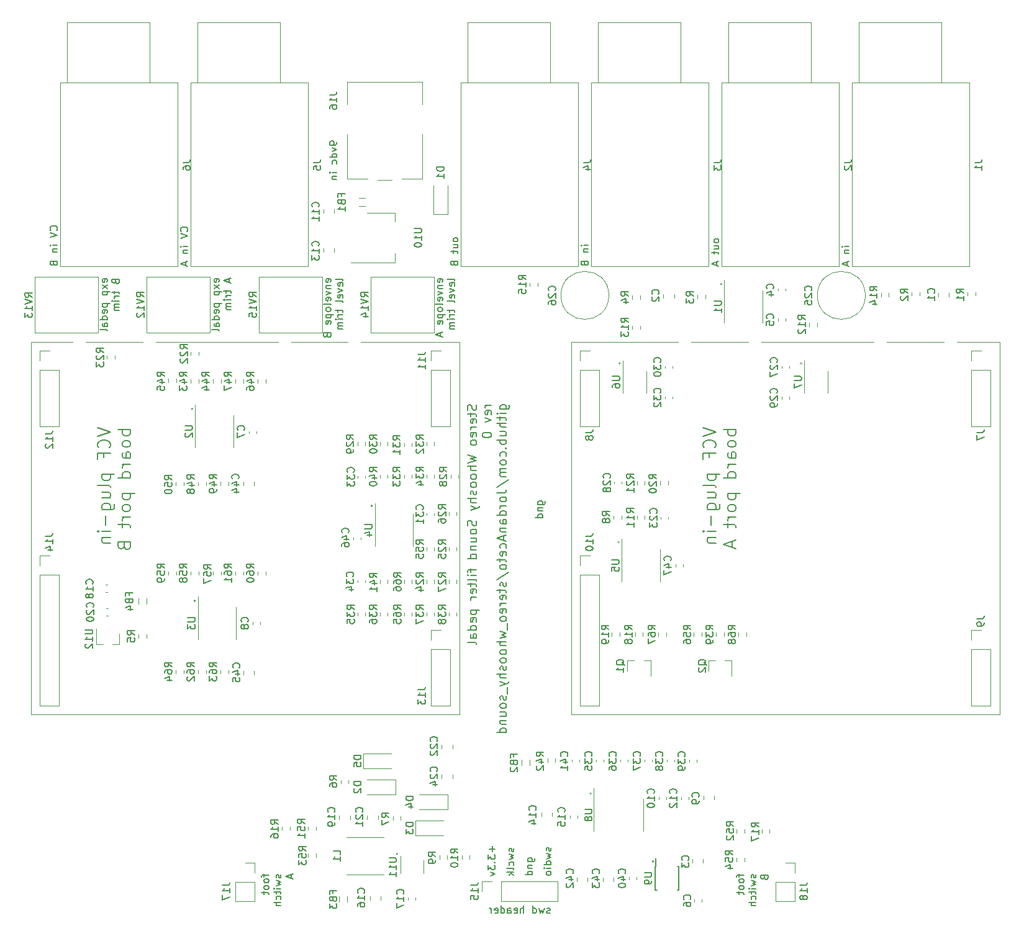
<source format=gbo>
G04 #@! TF.GenerationSoftware,KiCad,Pcbnew,5.1.10-88a1d61d58~90~ubuntu20.04.1*
G04 #@! TF.CreationDate,2021-08-08T15:21:02-04:00*
G04 #@! TF.ProjectId,stereo_whooshy_sound_main_pcb,73746572-656f-45f7-9768-6f6f7368795f,0*
G04 #@! TF.SameCoordinates,Original*
G04 #@! TF.FileFunction,Legend,Bot*
G04 #@! TF.FilePolarity,Positive*
%FSLAX46Y46*%
G04 Gerber Fmt 4.6, Leading zero omitted, Abs format (unit mm)*
G04 Created by KiCad (PCBNEW 5.1.10-88a1d61d58~90~ubuntu20.04.1) date 2021-08-08 15:21:02*
%MOMM*%
%LPD*%
G01*
G04 APERTURE LIST*
%ADD10C,0.120000*%
%ADD11C,0.150000*%
%ADD12R,0.800000X0.900000*%
%ADD13C,3.000000*%
%ADD14C,2.000000*%
%ADD15C,1.600000*%
%ADD16O,2.000000X3.500000*%
%ADD17O,3.300000X2.000000*%
%ADD18R,4.000000X2.000000*%
%ADD19R,0.400000X1.100000*%
%ADD20R,0.650000X1.220000*%
%ADD21R,2.000000X1.500000*%
%ADD22R,2.000000X3.800000*%
%ADD23R,1.500000X4.200000*%
%ADD24O,1.700000X1.700000*%
%ADD25R,1.700000X1.700000*%
%ADD26C,1.800000*%
%ADD27R,1.800000X1.800000*%
%ADD28R,1.100000X1.100000*%
%ADD29R,1.200000X0.900000*%
%ADD30O,2.720000X3.240000*%
%ADD31C,2.500000*%
G04 APERTURE END LIST*
D10*
X89406000Y-106426000D02*
G75*
G03*
X89406000Y-106426000I-125000J0D01*
G01*
X98677000Y-27686000D02*
G75*
G03*
X98677000Y-27686000I-125000J0D01*
G01*
X109601000Y-38481000D02*
G75*
G03*
X109601000Y-38481000I-125000J0D01*
G01*
X84834000Y-38481000D02*
G75*
G03*
X84834000Y-38481000I-125000J0D01*
G01*
X84707000Y-62865000D02*
G75*
G03*
X84707000Y-62865000I-125000J0D01*
G01*
X51054000Y-57912000D02*
G75*
G03*
X51054000Y-57912000I-125000J0D01*
G01*
X26541000Y-44704000D02*
G75*
G03*
X26541000Y-44704000I-125000J0D01*
G01*
X26924000Y-70868000D02*
G75*
G03*
X26924000Y-70868000I-125000J0D01*
G01*
X80897000Y-97155000D02*
G75*
G03*
X80897000Y-97155000I-125000J0D01*
G01*
X54483000Y-105410000D02*
G75*
G03*
X54483000Y-105410000I-125000J0D01*
G01*
D11*
X73572714Y-57729523D02*
X74382238Y-57729523D01*
X74477476Y-57681904D01*
X74525095Y-57634285D01*
X74572714Y-57539047D01*
X74572714Y-57396190D01*
X74525095Y-57300952D01*
X74191761Y-57729523D02*
X74239380Y-57634285D01*
X74239380Y-57443809D01*
X74191761Y-57348571D01*
X74144142Y-57300952D01*
X74048904Y-57253333D01*
X73763190Y-57253333D01*
X73667952Y-57300952D01*
X73620333Y-57348571D01*
X73572714Y-57443809D01*
X73572714Y-57634285D01*
X73620333Y-57729523D01*
X73572714Y-58205714D02*
X74239380Y-58205714D01*
X73667952Y-58205714D02*
X73620333Y-58253333D01*
X73572714Y-58348571D01*
X73572714Y-58491428D01*
X73620333Y-58586666D01*
X73715571Y-58634285D01*
X74239380Y-58634285D01*
X74239380Y-59539047D02*
X73239380Y-59539047D01*
X74191761Y-59539047D02*
X74239380Y-59443809D01*
X74239380Y-59253333D01*
X74191761Y-59158095D01*
X74144142Y-59110476D01*
X74048904Y-59062857D01*
X73763190Y-59062857D01*
X73667952Y-59110476D01*
X73620333Y-59158095D01*
X73572714Y-59253333D01*
X73572714Y-59443809D01*
X73620333Y-59539047D01*
X65155952Y-44150595D02*
X65215476Y-44329166D01*
X65215476Y-44626785D01*
X65155952Y-44745833D01*
X65096428Y-44805357D01*
X64977380Y-44864880D01*
X64858333Y-44864880D01*
X64739285Y-44805357D01*
X64679761Y-44745833D01*
X64620238Y-44626785D01*
X64560714Y-44388690D01*
X64501190Y-44269642D01*
X64441666Y-44210119D01*
X64322619Y-44150595D01*
X64203571Y-44150595D01*
X64084523Y-44210119D01*
X64025000Y-44269642D01*
X63965476Y-44388690D01*
X63965476Y-44686309D01*
X64025000Y-44864880D01*
X64382142Y-45222023D02*
X64382142Y-45698214D01*
X63965476Y-45400595D02*
X65036904Y-45400595D01*
X65155952Y-45460119D01*
X65215476Y-45579166D01*
X65215476Y-45698214D01*
X65155952Y-46591071D02*
X65215476Y-46472023D01*
X65215476Y-46233928D01*
X65155952Y-46114880D01*
X65036904Y-46055357D01*
X64560714Y-46055357D01*
X64441666Y-46114880D01*
X64382142Y-46233928D01*
X64382142Y-46472023D01*
X64441666Y-46591071D01*
X64560714Y-46650595D01*
X64679761Y-46650595D01*
X64798809Y-46055357D01*
X65215476Y-47186309D02*
X64382142Y-47186309D01*
X64620238Y-47186309D02*
X64501190Y-47245833D01*
X64441666Y-47305357D01*
X64382142Y-47424404D01*
X64382142Y-47543452D01*
X65155952Y-48436309D02*
X65215476Y-48317261D01*
X65215476Y-48079166D01*
X65155952Y-47960119D01*
X65036904Y-47900595D01*
X64560714Y-47900595D01*
X64441666Y-47960119D01*
X64382142Y-48079166D01*
X64382142Y-48317261D01*
X64441666Y-48436309D01*
X64560714Y-48495833D01*
X64679761Y-48495833D01*
X64798809Y-47900595D01*
X65215476Y-49210119D02*
X65155952Y-49091071D01*
X65096428Y-49031547D01*
X64977380Y-48972023D01*
X64620238Y-48972023D01*
X64501190Y-49031547D01*
X64441666Y-49091071D01*
X64382142Y-49210119D01*
X64382142Y-49388690D01*
X64441666Y-49507738D01*
X64501190Y-49567261D01*
X64620238Y-49626785D01*
X64977380Y-49626785D01*
X65096428Y-49567261D01*
X65155952Y-49507738D01*
X65215476Y-49388690D01*
X65215476Y-49210119D01*
X63965476Y-50995833D02*
X65215476Y-51293452D01*
X64322619Y-51531547D01*
X65215476Y-51769642D01*
X63965476Y-52067261D01*
X65215476Y-52543452D02*
X63965476Y-52543452D01*
X65215476Y-53079166D02*
X64560714Y-53079166D01*
X64441666Y-53019642D01*
X64382142Y-52900595D01*
X64382142Y-52722023D01*
X64441666Y-52602976D01*
X64501190Y-52543452D01*
X65215476Y-53852976D02*
X65155952Y-53733928D01*
X65096428Y-53674404D01*
X64977380Y-53614880D01*
X64620238Y-53614880D01*
X64501190Y-53674404D01*
X64441666Y-53733928D01*
X64382142Y-53852976D01*
X64382142Y-54031547D01*
X64441666Y-54150595D01*
X64501190Y-54210119D01*
X64620238Y-54269642D01*
X64977380Y-54269642D01*
X65096428Y-54210119D01*
X65155952Y-54150595D01*
X65215476Y-54031547D01*
X65215476Y-53852976D01*
X65215476Y-54983928D02*
X65155952Y-54864880D01*
X65096428Y-54805357D01*
X64977380Y-54745833D01*
X64620238Y-54745833D01*
X64501190Y-54805357D01*
X64441666Y-54864880D01*
X64382142Y-54983928D01*
X64382142Y-55162499D01*
X64441666Y-55281547D01*
X64501190Y-55341071D01*
X64620238Y-55400595D01*
X64977380Y-55400595D01*
X65096428Y-55341071D01*
X65155952Y-55281547D01*
X65215476Y-55162499D01*
X65215476Y-54983928D01*
X65155952Y-55876785D02*
X65215476Y-55995833D01*
X65215476Y-56233928D01*
X65155952Y-56352976D01*
X65036904Y-56412499D01*
X64977380Y-56412499D01*
X64858333Y-56352976D01*
X64798809Y-56233928D01*
X64798809Y-56055357D01*
X64739285Y-55936309D01*
X64620238Y-55876785D01*
X64560714Y-55876785D01*
X64441666Y-55936309D01*
X64382142Y-56055357D01*
X64382142Y-56233928D01*
X64441666Y-56352976D01*
X65215476Y-56948214D02*
X63965476Y-56948214D01*
X65215476Y-57483928D02*
X64560714Y-57483928D01*
X64441666Y-57424404D01*
X64382142Y-57305357D01*
X64382142Y-57126785D01*
X64441666Y-57007738D01*
X64501190Y-56948214D01*
X64382142Y-57960119D02*
X65215476Y-58257738D01*
X64382142Y-58555357D02*
X65215476Y-58257738D01*
X65513095Y-58138690D01*
X65572619Y-58079166D01*
X65632142Y-57960119D01*
X65155952Y-59924404D02*
X65215476Y-60102976D01*
X65215476Y-60400595D01*
X65155952Y-60519642D01*
X65096428Y-60579166D01*
X64977380Y-60638690D01*
X64858333Y-60638690D01*
X64739285Y-60579166D01*
X64679761Y-60519642D01*
X64620238Y-60400595D01*
X64560714Y-60162499D01*
X64501190Y-60043452D01*
X64441666Y-59983928D01*
X64322619Y-59924404D01*
X64203571Y-59924404D01*
X64084523Y-59983928D01*
X64025000Y-60043452D01*
X63965476Y-60162499D01*
X63965476Y-60460119D01*
X64025000Y-60638690D01*
X65215476Y-61352976D02*
X65155952Y-61233928D01*
X65096428Y-61174404D01*
X64977380Y-61114880D01*
X64620238Y-61114880D01*
X64501190Y-61174404D01*
X64441666Y-61233928D01*
X64382142Y-61352976D01*
X64382142Y-61531547D01*
X64441666Y-61650595D01*
X64501190Y-61710119D01*
X64620238Y-61769642D01*
X64977380Y-61769642D01*
X65096428Y-61710119D01*
X65155952Y-61650595D01*
X65215476Y-61531547D01*
X65215476Y-61352976D01*
X64382142Y-62841071D02*
X65215476Y-62841071D01*
X64382142Y-62305357D02*
X65036904Y-62305357D01*
X65155952Y-62364880D01*
X65215476Y-62483928D01*
X65215476Y-62662499D01*
X65155952Y-62781547D01*
X65096428Y-62841071D01*
X64382142Y-63436309D02*
X65215476Y-63436309D01*
X64501190Y-63436309D02*
X64441666Y-63495833D01*
X64382142Y-63614880D01*
X64382142Y-63793452D01*
X64441666Y-63912499D01*
X64560714Y-63972023D01*
X65215476Y-63972023D01*
X65215476Y-65102976D02*
X63965476Y-65102976D01*
X65155952Y-65102976D02*
X65215476Y-64983928D01*
X65215476Y-64745833D01*
X65155952Y-64626785D01*
X65096428Y-64567261D01*
X64977380Y-64507738D01*
X64620238Y-64507738D01*
X64501190Y-64567261D01*
X64441666Y-64626785D01*
X64382142Y-64745833D01*
X64382142Y-64983928D01*
X64441666Y-65102976D01*
X64382142Y-66472023D02*
X64382142Y-66948214D01*
X65215476Y-66650595D02*
X64144047Y-66650595D01*
X64025000Y-66710119D01*
X63965476Y-66829166D01*
X63965476Y-66948214D01*
X65215476Y-67364880D02*
X64382142Y-67364880D01*
X63965476Y-67364880D02*
X64025000Y-67305357D01*
X64084523Y-67364880D01*
X64025000Y-67424404D01*
X63965476Y-67364880D01*
X64084523Y-67364880D01*
X65215476Y-68138690D02*
X65155952Y-68019642D01*
X65036904Y-67960119D01*
X63965476Y-67960119D01*
X64382142Y-68436309D02*
X64382142Y-68912499D01*
X63965476Y-68614880D02*
X65036904Y-68614880D01*
X65155952Y-68674404D01*
X65215476Y-68793452D01*
X65215476Y-68912499D01*
X65155952Y-69805357D02*
X65215476Y-69686309D01*
X65215476Y-69448214D01*
X65155952Y-69329166D01*
X65036904Y-69269642D01*
X64560714Y-69269642D01*
X64441666Y-69329166D01*
X64382142Y-69448214D01*
X64382142Y-69686309D01*
X64441666Y-69805357D01*
X64560714Y-69864880D01*
X64679761Y-69864880D01*
X64798809Y-69269642D01*
X65215476Y-70400595D02*
X64382142Y-70400595D01*
X64620238Y-70400595D02*
X64501190Y-70460119D01*
X64441666Y-70519642D01*
X64382142Y-70638690D01*
X64382142Y-70757738D01*
X64382142Y-72126785D02*
X65632142Y-72126785D01*
X64441666Y-72126785D02*
X64382142Y-72245833D01*
X64382142Y-72483928D01*
X64441666Y-72602976D01*
X64501190Y-72662499D01*
X64620238Y-72722023D01*
X64977380Y-72722023D01*
X65096428Y-72662499D01*
X65155952Y-72602976D01*
X65215476Y-72483928D01*
X65215476Y-72245833D01*
X65155952Y-72126785D01*
X65155952Y-73733928D02*
X65215476Y-73614880D01*
X65215476Y-73376785D01*
X65155952Y-73257738D01*
X65036904Y-73198214D01*
X64560714Y-73198214D01*
X64441666Y-73257738D01*
X64382142Y-73376785D01*
X64382142Y-73614880D01*
X64441666Y-73733928D01*
X64560714Y-73793452D01*
X64679761Y-73793452D01*
X64798809Y-73198214D01*
X65215476Y-74864880D02*
X63965476Y-74864880D01*
X65155952Y-74864880D02*
X65215476Y-74745833D01*
X65215476Y-74507738D01*
X65155952Y-74388690D01*
X65096428Y-74329166D01*
X64977380Y-74269642D01*
X64620238Y-74269642D01*
X64501190Y-74329166D01*
X64441666Y-74388690D01*
X64382142Y-74507738D01*
X64382142Y-74745833D01*
X64441666Y-74864880D01*
X65215476Y-75995833D02*
X64560714Y-75995833D01*
X64441666Y-75936309D01*
X64382142Y-75817261D01*
X64382142Y-75579166D01*
X64441666Y-75460119D01*
X65155952Y-75995833D02*
X65215476Y-75876785D01*
X65215476Y-75579166D01*
X65155952Y-75460119D01*
X65036904Y-75400595D01*
X64917857Y-75400595D01*
X64798809Y-75460119D01*
X64739285Y-75579166D01*
X64739285Y-75876785D01*
X64679761Y-75995833D01*
X65215476Y-76769642D02*
X65155952Y-76650595D01*
X65036904Y-76591071D01*
X63965476Y-76591071D01*
X67240476Y-44210119D02*
X66407142Y-44210119D01*
X66645238Y-44210119D02*
X66526190Y-44269642D01*
X66466666Y-44329166D01*
X66407142Y-44448214D01*
X66407142Y-44567261D01*
X67180952Y-45460119D02*
X67240476Y-45341071D01*
X67240476Y-45102976D01*
X67180952Y-44983928D01*
X67061904Y-44924404D01*
X66585714Y-44924404D01*
X66466666Y-44983928D01*
X66407142Y-45102976D01*
X66407142Y-45341071D01*
X66466666Y-45460119D01*
X66585714Y-45519642D01*
X66704761Y-45519642D01*
X66823809Y-44924404D01*
X66407142Y-45936309D02*
X67240476Y-46233928D01*
X66407142Y-46531547D01*
X65990476Y-48198214D02*
X65990476Y-48317261D01*
X66050000Y-48436309D01*
X66109523Y-48495833D01*
X66228571Y-48555357D01*
X66466666Y-48614880D01*
X66764285Y-48614880D01*
X67002380Y-48555357D01*
X67121428Y-48495833D01*
X67180952Y-48436309D01*
X67240476Y-48317261D01*
X67240476Y-48198214D01*
X67180952Y-48079166D01*
X67121428Y-48019642D01*
X67002380Y-47960119D01*
X66764285Y-47900595D01*
X66466666Y-47900595D01*
X66228571Y-47960119D01*
X66109523Y-48019642D01*
X66050000Y-48079166D01*
X65990476Y-48198214D01*
X68432142Y-44745833D02*
X69444047Y-44745833D01*
X69563095Y-44686309D01*
X69622619Y-44626785D01*
X69682142Y-44507738D01*
X69682142Y-44329166D01*
X69622619Y-44210119D01*
X69205952Y-44745833D02*
X69265476Y-44626785D01*
X69265476Y-44388690D01*
X69205952Y-44269642D01*
X69146428Y-44210119D01*
X69027380Y-44150595D01*
X68670238Y-44150595D01*
X68551190Y-44210119D01*
X68491666Y-44269642D01*
X68432142Y-44388690D01*
X68432142Y-44626785D01*
X68491666Y-44745833D01*
X69265476Y-45341071D02*
X68432142Y-45341071D01*
X68015476Y-45341071D02*
X68075000Y-45281547D01*
X68134523Y-45341071D01*
X68075000Y-45400595D01*
X68015476Y-45341071D01*
X68134523Y-45341071D01*
X68432142Y-45757738D02*
X68432142Y-46233928D01*
X68015476Y-45936309D02*
X69086904Y-45936309D01*
X69205952Y-45995833D01*
X69265476Y-46114880D01*
X69265476Y-46233928D01*
X69265476Y-46650595D02*
X68015476Y-46650595D01*
X69265476Y-47186309D02*
X68610714Y-47186309D01*
X68491666Y-47126785D01*
X68432142Y-47007738D01*
X68432142Y-46829166D01*
X68491666Y-46710119D01*
X68551190Y-46650595D01*
X68432142Y-48317261D02*
X69265476Y-48317261D01*
X68432142Y-47781547D02*
X69086904Y-47781547D01*
X69205952Y-47841071D01*
X69265476Y-47960119D01*
X69265476Y-48138690D01*
X69205952Y-48257738D01*
X69146428Y-48317261D01*
X69265476Y-48912500D02*
X68015476Y-48912500D01*
X68491666Y-48912500D02*
X68432142Y-49031547D01*
X68432142Y-49269642D01*
X68491666Y-49388690D01*
X68551190Y-49448214D01*
X68670238Y-49507738D01*
X69027380Y-49507738D01*
X69146428Y-49448214D01*
X69205952Y-49388690D01*
X69265476Y-49269642D01*
X69265476Y-49031547D01*
X69205952Y-48912500D01*
X69146428Y-50043452D02*
X69205952Y-50102976D01*
X69265476Y-50043452D01*
X69205952Y-49983928D01*
X69146428Y-50043452D01*
X69265476Y-50043452D01*
X69205952Y-51174404D02*
X69265476Y-51055357D01*
X69265476Y-50817261D01*
X69205952Y-50698214D01*
X69146428Y-50638690D01*
X69027380Y-50579166D01*
X68670238Y-50579166D01*
X68551190Y-50638690D01*
X68491666Y-50698214D01*
X68432142Y-50817261D01*
X68432142Y-51055357D01*
X68491666Y-51174404D01*
X69265476Y-51888690D02*
X69205952Y-51769642D01*
X69146428Y-51710119D01*
X69027380Y-51650595D01*
X68670238Y-51650595D01*
X68551190Y-51710119D01*
X68491666Y-51769642D01*
X68432142Y-51888690D01*
X68432142Y-52067261D01*
X68491666Y-52186309D01*
X68551190Y-52245833D01*
X68670238Y-52305357D01*
X69027380Y-52305357D01*
X69146428Y-52245833D01*
X69205952Y-52186309D01*
X69265476Y-52067261D01*
X69265476Y-51888690D01*
X69265476Y-52841071D02*
X68432142Y-52841071D01*
X68551190Y-52841071D02*
X68491666Y-52900595D01*
X68432142Y-53019642D01*
X68432142Y-53198214D01*
X68491666Y-53317261D01*
X68610714Y-53376785D01*
X69265476Y-53376785D01*
X68610714Y-53376785D02*
X68491666Y-53436309D01*
X68432142Y-53555357D01*
X68432142Y-53733928D01*
X68491666Y-53852976D01*
X68610714Y-53912500D01*
X69265476Y-53912500D01*
X67955952Y-55400595D02*
X69563095Y-54329166D01*
X68015476Y-56174404D02*
X68908333Y-56174404D01*
X69086904Y-56114880D01*
X69205952Y-55995833D01*
X69265476Y-55817261D01*
X69265476Y-55698214D01*
X69265476Y-56948214D02*
X69205952Y-56829166D01*
X69146428Y-56769642D01*
X69027380Y-56710119D01*
X68670238Y-56710119D01*
X68551190Y-56769642D01*
X68491666Y-56829166D01*
X68432142Y-56948214D01*
X68432142Y-57126785D01*
X68491666Y-57245833D01*
X68551190Y-57305357D01*
X68670238Y-57364880D01*
X69027380Y-57364880D01*
X69146428Y-57305357D01*
X69205952Y-57245833D01*
X69265476Y-57126785D01*
X69265476Y-56948214D01*
X69265476Y-57900595D02*
X68432142Y-57900595D01*
X68670238Y-57900595D02*
X68551190Y-57960119D01*
X68491666Y-58019642D01*
X68432142Y-58138690D01*
X68432142Y-58257738D01*
X69265476Y-59210119D02*
X68015476Y-59210119D01*
X69205952Y-59210119D02*
X69265476Y-59091071D01*
X69265476Y-58852976D01*
X69205952Y-58733928D01*
X69146428Y-58674404D01*
X69027380Y-58614880D01*
X68670238Y-58614880D01*
X68551190Y-58674404D01*
X68491666Y-58733928D01*
X68432142Y-58852976D01*
X68432142Y-59091071D01*
X68491666Y-59210119D01*
X69265476Y-60341071D02*
X68610714Y-60341071D01*
X68491666Y-60281547D01*
X68432142Y-60162500D01*
X68432142Y-59924404D01*
X68491666Y-59805357D01*
X69205952Y-60341071D02*
X69265476Y-60222023D01*
X69265476Y-59924404D01*
X69205952Y-59805357D01*
X69086904Y-59745833D01*
X68967857Y-59745833D01*
X68848809Y-59805357D01*
X68789285Y-59924404D01*
X68789285Y-60222023D01*
X68729761Y-60341071D01*
X68432142Y-60936309D02*
X69265476Y-60936309D01*
X68551190Y-60936309D02*
X68491666Y-60995833D01*
X68432142Y-61114880D01*
X68432142Y-61293452D01*
X68491666Y-61412500D01*
X68610714Y-61472023D01*
X69265476Y-61472023D01*
X68908333Y-62007738D02*
X68908333Y-62602976D01*
X69265476Y-61888690D02*
X68015476Y-62305357D01*
X69265476Y-62722023D01*
X69205952Y-63674404D02*
X69265476Y-63555357D01*
X69265476Y-63317261D01*
X69205952Y-63198214D01*
X69146428Y-63138690D01*
X69027380Y-63079166D01*
X68670238Y-63079166D01*
X68551190Y-63138690D01*
X68491666Y-63198214D01*
X68432142Y-63317261D01*
X68432142Y-63555357D01*
X68491666Y-63674404D01*
X69205952Y-64686309D02*
X69265476Y-64567261D01*
X69265476Y-64329166D01*
X69205952Y-64210119D01*
X69086904Y-64150595D01*
X68610714Y-64150595D01*
X68491666Y-64210119D01*
X68432142Y-64329166D01*
X68432142Y-64567261D01*
X68491666Y-64686309D01*
X68610714Y-64745833D01*
X68729761Y-64745833D01*
X68848809Y-64150595D01*
X68432142Y-65102976D02*
X68432142Y-65579166D01*
X68015476Y-65281547D02*
X69086904Y-65281547D01*
X69205952Y-65341071D01*
X69265476Y-65460119D01*
X69265476Y-65579166D01*
X69265476Y-66174404D02*
X69205952Y-66055357D01*
X69146428Y-65995833D01*
X69027380Y-65936309D01*
X68670238Y-65936309D01*
X68551190Y-65995833D01*
X68491666Y-66055357D01*
X68432142Y-66174404D01*
X68432142Y-66352976D01*
X68491666Y-66472023D01*
X68551190Y-66531547D01*
X68670238Y-66591071D01*
X69027380Y-66591071D01*
X69146428Y-66531547D01*
X69205952Y-66472023D01*
X69265476Y-66352976D01*
X69265476Y-66174404D01*
X67955952Y-68019642D02*
X69563095Y-66948214D01*
X69205952Y-68376785D02*
X69265476Y-68495833D01*
X69265476Y-68733928D01*
X69205952Y-68852976D01*
X69086904Y-68912500D01*
X69027380Y-68912500D01*
X68908333Y-68852976D01*
X68848809Y-68733928D01*
X68848809Y-68555357D01*
X68789285Y-68436309D01*
X68670238Y-68376785D01*
X68610714Y-68376785D01*
X68491666Y-68436309D01*
X68432142Y-68555357D01*
X68432142Y-68733928D01*
X68491666Y-68852976D01*
X68432142Y-69269642D02*
X68432142Y-69745833D01*
X68015476Y-69448214D02*
X69086904Y-69448214D01*
X69205952Y-69507738D01*
X69265476Y-69626785D01*
X69265476Y-69745833D01*
X69205952Y-70638690D02*
X69265476Y-70519642D01*
X69265476Y-70281547D01*
X69205952Y-70162500D01*
X69086904Y-70102976D01*
X68610714Y-70102976D01*
X68491666Y-70162500D01*
X68432142Y-70281547D01*
X68432142Y-70519642D01*
X68491666Y-70638690D01*
X68610714Y-70698214D01*
X68729761Y-70698214D01*
X68848809Y-70102976D01*
X69265476Y-71233928D02*
X68432142Y-71233928D01*
X68670238Y-71233928D02*
X68551190Y-71293452D01*
X68491666Y-71352976D01*
X68432142Y-71472023D01*
X68432142Y-71591071D01*
X69205952Y-72483928D02*
X69265476Y-72364880D01*
X69265476Y-72126785D01*
X69205952Y-72007738D01*
X69086904Y-71948214D01*
X68610714Y-71948214D01*
X68491666Y-72007738D01*
X68432142Y-72126785D01*
X68432142Y-72364880D01*
X68491666Y-72483928D01*
X68610714Y-72543452D01*
X68729761Y-72543452D01*
X68848809Y-71948214D01*
X69265476Y-73257738D02*
X69205952Y-73138690D01*
X69146428Y-73079166D01*
X69027380Y-73019642D01*
X68670238Y-73019642D01*
X68551190Y-73079166D01*
X68491666Y-73138690D01*
X68432142Y-73257738D01*
X68432142Y-73436309D01*
X68491666Y-73555357D01*
X68551190Y-73614880D01*
X68670238Y-73674404D01*
X69027380Y-73674404D01*
X69146428Y-73614880D01*
X69205952Y-73555357D01*
X69265476Y-73436309D01*
X69265476Y-73257738D01*
X69384523Y-73912499D02*
X69384523Y-74864880D01*
X68432142Y-75043452D02*
X69265476Y-75281547D01*
X68670238Y-75519642D01*
X69265476Y-75757738D01*
X68432142Y-75995833D01*
X69265476Y-76472023D02*
X68015476Y-76472023D01*
X69265476Y-77007738D02*
X68610714Y-77007738D01*
X68491666Y-76948214D01*
X68432142Y-76829166D01*
X68432142Y-76650595D01*
X68491666Y-76531547D01*
X68551190Y-76472023D01*
X69265476Y-77781547D02*
X69205952Y-77662499D01*
X69146428Y-77602976D01*
X69027380Y-77543452D01*
X68670238Y-77543452D01*
X68551190Y-77602976D01*
X68491666Y-77662499D01*
X68432142Y-77781547D01*
X68432142Y-77960119D01*
X68491666Y-78079166D01*
X68551190Y-78138690D01*
X68670238Y-78198214D01*
X69027380Y-78198214D01*
X69146428Y-78138690D01*
X69205952Y-78079166D01*
X69265476Y-77960119D01*
X69265476Y-77781547D01*
X69265476Y-78912499D02*
X69205952Y-78793452D01*
X69146428Y-78733928D01*
X69027380Y-78674404D01*
X68670238Y-78674404D01*
X68551190Y-78733928D01*
X68491666Y-78793452D01*
X68432142Y-78912499D01*
X68432142Y-79091071D01*
X68491666Y-79210119D01*
X68551190Y-79269642D01*
X68670238Y-79329166D01*
X69027380Y-79329166D01*
X69146428Y-79269642D01*
X69205952Y-79210119D01*
X69265476Y-79091071D01*
X69265476Y-78912499D01*
X69205952Y-79805357D02*
X69265476Y-79924404D01*
X69265476Y-80162499D01*
X69205952Y-80281547D01*
X69086904Y-80341071D01*
X69027380Y-80341071D01*
X68908333Y-80281547D01*
X68848809Y-80162499D01*
X68848809Y-79983928D01*
X68789285Y-79864880D01*
X68670238Y-79805357D01*
X68610714Y-79805357D01*
X68491666Y-79864880D01*
X68432142Y-79983928D01*
X68432142Y-80162499D01*
X68491666Y-80281547D01*
X69265476Y-80876785D02*
X68015476Y-80876785D01*
X69265476Y-81412499D02*
X68610714Y-81412499D01*
X68491666Y-81352976D01*
X68432142Y-81233928D01*
X68432142Y-81055357D01*
X68491666Y-80936309D01*
X68551190Y-80876785D01*
X68432142Y-81888690D02*
X69265476Y-82186309D01*
X68432142Y-82483928D02*
X69265476Y-82186309D01*
X69563095Y-82067261D01*
X69622619Y-82007738D01*
X69682142Y-81888690D01*
X69384523Y-82662499D02*
X69384523Y-83614880D01*
X69205952Y-83852976D02*
X69265476Y-83972023D01*
X69265476Y-84210119D01*
X69205952Y-84329166D01*
X69086904Y-84388690D01*
X69027380Y-84388690D01*
X68908333Y-84329166D01*
X68848809Y-84210119D01*
X68848809Y-84031547D01*
X68789285Y-83912499D01*
X68670238Y-83852976D01*
X68610714Y-83852976D01*
X68491666Y-83912499D01*
X68432142Y-84031547D01*
X68432142Y-84210119D01*
X68491666Y-84329166D01*
X69265476Y-85102976D02*
X69205952Y-84983928D01*
X69146428Y-84924404D01*
X69027380Y-84864880D01*
X68670238Y-84864880D01*
X68551190Y-84924404D01*
X68491666Y-84983928D01*
X68432142Y-85102976D01*
X68432142Y-85281547D01*
X68491666Y-85400595D01*
X68551190Y-85460119D01*
X68670238Y-85519642D01*
X69027380Y-85519642D01*
X69146428Y-85460119D01*
X69205952Y-85400595D01*
X69265476Y-85281547D01*
X69265476Y-85102976D01*
X68432142Y-86591071D02*
X69265476Y-86591071D01*
X68432142Y-86055357D02*
X69086904Y-86055357D01*
X69205952Y-86114880D01*
X69265476Y-86233928D01*
X69265476Y-86412499D01*
X69205952Y-86531547D01*
X69146428Y-86591071D01*
X68432142Y-87186309D02*
X69265476Y-87186309D01*
X68551190Y-87186309D02*
X68491666Y-87245833D01*
X68432142Y-87364880D01*
X68432142Y-87543452D01*
X68491666Y-87662499D01*
X68610714Y-87722023D01*
X69265476Y-87722023D01*
X69265476Y-88852976D02*
X68015476Y-88852976D01*
X69205952Y-88852976D02*
X69265476Y-88733928D01*
X69265476Y-88495833D01*
X69205952Y-88376785D01*
X69146428Y-88317261D01*
X69027380Y-88257738D01*
X68670238Y-88257738D01*
X68551190Y-88317261D01*
X68491666Y-88376785D01*
X68432142Y-88495833D01*
X68432142Y-88733928D01*
X68491666Y-88852976D01*
X96079166Y-47254166D02*
X97829166Y-47837500D01*
X96079166Y-48420833D01*
X97662500Y-50004166D02*
X97745833Y-49920833D01*
X97829166Y-49670833D01*
X97829166Y-49504166D01*
X97745833Y-49254166D01*
X97579166Y-49087500D01*
X97412500Y-49004166D01*
X97079166Y-48920833D01*
X96829166Y-48920833D01*
X96495833Y-49004166D01*
X96329166Y-49087500D01*
X96162500Y-49254166D01*
X96079166Y-49504166D01*
X96079166Y-49670833D01*
X96162500Y-49920833D01*
X96245833Y-50004166D01*
X96912500Y-51337500D02*
X96912500Y-50754166D01*
X97829166Y-50754166D02*
X96079166Y-50754166D01*
X96079166Y-51587500D01*
X96662500Y-53587500D02*
X98412500Y-53587500D01*
X96745833Y-53587500D02*
X96662500Y-53754166D01*
X96662500Y-54087500D01*
X96745833Y-54254166D01*
X96829166Y-54337500D01*
X96995833Y-54420833D01*
X97495833Y-54420833D01*
X97662500Y-54337500D01*
X97745833Y-54254166D01*
X97829166Y-54087500D01*
X97829166Y-53754166D01*
X97745833Y-53587500D01*
X97829166Y-55420833D02*
X97745833Y-55254166D01*
X97579166Y-55170833D01*
X96079166Y-55170833D01*
X96662500Y-56837500D02*
X97829166Y-56837500D01*
X96662500Y-56087500D02*
X97579166Y-56087500D01*
X97745833Y-56170833D01*
X97829166Y-56337500D01*
X97829166Y-56587500D01*
X97745833Y-56754166D01*
X97662500Y-56837500D01*
X96662500Y-58420833D02*
X98079166Y-58420833D01*
X98245833Y-58337500D01*
X98329166Y-58254166D01*
X98412500Y-58087500D01*
X98412500Y-57837500D01*
X98329166Y-57670833D01*
X97745833Y-58420833D02*
X97829166Y-58254166D01*
X97829166Y-57920833D01*
X97745833Y-57754166D01*
X97662500Y-57670833D01*
X97495833Y-57587500D01*
X96995833Y-57587500D01*
X96829166Y-57670833D01*
X96745833Y-57754166D01*
X96662500Y-57920833D01*
X96662500Y-58254166D01*
X96745833Y-58420833D01*
X97162500Y-59254166D02*
X97162500Y-60587500D01*
X97829166Y-61420833D02*
X96662500Y-61420833D01*
X96079166Y-61420833D02*
X96162500Y-61337500D01*
X96245833Y-61420833D01*
X96162500Y-61504166D01*
X96079166Y-61420833D01*
X96245833Y-61420833D01*
X96662500Y-62254166D02*
X97829166Y-62254166D01*
X96829166Y-62254166D02*
X96745833Y-62337500D01*
X96662500Y-62504166D01*
X96662500Y-62754166D01*
X96745833Y-62920833D01*
X96912500Y-63004166D01*
X97829166Y-63004166D01*
X100604166Y-47504166D02*
X98854166Y-47504166D01*
X99520833Y-47504166D02*
X99437500Y-47670833D01*
X99437500Y-48004166D01*
X99520833Y-48170833D01*
X99604166Y-48254166D01*
X99770833Y-48337500D01*
X100270833Y-48337500D01*
X100437500Y-48254166D01*
X100520833Y-48170833D01*
X100604166Y-48004166D01*
X100604166Y-47670833D01*
X100520833Y-47504166D01*
X100604166Y-49337500D02*
X100520833Y-49170833D01*
X100437500Y-49087500D01*
X100270833Y-49004166D01*
X99770833Y-49004166D01*
X99604166Y-49087500D01*
X99520833Y-49170833D01*
X99437500Y-49337500D01*
X99437500Y-49587500D01*
X99520833Y-49754166D01*
X99604166Y-49837500D01*
X99770833Y-49920833D01*
X100270833Y-49920833D01*
X100437500Y-49837500D01*
X100520833Y-49754166D01*
X100604166Y-49587500D01*
X100604166Y-49337500D01*
X100604166Y-51420833D02*
X99687500Y-51420833D01*
X99520833Y-51337500D01*
X99437500Y-51170833D01*
X99437500Y-50837500D01*
X99520833Y-50670833D01*
X100520833Y-51420833D02*
X100604166Y-51254166D01*
X100604166Y-50837500D01*
X100520833Y-50670833D01*
X100354166Y-50587500D01*
X100187500Y-50587500D01*
X100020833Y-50670833D01*
X99937500Y-50837500D01*
X99937500Y-51254166D01*
X99854166Y-51420833D01*
X100604166Y-52254166D02*
X99437500Y-52254166D01*
X99770833Y-52254166D02*
X99604166Y-52337500D01*
X99520833Y-52420833D01*
X99437500Y-52587500D01*
X99437500Y-52754166D01*
X100604166Y-54087500D02*
X98854166Y-54087500D01*
X100520833Y-54087500D02*
X100604166Y-53920833D01*
X100604166Y-53587500D01*
X100520833Y-53420833D01*
X100437500Y-53337500D01*
X100270833Y-53254166D01*
X99770833Y-53254166D01*
X99604166Y-53337500D01*
X99520833Y-53420833D01*
X99437500Y-53587500D01*
X99437500Y-53920833D01*
X99520833Y-54087500D01*
X99437500Y-56254166D02*
X101187500Y-56254166D01*
X99520833Y-56254166D02*
X99437500Y-56420833D01*
X99437500Y-56754166D01*
X99520833Y-56920833D01*
X99604166Y-57004166D01*
X99770833Y-57087500D01*
X100270833Y-57087500D01*
X100437500Y-57004166D01*
X100520833Y-56920833D01*
X100604166Y-56754166D01*
X100604166Y-56420833D01*
X100520833Y-56254166D01*
X100604166Y-58087500D02*
X100520833Y-57920833D01*
X100437500Y-57837500D01*
X100270833Y-57754166D01*
X99770833Y-57754166D01*
X99604166Y-57837500D01*
X99520833Y-57920833D01*
X99437500Y-58087500D01*
X99437500Y-58337500D01*
X99520833Y-58504166D01*
X99604166Y-58587500D01*
X99770833Y-58670833D01*
X100270833Y-58670833D01*
X100437500Y-58587500D01*
X100520833Y-58504166D01*
X100604166Y-58337500D01*
X100604166Y-58087500D01*
X100604166Y-59420833D02*
X99437500Y-59420833D01*
X99770833Y-59420833D02*
X99604166Y-59504166D01*
X99520833Y-59587500D01*
X99437500Y-59754166D01*
X99437500Y-59920833D01*
X99437500Y-60254166D02*
X99437500Y-60920833D01*
X98854166Y-60504166D02*
X100354166Y-60504166D01*
X100520833Y-60587500D01*
X100604166Y-60754166D01*
X100604166Y-60920833D01*
X100104166Y-62754166D02*
X100104166Y-63587500D01*
X100604166Y-62587500D02*
X98854166Y-63170833D01*
X100604166Y-63754166D01*
X13529166Y-47254166D02*
X15279166Y-47837500D01*
X13529166Y-48420833D01*
X15112500Y-50004166D02*
X15195833Y-49920833D01*
X15279166Y-49670833D01*
X15279166Y-49504166D01*
X15195833Y-49254166D01*
X15029166Y-49087500D01*
X14862500Y-49004166D01*
X14529166Y-48920833D01*
X14279166Y-48920833D01*
X13945833Y-49004166D01*
X13779166Y-49087500D01*
X13612500Y-49254166D01*
X13529166Y-49504166D01*
X13529166Y-49670833D01*
X13612500Y-49920833D01*
X13695833Y-50004166D01*
X14362500Y-51337500D02*
X14362500Y-50754166D01*
X15279166Y-50754166D02*
X13529166Y-50754166D01*
X13529166Y-51587500D01*
X14112500Y-53587500D02*
X15862500Y-53587500D01*
X14195833Y-53587500D02*
X14112500Y-53754166D01*
X14112500Y-54087500D01*
X14195833Y-54254166D01*
X14279166Y-54337500D01*
X14445833Y-54420833D01*
X14945833Y-54420833D01*
X15112500Y-54337500D01*
X15195833Y-54254166D01*
X15279166Y-54087500D01*
X15279166Y-53754166D01*
X15195833Y-53587500D01*
X15279166Y-55420833D02*
X15195833Y-55254166D01*
X15029166Y-55170833D01*
X13529166Y-55170833D01*
X14112500Y-56837500D02*
X15279166Y-56837500D01*
X14112500Y-56087500D02*
X15029166Y-56087500D01*
X15195833Y-56170833D01*
X15279166Y-56337500D01*
X15279166Y-56587500D01*
X15195833Y-56754166D01*
X15112500Y-56837500D01*
X14112500Y-58420833D02*
X15529166Y-58420833D01*
X15695833Y-58337500D01*
X15779166Y-58254166D01*
X15862500Y-58087500D01*
X15862500Y-57837500D01*
X15779166Y-57670833D01*
X15195833Y-58420833D02*
X15279166Y-58254166D01*
X15279166Y-57920833D01*
X15195833Y-57754166D01*
X15112500Y-57670833D01*
X14945833Y-57587500D01*
X14445833Y-57587500D01*
X14279166Y-57670833D01*
X14195833Y-57754166D01*
X14112500Y-57920833D01*
X14112500Y-58254166D01*
X14195833Y-58420833D01*
X14612500Y-59254166D02*
X14612500Y-60587500D01*
X15279166Y-61420833D02*
X14112500Y-61420833D01*
X13529166Y-61420833D02*
X13612500Y-61337500D01*
X13695833Y-61420833D01*
X13612500Y-61504166D01*
X13529166Y-61420833D01*
X13695833Y-61420833D01*
X14112500Y-62254166D02*
X15279166Y-62254166D01*
X14279166Y-62254166D02*
X14195833Y-62337500D01*
X14112500Y-62504166D01*
X14112499Y-62754166D01*
X14195833Y-62920833D01*
X14362499Y-63004166D01*
X15279166Y-63004166D01*
X18054166Y-47504166D02*
X16304166Y-47504166D01*
X16970833Y-47504166D02*
X16887500Y-47670833D01*
X16887500Y-48004166D01*
X16970833Y-48170833D01*
X17054166Y-48254166D01*
X17220833Y-48337500D01*
X17720833Y-48337500D01*
X17887500Y-48254166D01*
X17970833Y-48170833D01*
X18054166Y-48004166D01*
X18054166Y-47670833D01*
X17970833Y-47504166D01*
X18054166Y-49337500D02*
X17970833Y-49170833D01*
X17887500Y-49087500D01*
X17720833Y-49004166D01*
X17220833Y-49004166D01*
X17054166Y-49087500D01*
X16970833Y-49170833D01*
X16887500Y-49337500D01*
X16887500Y-49587500D01*
X16970833Y-49754166D01*
X17054166Y-49837500D01*
X17220833Y-49920833D01*
X17720833Y-49920833D01*
X17887500Y-49837500D01*
X17970833Y-49754166D01*
X18054166Y-49587500D01*
X18054166Y-49337500D01*
X18054166Y-51420833D02*
X17137500Y-51420833D01*
X16970833Y-51337500D01*
X16887500Y-51170833D01*
X16887500Y-50837500D01*
X16970833Y-50670833D01*
X17970833Y-51420833D02*
X18054166Y-51254166D01*
X18054166Y-50837500D01*
X17970833Y-50670833D01*
X17804166Y-50587500D01*
X17637500Y-50587500D01*
X17470833Y-50670833D01*
X17387500Y-50837500D01*
X17387500Y-51254166D01*
X17304166Y-51420833D01*
X18054166Y-52254166D02*
X16887500Y-52254166D01*
X17220833Y-52254166D02*
X17054166Y-52337500D01*
X16970833Y-52420833D01*
X16887500Y-52587500D01*
X16887500Y-52754166D01*
X18054166Y-54087500D02*
X16304166Y-54087500D01*
X17970833Y-54087500D02*
X18054166Y-53920833D01*
X18054166Y-53587500D01*
X17970833Y-53420833D01*
X17887500Y-53337500D01*
X17720833Y-53254166D01*
X17220833Y-53254166D01*
X17054166Y-53337500D01*
X16970833Y-53420833D01*
X16887500Y-53587500D01*
X16887500Y-53920833D01*
X16970833Y-54087500D01*
X16887500Y-56254166D02*
X18637500Y-56254166D01*
X16970833Y-56254166D02*
X16887500Y-56420833D01*
X16887500Y-56754166D01*
X16970833Y-56920833D01*
X17054166Y-57004166D01*
X17220833Y-57087500D01*
X17720833Y-57087500D01*
X17887500Y-57004166D01*
X17970833Y-56920833D01*
X18054166Y-56754166D01*
X18054166Y-56420833D01*
X17970833Y-56254166D01*
X18054166Y-58087500D02*
X17970833Y-57920833D01*
X17887500Y-57837500D01*
X17720833Y-57754166D01*
X17220833Y-57754166D01*
X17054166Y-57837500D01*
X16970833Y-57920833D01*
X16887500Y-58087500D01*
X16887500Y-58337500D01*
X16970833Y-58504166D01*
X17054166Y-58587500D01*
X17220833Y-58670833D01*
X17720833Y-58670833D01*
X17887500Y-58587500D01*
X17970833Y-58504166D01*
X18054166Y-58337500D01*
X18054166Y-58087500D01*
X18054166Y-59420833D02*
X16887500Y-59420833D01*
X17220833Y-59420833D02*
X17054166Y-59504166D01*
X16970833Y-59587500D01*
X16887500Y-59754166D01*
X16887500Y-59920833D01*
X16887500Y-60254166D02*
X16887500Y-60920833D01*
X16304166Y-60504166D02*
X17804166Y-60504166D01*
X17970833Y-60587500D01*
X18054166Y-60754166D01*
X18054166Y-60920833D01*
X17137500Y-63420833D02*
X17220833Y-63670833D01*
X17304166Y-63754166D01*
X17470833Y-63837500D01*
X17720833Y-63837500D01*
X17887500Y-63754166D01*
X17970833Y-63670833D01*
X18054166Y-63504166D01*
X18054166Y-62837500D01*
X16304166Y-62837500D01*
X16304166Y-63420833D01*
X16387499Y-63587500D01*
X16470833Y-63670833D01*
X16637499Y-63754166D01*
X16804166Y-63754166D01*
X16970833Y-63670833D01*
X17054166Y-63587500D01*
X17137500Y-63420833D01*
X17137500Y-62837500D01*
X14819761Y-27386547D02*
X14867380Y-27291309D01*
X14867380Y-27100833D01*
X14819761Y-27005595D01*
X14724523Y-26957976D01*
X14343571Y-26957976D01*
X14248333Y-27005595D01*
X14200714Y-27100833D01*
X14200714Y-27291309D01*
X14248333Y-27386547D01*
X14343571Y-27434166D01*
X14438809Y-27434166D01*
X14534047Y-26957976D01*
X14867380Y-27767500D02*
X14200714Y-28291309D01*
X14200714Y-27767500D02*
X14867380Y-28291309D01*
X14200714Y-28672261D02*
X15200714Y-28672261D01*
X14248333Y-28672261D02*
X14200714Y-28767500D01*
X14200714Y-28957976D01*
X14248333Y-29053214D01*
X14295952Y-29100833D01*
X14391190Y-29148452D01*
X14676904Y-29148452D01*
X14772142Y-29100833D01*
X14819761Y-29053214D01*
X14867380Y-28957976D01*
X14867380Y-28767500D01*
X14819761Y-28672261D01*
X14200714Y-30338928D02*
X15200714Y-30338928D01*
X14248333Y-30338928D02*
X14200714Y-30434166D01*
X14200714Y-30624642D01*
X14248333Y-30719880D01*
X14295952Y-30767500D01*
X14391190Y-30815119D01*
X14676904Y-30815119D01*
X14772142Y-30767500D01*
X14819761Y-30719880D01*
X14867380Y-30624642D01*
X14867380Y-30434166D01*
X14819761Y-30338928D01*
X14819761Y-31624642D02*
X14867380Y-31529404D01*
X14867380Y-31338928D01*
X14819761Y-31243690D01*
X14724523Y-31196071D01*
X14343571Y-31196071D01*
X14248333Y-31243690D01*
X14200714Y-31338928D01*
X14200714Y-31529404D01*
X14248333Y-31624642D01*
X14343571Y-31672261D01*
X14438809Y-31672261D01*
X14534047Y-31196071D01*
X14867380Y-32529404D02*
X13867380Y-32529404D01*
X14819761Y-32529404D02*
X14867380Y-32434166D01*
X14867380Y-32243690D01*
X14819761Y-32148452D01*
X14772142Y-32100833D01*
X14676904Y-32053214D01*
X14391190Y-32053214D01*
X14295952Y-32100833D01*
X14248333Y-32148452D01*
X14200714Y-32243690D01*
X14200714Y-32434166D01*
X14248333Y-32529404D01*
X14867380Y-33434166D02*
X14343571Y-33434166D01*
X14248333Y-33386547D01*
X14200714Y-33291309D01*
X14200714Y-33100833D01*
X14248333Y-33005595D01*
X14819761Y-33434166D02*
X14867380Y-33338928D01*
X14867380Y-33100833D01*
X14819761Y-33005595D01*
X14724523Y-32957976D01*
X14629285Y-32957976D01*
X14534047Y-33005595D01*
X14486428Y-33100833D01*
X14486428Y-33338928D01*
X14438809Y-33434166D01*
X14867380Y-34053214D02*
X14819761Y-33957976D01*
X14724523Y-33910357D01*
X13867380Y-33910357D01*
X15993571Y-27338928D02*
X16041190Y-27481785D01*
X16088809Y-27529404D01*
X16184047Y-27577023D01*
X16326904Y-27577023D01*
X16422142Y-27529404D01*
X16469761Y-27481785D01*
X16517380Y-27386547D01*
X16517380Y-27005595D01*
X15517380Y-27005595D01*
X15517380Y-27338928D01*
X15565000Y-27434166D01*
X15612619Y-27481785D01*
X15707857Y-27529404D01*
X15803095Y-27529404D01*
X15898333Y-27481785D01*
X15945952Y-27434166D01*
X15993571Y-27338928D01*
X15993571Y-27005595D01*
X15850714Y-28624642D02*
X15850714Y-29005595D01*
X15517380Y-28767500D02*
X16374523Y-28767500D01*
X16469761Y-28815119D01*
X16517380Y-28910357D01*
X16517380Y-29005595D01*
X16517380Y-29338928D02*
X15850714Y-29338928D01*
X16041190Y-29338928D02*
X15945952Y-29386547D01*
X15898333Y-29434166D01*
X15850714Y-29529404D01*
X15850714Y-29624642D01*
X16517380Y-29957976D02*
X15850714Y-29957976D01*
X15517380Y-29957976D02*
X15565000Y-29910357D01*
X15612619Y-29957976D01*
X15565000Y-30005595D01*
X15517380Y-29957976D01*
X15612619Y-29957976D01*
X16517380Y-30434166D02*
X15850714Y-30434166D01*
X15945952Y-30434166D02*
X15898333Y-30481785D01*
X15850714Y-30577023D01*
X15850714Y-30719880D01*
X15898333Y-30815119D01*
X15993571Y-30862738D01*
X16517380Y-30862738D01*
X15993571Y-30862738D02*
X15898333Y-30910357D01*
X15850714Y-31005595D01*
X15850714Y-31148452D01*
X15898333Y-31243690D01*
X15993571Y-31291309D01*
X16517380Y-31291309D01*
X30059761Y-27386547D02*
X30107380Y-27291309D01*
X30107380Y-27100833D01*
X30059761Y-27005595D01*
X29964523Y-26957976D01*
X29583571Y-26957976D01*
X29488333Y-27005595D01*
X29440714Y-27100833D01*
X29440714Y-27291309D01*
X29488333Y-27386547D01*
X29583571Y-27434166D01*
X29678809Y-27434166D01*
X29774047Y-26957976D01*
X30107380Y-27767500D02*
X29440714Y-28291309D01*
X29440714Y-27767500D02*
X30107380Y-28291309D01*
X29440714Y-28672261D02*
X30440714Y-28672261D01*
X29488333Y-28672261D02*
X29440714Y-28767500D01*
X29440714Y-28957976D01*
X29488333Y-29053214D01*
X29535952Y-29100833D01*
X29631190Y-29148452D01*
X29916904Y-29148452D01*
X30012142Y-29100833D01*
X30059761Y-29053214D01*
X30107380Y-28957976D01*
X30107380Y-28767500D01*
X30059761Y-28672261D01*
X29440714Y-30338928D02*
X30440714Y-30338928D01*
X29488333Y-30338928D02*
X29440714Y-30434166D01*
X29440714Y-30624642D01*
X29488333Y-30719880D01*
X29535952Y-30767500D01*
X29631190Y-30815119D01*
X29916904Y-30815119D01*
X30012142Y-30767500D01*
X30059761Y-30719880D01*
X30107380Y-30624642D01*
X30107380Y-30434166D01*
X30059761Y-30338928D01*
X30059761Y-31624642D02*
X30107380Y-31529404D01*
X30107380Y-31338928D01*
X30059761Y-31243690D01*
X29964523Y-31196071D01*
X29583571Y-31196071D01*
X29488333Y-31243690D01*
X29440714Y-31338928D01*
X29440714Y-31529404D01*
X29488333Y-31624642D01*
X29583571Y-31672261D01*
X29678809Y-31672261D01*
X29774047Y-31196071D01*
X30107380Y-32529404D02*
X29107380Y-32529404D01*
X30059761Y-32529404D02*
X30107380Y-32434166D01*
X30107380Y-32243690D01*
X30059761Y-32148452D01*
X30012142Y-32100833D01*
X29916904Y-32053214D01*
X29631190Y-32053214D01*
X29535952Y-32100833D01*
X29488333Y-32148452D01*
X29440714Y-32243690D01*
X29440714Y-32434166D01*
X29488333Y-32529404D01*
X30107380Y-33434166D02*
X29583571Y-33434166D01*
X29488333Y-33386547D01*
X29440714Y-33291309D01*
X29440714Y-33100833D01*
X29488333Y-33005595D01*
X30059761Y-33434166D02*
X30107380Y-33338928D01*
X30107380Y-33100833D01*
X30059761Y-33005595D01*
X29964523Y-32957976D01*
X29869285Y-32957976D01*
X29774047Y-33005595D01*
X29726428Y-33100833D01*
X29726428Y-33338928D01*
X29678809Y-33434166D01*
X30107380Y-34053214D02*
X30059761Y-33957976D01*
X29964523Y-33910357D01*
X29107380Y-33910357D01*
X31471666Y-26957976D02*
X31471666Y-27434166D01*
X31757380Y-26862738D02*
X30757380Y-27196071D01*
X31757380Y-27529404D01*
X31090714Y-28481785D02*
X31090714Y-28862738D01*
X30757380Y-28624642D02*
X31614523Y-28624642D01*
X31709761Y-28672261D01*
X31757380Y-28767500D01*
X31757380Y-28862738D01*
X31757380Y-29196071D02*
X31090714Y-29196071D01*
X31281190Y-29196071D02*
X31185952Y-29243690D01*
X31138333Y-29291309D01*
X31090714Y-29386547D01*
X31090714Y-29481785D01*
X31757380Y-29815119D02*
X31090714Y-29815119D01*
X30757380Y-29815119D02*
X30805000Y-29767500D01*
X30852619Y-29815119D01*
X30805000Y-29862738D01*
X30757380Y-29815119D01*
X30852619Y-29815119D01*
X31757380Y-30291309D02*
X31090714Y-30291309D01*
X31185952Y-30291309D02*
X31138333Y-30338928D01*
X31090714Y-30434166D01*
X31090714Y-30577023D01*
X31138333Y-30672261D01*
X31233571Y-30719880D01*
X31757380Y-30719880D01*
X31233571Y-30719880D02*
X31138333Y-30767500D01*
X31090714Y-30862738D01*
X31090714Y-31005595D01*
X31138333Y-31100833D01*
X31233571Y-31148452D01*
X31757380Y-31148452D01*
X45299761Y-27386547D02*
X45347380Y-27291309D01*
X45347380Y-27100833D01*
X45299761Y-27005595D01*
X45204523Y-26957976D01*
X44823571Y-26957976D01*
X44728333Y-27005595D01*
X44680714Y-27100833D01*
X44680714Y-27291309D01*
X44728333Y-27386547D01*
X44823571Y-27434166D01*
X44918809Y-27434166D01*
X45014047Y-26957976D01*
X44680714Y-27862738D02*
X45347380Y-27862738D01*
X44775952Y-27862738D02*
X44728333Y-27910357D01*
X44680714Y-28005595D01*
X44680714Y-28148452D01*
X44728333Y-28243690D01*
X44823571Y-28291309D01*
X45347380Y-28291309D01*
X44680714Y-28672261D02*
X45347380Y-28910357D01*
X44680714Y-29148452D01*
X45299761Y-29910357D02*
X45347380Y-29815119D01*
X45347380Y-29624642D01*
X45299761Y-29529404D01*
X45204523Y-29481785D01*
X44823571Y-29481785D01*
X44728333Y-29529404D01*
X44680714Y-29624642D01*
X44680714Y-29815119D01*
X44728333Y-29910357D01*
X44823571Y-29957976D01*
X44918809Y-29957976D01*
X45014047Y-29481785D01*
X45347380Y-30529404D02*
X45299761Y-30434166D01*
X45204523Y-30386547D01*
X44347380Y-30386547D01*
X45347380Y-31053214D02*
X45299761Y-30957976D01*
X45252142Y-30910357D01*
X45156904Y-30862738D01*
X44871190Y-30862738D01*
X44775952Y-30910357D01*
X44728333Y-30957976D01*
X44680714Y-31053214D01*
X44680714Y-31196071D01*
X44728333Y-31291309D01*
X44775952Y-31338928D01*
X44871190Y-31386547D01*
X45156904Y-31386547D01*
X45252142Y-31338928D01*
X45299761Y-31291309D01*
X45347380Y-31196071D01*
X45347380Y-31053214D01*
X44680714Y-31815119D02*
X45680714Y-31815119D01*
X44728333Y-31815119D02*
X44680714Y-31910357D01*
X44680714Y-32100833D01*
X44728333Y-32196071D01*
X44775952Y-32243690D01*
X44871190Y-32291309D01*
X45156904Y-32291309D01*
X45252142Y-32243690D01*
X45299761Y-32196071D01*
X45347380Y-32100833D01*
X45347380Y-31910357D01*
X45299761Y-31815119D01*
X45299761Y-33100833D02*
X45347380Y-33005595D01*
X45347380Y-32815119D01*
X45299761Y-32719880D01*
X45204523Y-32672261D01*
X44823571Y-32672261D01*
X44728333Y-32719880D01*
X44680714Y-32815119D01*
X44680714Y-33005595D01*
X44728333Y-33100833D01*
X44823571Y-33148452D01*
X44918809Y-33148452D01*
X45014047Y-32672261D01*
X44823571Y-34672261D02*
X44871190Y-34815119D01*
X44918809Y-34862738D01*
X45014047Y-34910357D01*
X45156904Y-34910357D01*
X45252142Y-34862738D01*
X45299761Y-34815119D01*
X45347380Y-34719880D01*
X45347380Y-34338928D01*
X44347380Y-34338928D01*
X44347380Y-34672261D01*
X44395000Y-34767500D01*
X44442619Y-34815119D01*
X44537857Y-34862738D01*
X44633095Y-34862738D01*
X44728333Y-34815119D01*
X44775952Y-34767500D01*
X44823571Y-34672261D01*
X44823571Y-34338928D01*
X46997380Y-27148452D02*
X46949761Y-27053214D01*
X46854523Y-27005595D01*
X45997380Y-27005595D01*
X46949761Y-27910357D02*
X46997380Y-27815119D01*
X46997380Y-27624642D01*
X46949761Y-27529404D01*
X46854523Y-27481785D01*
X46473571Y-27481785D01*
X46378333Y-27529404D01*
X46330714Y-27624642D01*
X46330714Y-27815119D01*
X46378333Y-27910357D01*
X46473571Y-27957976D01*
X46568809Y-27957976D01*
X46664047Y-27481785D01*
X46330714Y-28291309D02*
X46997380Y-28529404D01*
X46330714Y-28767500D01*
X46949761Y-29529404D02*
X46997380Y-29434166D01*
X46997380Y-29243690D01*
X46949761Y-29148452D01*
X46854523Y-29100833D01*
X46473571Y-29100833D01*
X46378333Y-29148452D01*
X46330714Y-29243690D01*
X46330714Y-29434166D01*
X46378333Y-29529404D01*
X46473571Y-29577023D01*
X46568809Y-29577023D01*
X46664047Y-29100833D01*
X46997380Y-30148452D02*
X46949761Y-30053214D01*
X46854523Y-30005595D01*
X45997380Y-30005595D01*
X46330714Y-31148452D02*
X46330714Y-31529404D01*
X45997380Y-31291309D02*
X46854523Y-31291309D01*
X46949761Y-31338928D01*
X46997380Y-31434166D01*
X46997380Y-31529404D01*
X46997380Y-31862738D02*
X46330714Y-31862738D01*
X46521190Y-31862738D02*
X46425952Y-31910357D01*
X46378333Y-31957976D01*
X46330714Y-32053214D01*
X46330714Y-32148452D01*
X46997380Y-32481785D02*
X46330714Y-32481785D01*
X45997380Y-32481785D02*
X46045000Y-32434166D01*
X46092619Y-32481785D01*
X46045000Y-32529404D01*
X45997380Y-32481785D01*
X46092619Y-32481785D01*
X46997380Y-32957976D02*
X46330714Y-32957976D01*
X46425952Y-32957976D02*
X46378333Y-33005595D01*
X46330714Y-33100833D01*
X46330714Y-33243690D01*
X46378333Y-33338928D01*
X46473571Y-33386547D01*
X46997380Y-33386547D01*
X46473571Y-33386547D02*
X46378333Y-33434166D01*
X46330714Y-33529404D01*
X46330714Y-33672261D01*
X46378333Y-33767500D01*
X46473571Y-33815119D01*
X46997380Y-33815119D01*
X60539761Y-27386547D02*
X60587380Y-27291309D01*
X60587380Y-27100833D01*
X60539761Y-27005595D01*
X60444523Y-26957976D01*
X60063571Y-26957976D01*
X59968333Y-27005595D01*
X59920714Y-27100833D01*
X59920714Y-27291309D01*
X59968333Y-27386547D01*
X60063571Y-27434166D01*
X60158809Y-27434166D01*
X60254047Y-26957976D01*
X59920714Y-27862738D02*
X60587380Y-27862738D01*
X60015952Y-27862738D02*
X59968333Y-27910357D01*
X59920714Y-28005595D01*
X59920714Y-28148452D01*
X59968333Y-28243690D01*
X60063571Y-28291309D01*
X60587380Y-28291309D01*
X59920714Y-28672261D02*
X60587380Y-28910357D01*
X59920714Y-29148452D01*
X60539761Y-29910357D02*
X60587380Y-29815119D01*
X60587380Y-29624642D01*
X60539761Y-29529404D01*
X60444523Y-29481785D01*
X60063571Y-29481785D01*
X59968333Y-29529404D01*
X59920714Y-29624642D01*
X59920714Y-29815119D01*
X59968333Y-29910357D01*
X60063571Y-29957976D01*
X60158809Y-29957976D01*
X60254047Y-29481785D01*
X60587380Y-30529404D02*
X60539761Y-30434166D01*
X60444523Y-30386547D01*
X59587380Y-30386547D01*
X60587380Y-31053214D02*
X60539761Y-30957976D01*
X60492142Y-30910357D01*
X60396904Y-30862738D01*
X60111190Y-30862738D01*
X60015952Y-30910357D01*
X59968333Y-30957976D01*
X59920714Y-31053214D01*
X59920714Y-31196071D01*
X59968333Y-31291309D01*
X60015952Y-31338928D01*
X60111190Y-31386547D01*
X60396904Y-31386547D01*
X60492142Y-31338928D01*
X60539761Y-31291309D01*
X60587380Y-31196071D01*
X60587380Y-31053214D01*
X59920714Y-31815119D02*
X60920714Y-31815119D01*
X59968333Y-31815119D02*
X59920714Y-31910357D01*
X59920714Y-32100833D01*
X59968333Y-32196071D01*
X60015952Y-32243690D01*
X60111190Y-32291309D01*
X60396904Y-32291309D01*
X60492142Y-32243690D01*
X60539761Y-32196071D01*
X60587380Y-32100833D01*
X60587380Y-31910357D01*
X60539761Y-31815119D01*
X60539761Y-33100833D02*
X60587380Y-33005595D01*
X60587380Y-32815119D01*
X60539761Y-32719880D01*
X60444523Y-32672261D01*
X60063571Y-32672261D01*
X59968333Y-32719880D01*
X59920714Y-32815119D01*
X59920714Y-33005595D01*
X59968333Y-33100833D01*
X60063571Y-33148452D01*
X60158809Y-33148452D01*
X60254047Y-32672261D01*
X60301666Y-34291309D02*
X60301666Y-34767500D01*
X60587380Y-34196071D02*
X59587380Y-34529404D01*
X60587380Y-34862738D01*
X62237380Y-27148452D02*
X62189761Y-27053214D01*
X62094523Y-27005595D01*
X61237380Y-27005595D01*
X62189761Y-27910357D02*
X62237380Y-27815119D01*
X62237380Y-27624642D01*
X62189761Y-27529404D01*
X62094523Y-27481785D01*
X61713571Y-27481785D01*
X61618333Y-27529404D01*
X61570714Y-27624642D01*
X61570714Y-27815119D01*
X61618333Y-27910357D01*
X61713571Y-27957976D01*
X61808809Y-27957976D01*
X61904047Y-27481785D01*
X61570714Y-28291309D02*
X62237380Y-28529404D01*
X61570714Y-28767500D01*
X62189761Y-29529404D02*
X62237380Y-29434166D01*
X62237380Y-29243690D01*
X62189761Y-29148452D01*
X62094523Y-29100833D01*
X61713571Y-29100833D01*
X61618333Y-29148452D01*
X61570714Y-29243690D01*
X61570714Y-29434166D01*
X61618333Y-29529404D01*
X61713571Y-29577023D01*
X61808809Y-29577023D01*
X61904047Y-29100833D01*
X62237380Y-30148452D02*
X62189761Y-30053214D01*
X62094523Y-30005595D01*
X61237380Y-30005595D01*
X61570714Y-31148452D02*
X61570714Y-31529404D01*
X61237380Y-31291309D02*
X62094523Y-31291309D01*
X62189761Y-31338928D01*
X62237380Y-31434166D01*
X62237380Y-31529404D01*
X62237380Y-31862738D02*
X61570714Y-31862738D01*
X61761190Y-31862738D02*
X61665952Y-31910357D01*
X61618333Y-31957976D01*
X61570714Y-32053214D01*
X61570714Y-32148452D01*
X62237380Y-32481785D02*
X61570714Y-32481785D01*
X61237380Y-32481785D02*
X61285000Y-32434166D01*
X61332619Y-32481785D01*
X61285000Y-32529404D01*
X61237380Y-32481785D01*
X61332619Y-32481785D01*
X62237380Y-32957976D02*
X61570714Y-32957976D01*
X61665952Y-32957976D02*
X61618333Y-33005595D01*
X61570714Y-33100833D01*
X61570714Y-33243690D01*
X61618333Y-33338928D01*
X61713571Y-33386547D01*
X62237380Y-33386547D01*
X61713571Y-33386547D02*
X61618333Y-33434166D01*
X61570714Y-33529404D01*
X61570714Y-33672261D01*
X61618333Y-33767500D01*
X61713571Y-33815119D01*
X62237380Y-33815119D01*
X67381428Y-104344642D02*
X67381428Y-105106547D01*
X67762380Y-104725595D02*
X67000476Y-104725595D01*
X66762380Y-105487500D02*
X66762380Y-106106547D01*
X67143333Y-105773214D01*
X67143333Y-105916071D01*
X67190952Y-106011309D01*
X67238571Y-106058928D01*
X67333809Y-106106547D01*
X67571904Y-106106547D01*
X67667142Y-106058928D01*
X67714761Y-106011309D01*
X67762380Y-105916071D01*
X67762380Y-105630357D01*
X67714761Y-105535119D01*
X67667142Y-105487500D01*
X67667142Y-106535119D02*
X67714761Y-106582738D01*
X67762380Y-106535119D01*
X67714761Y-106487500D01*
X67667142Y-106535119D01*
X67762380Y-106535119D01*
X66762380Y-106916071D02*
X66762380Y-107535119D01*
X67143333Y-107201785D01*
X67143333Y-107344642D01*
X67190952Y-107439880D01*
X67238571Y-107487500D01*
X67333809Y-107535119D01*
X67571904Y-107535119D01*
X67667142Y-107487500D01*
X67714761Y-107439880D01*
X67762380Y-107344642D01*
X67762380Y-107058928D01*
X67714761Y-106963690D01*
X67667142Y-106916071D01*
X67095714Y-107868452D02*
X67762380Y-108106547D01*
X67095714Y-108344642D01*
X75334761Y-104535119D02*
X75382380Y-104630357D01*
X75382380Y-104820833D01*
X75334761Y-104916071D01*
X75239523Y-104963690D01*
X75191904Y-104963690D01*
X75096666Y-104916071D01*
X75049047Y-104820833D01*
X75049047Y-104677976D01*
X75001428Y-104582738D01*
X74906190Y-104535119D01*
X74858571Y-104535119D01*
X74763333Y-104582738D01*
X74715714Y-104677976D01*
X74715714Y-104820833D01*
X74763333Y-104916071D01*
X74715714Y-105297023D02*
X75382380Y-105487500D01*
X74906190Y-105677976D01*
X75382380Y-105868452D01*
X74715714Y-106058928D01*
X75382380Y-106868452D02*
X74382380Y-106868452D01*
X75334761Y-106868452D02*
X75382380Y-106773214D01*
X75382380Y-106582738D01*
X75334761Y-106487500D01*
X75287142Y-106439880D01*
X75191904Y-106392261D01*
X74906190Y-106392261D01*
X74810952Y-106439880D01*
X74763333Y-106487500D01*
X74715714Y-106582738D01*
X74715714Y-106773214D01*
X74763333Y-106868452D01*
X75382380Y-107344642D02*
X74715714Y-107344642D01*
X74382380Y-107344642D02*
X74430000Y-107297023D01*
X74477619Y-107344642D01*
X74430000Y-107392261D01*
X74382380Y-107344642D01*
X74477619Y-107344642D01*
X75382380Y-107963690D02*
X75334761Y-107868452D01*
X75287142Y-107820833D01*
X75191904Y-107773214D01*
X74906190Y-107773214D01*
X74810952Y-107820833D01*
X74763333Y-107868452D01*
X74715714Y-107963690D01*
X74715714Y-108106547D01*
X74763333Y-108201785D01*
X74810952Y-108249404D01*
X74906190Y-108297023D01*
X75191904Y-108297023D01*
X75287142Y-108249404D01*
X75334761Y-108201785D01*
X75382380Y-108106547D01*
X75382380Y-107963690D01*
X72175714Y-106439880D02*
X72985238Y-106439880D01*
X73080476Y-106392261D01*
X73128095Y-106344642D01*
X73175714Y-106249404D01*
X73175714Y-106106547D01*
X73128095Y-106011309D01*
X72794761Y-106439880D02*
X72842380Y-106344642D01*
X72842380Y-106154166D01*
X72794761Y-106058928D01*
X72747142Y-106011309D01*
X72651904Y-105963690D01*
X72366190Y-105963690D01*
X72270952Y-106011309D01*
X72223333Y-106058928D01*
X72175714Y-106154166D01*
X72175714Y-106344642D01*
X72223333Y-106439880D01*
X72175714Y-106916071D02*
X72842380Y-106916071D01*
X72270952Y-106916071D02*
X72223333Y-106963690D01*
X72175714Y-107058928D01*
X72175714Y-107201785D01*
X72223333Y-107297023D01*
X72318571Y-107344642D01*
X72842380Y-107344642D01*
X72842380Y-108249404D02*
X71842380Y-108249404D01*
X72794761Y-108249404D02*
X72842380Y-108154166D01*
X72842380Y-107963690D01*
X72794761Y-107868452D01*
X72747142Y-107820833D01*
X72651904Y-107773214D01*
X72366190Y-107773214D01*
X72270952Y-107820833D01*
X72223333Y-107868452D01*
X72175714Y-107963690D01*
X72175714Y-108154166D01*
X72223333Y-108249404D01*
X70254761Y-104630357D02*
X70302380Y-104725595D01*
X70302380Y-104916071D01*
X70254761Y-105011309D01*
X70159523Y-105058928D01*
X70111904Y-105058928D01*
X70016666Y-105011309D01*
X69969047Y-104916071D01*
X69969047Y-104773214D01*
X69921428Y-104677976D01*
X69826190Y-104630357D01*
X69778571Y-104630357D01*
X69683333Y-104677976D01*
X69635714Y-104773214D01*
X69635714Y-104916071D01*
X69683333Y-105011309D01*
X69635714Y-105392261D02*
X70302380Y-105582738D01*
X69826190Y-105773214D01*
X70302380Y-105963690D01*
X69635714Y-106154166D01*
X70254761Y-106963690D02*
X70302380Y-106868452D01*
X70302380Y-106677976D01*
X70254761Y-106582738D01*
X70207142Y-106535119D01*
X70111904Y-106487500D01*
X69826190Y-106487500D01*
X69730952Y-106535119D01*
X69683333Y-106582738D01*
X69635714Y-106677976D01*
X69635714Y-106868452D01*
X69683333Y-106963690D01*
X70302380Y-107535119D02*
X70254761Y-107439880D01*
X70159523Y-107392261D01*
X69302380Y-107392261D01*
X70302380Y-107916071D02*
X69302380Y-107916071D01*
X69921428Y-108011309D02*
X70302380Y-108297023D01*
X69635714Y-108297023D02*
X70016666Y-107916071D01*
X75215238Y-113434761D02*
X75120000Y-113482380D01*
X74929523Y-113482380D01*
X74834285Y-113434761D01*
X74786666Y-113339523D01*
X74786666Y-113291904D01*
X74834285Y-113196666D01*
X74929523Y-113149047D01*
X75072380Y-113149047D01*
X75167619Y-113101428D01*
X75215238Y-113006190D01*
X75215238Y-112958571D01*
X75167619Y-112863333D01*
X75072380Y-112815714D01*
X74929523Y-112815714D01*
X74834285Y-112863333D01*
X74453333Y-112815714D02*
X74262857Y-113482380D01*
X74072380Y-113006190D01*
X73881904Y-113482380D01*
X73691428Y-112815714D01*
X72881904Y-113482380D02*
X72881904Y-112482380D01*
X72881904Y-113434761D02*
X72977142Y-113482380D01*
X73167619Y-113482380D01*
X73262857Y-113434761D01*
X73310476Y-113387142D01*
X73358095Y-113291904D01*
X73358095Y-113006190D01*
X73310476Y-112910952D01*
X73262857Y-112863333D01*
X73167619Y-112815714D01*
X72977142Y-112815714D01*
X72881904Y-112863333D01*
X71643809Y-113482380D02*
X71643809Y-112482380D01*
X71215238Y-113482380D02*
X71215238Y-112958571D01*
X71262857Y-112863333D01*
X71358095Y-112815714D01*
X71500952Y-112815714D01*
X71596190Y-112863333D01*
X71643809Y-112910952D01*
X70358095Y-113434761D02*
X70453333Y-113482380D01*
X70643809Y-113482380D01*
X70739047Y-113434761D01*
X70786666Y-113339523D01*
X70786666Y-112958571D01*
X70739047Y-112863333D01*
X70643809Y-112815714D01*
X70453333Y-112815714D01*
X70358095Y-112863333D01*
X70310476Y-112958571D01*
X70310476Y-113053809D01*
X70786666Y-113149047D01*
X69453333Y-113482380D02*
X69453333Y-112958571D01*
X69500952Y-112863333D01*
X69596190Y-112815714D01*
X69786666Y-112815714D01*
X69881904Y-112863333D01*
X69453333Y-113434761D02*
X69548571Y-113482380D01*
X69786666Y-113482380D01*
X69881904Y-113434761D01*
X69929523Y-113339523D01*
X69929523Y-113244285D01*
X69881904Y-113149047D01*
X69786666Y-113101428D01*
X69548571Y-113101428D01*
X69453333Y-113053809D01*
X68548571Y-113482380D02*
X68548571Y-112482380D01*
X68548571Y-113434761D02*
X68643809Y-113482380D01*
X68834285Y-113482380D01*
X68929523Y-113434761D01*
X68977142Y-113387142D01*
X69024761Y-113291904D01*
X69024761Y-113006190D01*
X68977142Y-112910952D01*
X68929523Y-112863333D01*
X68834285Y-112815714D01*
X68643809Y-112815714D01*
X68548571Y-112863333D01*
X67691428Y-113434761D02*
X67786666Y-113482380D01*
X67977142Y-113482380D01*
X68072380Y-113434761D01*
X68120000Y-113339523D01*
X68120000Y-112958571D01*
X68072380Y-112863333D01*
X67977142Y-112815714D01*
X67786666Y-112815714D01*
X67691428Y-112863333D01*
X67643809Y-112958571D01*
X67643809Y-113053809D01*
X68120000Y-113149047D01*
X67215238Y-113482380D02*
X67215238Y-112815714D01*
X67215238Y-113006190D02*
X67167619Y-112910952D01*
X67120000Y-112863333D01*
X67024761Y-112815714D01*
X66929523Y-112815714D01*
X101005714Y-108142738D02*
X101005714Y-108523690D01*
X101672380Y-108285595D02*
X100815238Y-108285595D01*
X100720000Y-108333214D01*
X100672380Y-108428452D01*
X100672380Y-108523690D01*
X101672380Y-108999880D02*
X101624761Y-108904642D01*
X101577142Y-108857023D01*
X101481904Y-108809404D01*
X101196190Y-108809404D01*
X101100952Y-108857023D01*
X101053333Y-108904642D01*
X101005714Y-108999880D01*
X101005714Y-109142738D01*
X101053333Y-109237976D01*
X101100952Y-109285595D01*
X101196190Y-109333214D01*
X101481904Y-109333214D01*
X101577142Y-109285595D01*
X101624761Y-109237976D01*
X101672380Y-109142738D01*
X101672380Y-108999880D01*
X101672380Y-109904642D02*
X101624761Y-109809404D01*
X101577142Y-109761785D01*
X101481904Y-109714166D01*
X101196190Y-109714166D01*
X101100952Y-109761785D01*
X101053333Y-109809404D01*
X101005714Y-109904642D01*
X101005714Y-110047500D01*
X101053333Y-110142738D01*
X101100952Y-110190357D01*
X101196190Y-110237976D01*
X101481904Y-110237976D01*
X101577142Y-110190357D01*
X101624761Y-110142738D01*
X101672380Y-110047500D01*
X101672380Y-109904642D01*
X101005714Y-110523690D02*
X101005714Y-110904642D01*
X100672380Y-110666547D02*
X101529523Y-110666547D01*
X101624761Y-110714166D01*
X101672380Y-110809404D01*
X101672380Y-110904642D01*
X103274761Y-108237976D02*
X103322380Y-108333214D01*
X103322380Y-108523690D01*
X103274761Y-108618928D01*
X103179523Y-108666547D01*
X103131904Y-108666547D01*
X103036666Y-108618928D01*
X102989047Y-108523690D01*
X102989047Y-108380833D01*
X102941428Y-108285595D01*
X102846190Y-108237976D01*
X102798571Y-108237976D01*
X102703333Y-108285595D01*
X102655714Y-108380833D01*
X102655714Y-108523690D01*
X102703333Y-108618928D01*
X102655714Y-108999880D02*
X103322380Y-109190357D01*
X102846190Y-109380833D01*
X103322380Y-109571309D01*
X102655714Y-109761785D01*
X103322380Y-110142738D02*
X102655714Y-110142738D01*
X102322380Y-110142738D02*
X102370000Y-110095119D01*
X102417619Y-110142738D01*
X102370000Y-110190357D01*
X102322380Y-110142738D01*
X102417619Y-110142738D01*
X102655714Y-110476071D02*
X102655714Y-110857023D01*
X102322380Y-110618928D02*
X103179523Y-110618928D01*
X103274761Y-110666547D01*
X103322380Y-110761785D01*
X103322380Y-110857023D01*
X103274761Y-111618928D02*
X103322380Y-111523690D01*
X103322380Y-111333214D01*
X103274761Y-111237976D01*
X103227142Y-111190357D01*
X103131904Y-111142738D01*
X102846190Y-111142738D01*
X102750952Y-111190357D01*
X102703333Y-111237976D01*
X102655714Y-111333214D01*
X102655714Y-111523690D01*
X102703333Y-111618928D01*
X103322380Y-112047500D02*
X102322380Y-112047500D01*
X103322380Y-112476071D02*
X102798571Y-112476071D01*
X102703333Y-112428452D01*
X102655714Y-112333214D01*
X102655714Y-112190357D01*
X102703333Y-112095119D01*
X102750952Y-112047500D01*
X104448571Y-108618928D02*
X104496190Y-108761785D01*
X104543809Y-108809404D01*
X104639047Y-108857023D01*
X104781904Y-108857023D01*
X104877142Y-108809404D01*
X104924761Y-108761785D01*
X104972380Y-108666547D01*
X104972380Y-108285595D01*
X103972380Y-108285595D01*
X103972380Y-108618928D01*
X104020000Y-108714166D01*
X104067619Y-108761785D01*
X104162857Y-108809404D01*
X104258095Y-108809404D01*
X104353333Y-108761785D01*
X104400952Y-108714166D01*
X104448571Y-108618928D01*
X104448571Y-108285595D01*
X36235714Y-108142738D02*
X36235714Y-108523690D01*
X36902380Y-108285595D02*
X36045238Y-108285595D01*
X35950000Y-108333214D01*
X35902380Y-108428452D01*
X35902380Y-108523690D01*
X36902380Y-108999880D02*
X36854761Y-108904642D01*
X36807142Y-108857023D01*
X36711904Y-108809404D01*
X36426190Y-108809404D01*
X36330952Y-108857023D01*
X36283333Y-108904642D01*
X36235714Y-108999880D01*
X36235714Y-109142738D01*
X36283333Y-109237976D01*
X36330952Y-109285595D01*
X36426190Y-109333214D01*
X36711904Y-109333214D01*
X36807142Y-109285595D01*
X36854761Y-109237976D01*
X36902380Y-109142738D01*
X36902380Y-108999880D01*
X36902380Y-109904642D02*
X36854761Y-109809404D01*
X36807142Y-109761785D01*
X36711904Y-109714166D01*
X36426190Y-109714166D01*
X36330952Y-109761785D01*
X36283333Y-109809404D01*
X36235714Y-109904642D01*
X36235714Y-110047500D01*
X36283333Y-110142738D01*
X36330952Y-110190357D01*
X36426190Y-110237976D01*
X36711904Y-110237976D01*
X36807142Y-110190357D01*
X36854761Y-110142738D01*
X36902380Y-110047500D01*
X36902380Y-109904642D01*
X36235714Y-110523690D02*
X36235714Y-110904642D01*
X35902380Y-110666547D02*
X36759523Y-110666547D01*
X36854761Y-110714166D01*
X36902380Y-110809404D01*
X36902380Y-110904642D01*
X38504761Y-108237976D02*
X38552380Y-108333214D01*
X38552380Y-108523690D01*
X38504761Y-108618928D01*
X38409523Y-108666547D01*
X38361904Y-108666547D01*
X38266666Y-108618928D01*
X38219047Y-108523690D01*
X38219047Y-108380833D01*
X38171428Y-108285595D01*
X38076190Y-108237976D01*
X38028571Y-108237976D01*
X37933333Y-108285595D01*
X37885714Y-108380833D01*
X37885714Y-108523690D01*
X37933333Y-108618928D01*
X37885714Y-108999880D02*
X38552380Y-109190357D01*
X38076190Y-109380833D01*
X38552380Y-109571309D01*
X37885714Y-109761785D01*
X38552380Y-110142738D02*
X37885714Y-110142738D01*
X37552380Y-110142738D02*
X37600000Y-110095119D01*
X37647619Y-110142738D01*
X37600000Y-110190357D01*
X37552380Y-110142738D01*
X37647619Y-110142738D01*
X37885714Y-110476071D02*
X37885714Y-110857023D01*
X37552380Y-110618928D02*
X38409523Y-110618928D01*
X38504761Y-110666547D01*
X38552380Y-110761785D01*
X38552380Y-110857023D01*
X38504761Y-111618928D02*
X38552380Y-111523690D01*
X38552380Y-111333214D01*
X38504761Y-111237976D01*
X38457142Y-111190357D01*
X38361904Y-111142738D01*
X38076190Y-111142738D01*
X37980952Y-111190357D01*
X37933333Y-111237976D01*
X37885714Y-111333214D01*
X37885714Y-111523690D01*
X37933333Y-111618928D01*
X38552380Y-112047500D02*
X37552380Y-112047500D01*
X38552380Y-112476071D02*
X38028571Y-112476071D01*
X37933333Y-112428452D01*
X37885714Y-112333214D01*
X37885714Y-112190357D01*
X37933333Y-112095119D01*
X37980952Y-112047500D01*
X39916666Y-108237976D02*
X39916666Y-108714166D01*
X40202380Y-108142738D02*
X39202380Y-108476071D01*
X40202380Y-108809404D01*
X46172380Y-8271190D02*
X46172380Y-8461666D01*
X46124761Y-8556904D01*
X46077142Y-8604523D01*
X45934285Y-8699761D01*
X45743809Y-8747380D01*
X45362857Y-8747380D01*
X45267619Y-8699761D01*
X45220000Y-8652142D01*
X45172380Y-8556904D01*
X45172380Y-8366428D01*
X45220000Y-8271190D01*
X45267619Y-8223571D01*
X45362857Y-8175952D01*
X45600952Y-8175952D01*
X45696190Y-8223571D01*
X45743809Y-8271190D01*
X45791428Y-8366428D01*
X45791428Y-8556904D01*
X45743809Y-8652142D01*
X45696190Y-8699761D01*
X45600952Y-8747380D01*
X45505714Y-9080714D02*
X46172380Y-9318809D01*
X45505714Y-9556904D01*
X46172380Y-10366428D02*
X45172380Y-10366428D01*
X46124761Y-10366428D02*
X46172380Y-10271190D01*
X46172380Y-10080714D01*
X46124761Y-9985476D01*
X46077142Y-9937857D01*
X45981904Y-9890238D01*
X45696190Y-9890238D01*
X45600952Y-9937857D01*
X45553333Y-9985476D01*
X45505714Y-10080714D01*
X45505714Y-10271190D01*
X45553333Y-10366428D01*
X46124761Y-11271190D02*
X46172380Y-11175952D01*
X46172380Y-10985476D01*
X46124761Y-10890238D01*
X46077142Y-10842619D01*
X45981904Y-10795000D01*
X45696190Y-10795000D01*
X45600952Y-10842619D01*
X45553333Y-10890238D01*
X45505714Y-10985476D01*
X45505714Y-11175952D01*
X45553333Y-11271190D01*
X46172380Y-12461666D02*
X45505714Y-12461666D01*
X45172380Y-12461666D02*
X45220000Y-12414047D01*
X45267619Y-12461666D01*
X45220000Y-12509285D01*
X45172380Y-12461666D01*
X45267619Y-12461666D01*
X45505714Y-12937857D02*
X46172380Y-12937857D01*
X45600952Y-12937857D02*
X45553333Y-12985476D01*
X45505714Y-13080714D01*
X45505714Y-13223571D01*
X45553333Y-13318809D01*
X45648571Y-13366428D01*
X46172380Y-13366428D01*
X7977142Y-20350119D02*
X8024761Y-20302500D01*
X8072380Y-20159642D01*
X8072380Y-20064404D01*
X8024761Y-19921547D01*
X7929523Y-19826309D01*
X7834285Y-19778690D01*
X7643809Y-19731071D01*
X7500952Y-19731071D01*
X7310476Y-19778690D01*
X7215238Y-19826309D01*
X7120000Y-19921547D01*
X7072380Y-20064404D01*
X7072380Y-20159642D01*
X7120000Y-20302500D01*
X7167619Y-20350119D01*
X7072380Y-20635833D02*
X8072380Y-20969166D01*
X7072380Y-21302500D01*
X8072380Y-22397738D02*
X7405714Y-22397738D01*
X7072380Y-22397738D02*
X7120000Y-22350119D01*
X7167619Y-22397738D01*
X7120000Y-22445357D01*
X7072380Y-22397738D01*
X7167619Y-22397738D01*
X7405714Y-22873928D02*
X8072380Y-22873928D01*
X7500952Y-22873928D02*
X7453333Y-22921547D01*
X7405714Y-23016785D01*
X7405714Y-23159642D01*
X7453333Y-23254880D01*
X7548571Y-23302500D01*
X8072380Y-23302500D01*
X7548571Y-24873928D02*
X7596190Y-25016785D01*
X7643809Y-25064404D01*
X7739047Y-25112023D01*
X7881904Y-25112023D01*
X7977142Y-25064404D01*
X8024761Y-25016785D01*
X8072380Y-24921547D01*
X8072380Y-24540595D01*
X7072380Y-24540595D01*
X7072380Y-24873928D01*
X7120000Y-24969166D01*
X7167619Y-25016785D01*
X7262857Y-25064404D01*
X7358095Y-25064404D01*
X7453333Y-25016785D01*
X7500952Y-24969166D01*
X7548571Y-24873928D01*
X7548571Y-24540595D01*
X25757142Y-20492976D02*
X25804761Y-20445357D01*
X25852380Y-20302500D01*
X25852380Y-20207261D01*
X25804761Y-20064404D01*
X25709523Y-19969166D01*
X25614285Y-19921547D01*
X25423809Y-19873928D01*
X25280952Y-19873928D01*
X25090476Y-19921547D01*
X24995238Y-19969166D01*
X24900000Y-20064404D01*
X24852380Y-20207261D01*
X24852380Y-20302500D01*
X24900000Y-20445357D01*
X24947619Y-20492976D01*
X24852380Y-20778690D02*
X25852380Y-21112023D01*
X24852380Y-21445357D01*
X25852380Y-22540595D02*
X25185714Y-22540595D01*
X24852380Y-22540595D02*
X24900000Y-22492976D01*
X24947619Y-22540595D01*
X24900000Y-22588214D01*
X24852380Y-22540595D01*
X24947619Y-22540595D01*
X25185714Y-23016785D02*
X25852380Y-23016785D01*
X25280952Y-23016785D02*
X25233333Y-23064404D01*
X25185714Y-23159642D01*
X25185714Y-23302500D01*
X25233333Y-23397738D01*
X25328571Y-23445357D01*
X25852380Y-23445357D01*
X25566666Y-24635833D02*
X25566666Y-25112023D01*
X25852380Y-24540595D02*
X24852380Y-24873928D01*
X25852380Y-25207261D01*
X62682380Y-21540595D02*
X62634761Y-21445357D01*
X62587142Y-21397738D01*
X62491904Y-21350119D01*
X62206190Y-21350119D01*
X62110952Y-21397738D01*
X62063333Y-21445357D01*
X62015714Y-21540595D01*
X62015714Y-21683452D01*
X62063333Y-21778690D01*
X62110952Y-21826309D01*
X62206190Y-21873928D01*
X62491904Y-21873928D01*
X62587142Y-21826309D01*
X62634761Y-21778690D01*
X62682380Y-21683452D01*
X62682380Y-21540595D01*
X62015714Y-22731071D02*
X62682380Y-22731071D01*
X62015714Y-22302500D02*
X62539523Y-22302500D01*
X62634761Y-22350119D01*
X62682380Y-22445357D01*
X62682380Y-22588214D01*
X62634761Y-22683452D01*
X62587142Y-22731071D01*
X62015714Y-23064404D02*
X62015714Y-23445357D01*
X61682380Y-23207261D02*
X62539523Y-23207261D01*
X62634761Y-23254880D01*
X62682380Y-23350119D01*
X62682380Y-23445357D01*
X62158571Y-24873928D02*
X62206190Y-25016785D01*
X62253809Y-25064404D01*
X62349047Y-25112023D01*
X62491904Y-25112023D01*
X62587142Y-25064404D01*
X62634761Y-25016785D01*
X62682380Y-24921547D01*
X62682380Y-24540595D01*
X61682380Y-24540595D01*
X61682380Y-24873928D01*
X61730000Y-24969166D01*
X61777619Y-25016785D01*
X61872857Y-25064404D01*
X61968095Y-25064404D01*
X62063333Y-25016785D01*
X62110952Y-24969166D01*
X62158571Y-24873928D01*
X62158571Y-24540595D01*
X80462380Y-22397738D02*
X79795714Y-22397738D01*
X79462380Y-22397738D02*
X79510000Y-22350119D01*
X79557619Y-22397738D01*
X79510000Y-22445357D01*
X79462380Y-22397738D01*
X79557619Y-22397738D01*
X79795714Y-22873928D02*
X80462380Y-22873928D01*
X79890952Y-22873928D02*
X79843333Y-22921547D01*
X79795714Y-23016785D01*
X79795714Y-23159642D01*
X79843333Y-23254880D01*
X79938571Y-23302500D01*
X80462380Y-23302500D01*
X79938571Y-24873928D02*
X79986190Y-25016785D01*
X80033809Y-25064404D01*
X80129047Y-25112023D01*
X80271904Y-25112023D01*
X80367142Y-25064404D01*
X80414761Y-25016785D01*
X80462380Y-24921547D01*
X80462380Y-24540595D01*
X79462380Y-24540595D01*
X79462380Y-24873928D01*
X79510000Y-24969166D01*
X79557619Y-25016785D01*
X79652857Y-25064404D01*
X79748095Y-25064404D01*
X79843333Y-25016785D01*
X79890952Y-24969166D01*
X79938571Y-24873928D01*
X79938571Y-24540595D01*
X98242380Y-21683452D02*
X98194761Y-21588214D01*
X98147142Y-21540595D01*
X98051904Y-21492976D01*
X97766190Y-21492976D01*
X97670952Y-21540595D01*
X97623333Y-21588214D01*
X97575714Y-21683452D01*
X97575714Y-21826309D01*
X97623333Y-21921547D01*
X97670952Y-21969166D01*
X97766190Y-22016785D01*
X98051904Y-22016785D01*
X98147142Y-21969166D01*
X98194761Y-21921547D01*
X98242380Y-21826309D01*
X98242380Y-21683452D01*
X97575714Y-22873928D02*
X98242380Y-22873928D01*
X97575714Y-22445357D02*
X98099523Y-22445357D01*
X98194761Y-22492976D01*
X98242380Y-22588214D01*
X98242380Y-22731071D01*
X98194761Y-22826309D01*
X98147142Y-22873928D01*
X97575714Y-23207261D02*
X97575714Y-23588214D01*
X97242380Y-23350119D02*
X98099523Y-23350119D01*
X98194761Y-23397738D01*
X98242380Y-23492976D01*
X98242380Y-23588214D01*
X97956666Y-24635833D02*
X97956666Y-25112023D01*
X98242380Y-24540595D02*
X97242380Y-24873928D01*
X98242380Y-25207261D01*
X116022380Y-22540595D02*
X115355714Y-22540595D01*
X115022380Y-22540595D02*
X115070000Y-22492976D01*
X115117619Y-22540595D01*
X115070000Y-22588214D01*
X115022380Y-22540595D01*
X115117619Y-22540595D01*
X115355714Y-23016785D02*
X116022380Y-23016785D01*
X115450952Y-23016785D02*
X115403333Y-23064404D01*
X115355714Y-23159642D01*
X115355714Y-23302500D01*
X115403333Y-23397738D01*
X115498571Y-23445357D01*
X116022380Y-23445357D01*
X115736666Y-24635833D02*
X115736666Y-25112023D01*
X116022380Y-24540595D02*
X115022380Y-24873928D01*
X116022380Y-25207261D01*
D10*
X136525000Y-35560000D02*
X78105000Y-35560000D01*
X136525000Y-86360000D02*
X136525000Y-35560000D01*
X78105000Y-86360000D02*
X136525000Y-86360000D01*
X78105000Y-35560000D02*
X78105000Y-86360000D01*
X62865000Y-35560000D02*
X4445000Y-35560000D01*
X62865000Y-86360000D02*
X62865000Y-35560000D01*
X62865000Y-86360000D02*
X62865000Y-86360000D01*
X4445000Y-86360000D02*
X62865000Y-86360000D01*
X4445000Y-35560000D02*
X4445000Y-86360000D01*
X85796000Y-78996000D02*
X86726000Y-78996000D01*
X88956000Y-78996000D02*
X88026000Y-78996000D01*
X88956000Y-78996000D02*
X88956000Y-81156000D01*
X85796000Y-78996000D02*
X85796000Y-80456000D01*
X84723500Y-75675258D02*
X84723500Y-75200742D01*
X83678500Y-75675258D02*
X83678500Y-75200742D01*
X91073500Y-75675258D02*
X91073500Y-75200742D01*
X90028500Y-75675258D02*
X90028500Y-75200742D01*
X87898500Y-75675258D02*
X87898500Y-75200742D01*
X86853500Y-75675258D02*
X86853500Y-75200742D01*
X101995500Y-75675258D02*
X101995500Y-75200742D01*
X100950500Y-75675258D02*
X100950500Y-75200742D01*
X95899500Y-75675258D02*
X95899500Y-75200742D01*
X94854500Y-75675258D02*
X94854500Y-75200742D01*
X98947500Y-75675258D02*
X98947500Y-75200742D01*
X97902500Y-75675258D02*
X97902500Y-75200742D01*
X113116000Y-41021000D02*
X113116000Y-42521000D01*
X113116000Y-41021000D02*
X113116000Y-39521000D01*
X109896000Y-41021000D02*
X109896000Y-42521000D01*
X109896000Y-41021000D02*
X109896000Y-38096000D01*
X85131000Y-41021000D02*
X85131000Y-38096000D01*
X85131000Y-41021000D02*
X85131000Y-42521000D01*
X88351000Y-41021000D02*
X88351000Y-39521000D01*
X88351000Y-41021000D02*
X88351000Y-42521000D01*
X90240000Y-66040000D02*
X90240000Y-68240000D01*
X90240000Y-66040000D02*
X90240000Y-63840000D01*
X85020000Y-66040000D02*
X85020000Y-68240000D01*
X85020000Y-66040000D02*
X85020000Y-62440000D01*
X56585000Y-61214000D02*
X56585000Y-63414000D01*
X56585000Y-61214000D02*
X56585000Y-59014000D01*
X51365000Y-61214000D02*
X51365000Y-63414000D01*
X51365000Y-61214000D02*
X51365000Y-57614000D01*
X32455000Y-73914000D02*
X32455000Y-76114000D01*
X32455000Y-73914000D02*
X32455000Y-71714000D01*
X27235000Y-73914000D02*
X27235000Y-76114000D01*
X27235000Y-73914000D02*
X27235000Y-70314000D01*
X32074000Y-47752000D02*
X32074000Y-49952000D01*
X32074000Y-47752000D02*
X32074000Y-45552000D01*
X26854000Y-47752000D02*
X26854000Y-49952000D01*
X26854000Y-47752000D02*
X26854000Y-44152000D01*
X104210000Y-30734000D02*
X104210000Y-32934000D01*
X104210000Y-30734000D02*
X104210000Y-28534000D01*
X98990000Y-30734000D02*
X98990000Y-32934000D01*
X98990000Y-30734000D02*
X98990000Y-27134000D01*
X96845000Y-78996000D02*
X97775000Y-78996000D01*
X100005000Y-78996000D02*
X99075000Y-78996000D01*
X100005000Y-78996000D02*
X100005000Y-81156000D01*
X96845000Y-78996000D02*
X96845000Y-80456000D01*
X8445000Y-25250000D02*
X8445000Y-210000D01*
X8445000Y-25250000D02*
X24435000Y-25250000D01*
X9375000Y7990000D02*
X9375000Y-210000D01*
X9375000Y7990000D02*
X20615000Y7990000D01*
X20615000Y7990000D02*
X20615000Y-210000D01*
X24435000Y-210000D02*
X8445000Y-210000D01*
X24435000Y-25250000D02*
X24435000Y-210000D01*
X26225000Y-25250000D02*
X26225000Y-210000D01*
X26225000Y-25250000D02*
X42215000Y-25250000D01*
X27155000Y7990000D02*
X27155000Y-210000D01*
X27155000Y7990000D02*
X38395000Y7990000D01*
X38395000Y7990000D02*
X38395000Y-210000D01*
X42215000Y-210000D02*
X26225000Y-210000D01*
X42215000Y-25250000D02*
X42215000Y-210000D01*
X63055000Y-25250000D02*
X63055000Y-210000D01*
X63055000Y-25250000D02*
X79045000Y-25250000D01*
X63985000Y7990000D02*
X63985000Y-210000D01*
X63985000Y7990000D02*
X75225000Y7990000D01*
X75225000Y7990000D02*
X75225000Y-210000D01*
X79045000Y-210000D02*
X63055000Y-210000D01*
X79045000Y-25250000D02*
X79045000Y-210000D01*
X80835000Y-25250000D02*
X80835000Y-210000D01*
X80835000Y-25250000D02*
X96825000Y-25250000D01*
X81765000Y7990000D02*
X81765000Y-210000D01*
X81765000Y7990000D02*
X93005000Y7990000D01*
X93005000Y7990000D02*
X93005000Y-210000D01*
X96825000Y-210000D02*
X80835000Y-210000D01*
X96825000Y-25250000D02*
X96825000Y-210000D01*
X98615000Y-25250000D02*
X98615000Y-210000D01*
X98615000Y-25250000D02*
X114605000Y-25250000D01*
X99545000Y7990000D02*
X99545000Y-210000D01*
X99545000Y7990000D02*
X110785000Y7990000D01*
X110785000Y7990000D02*
X110785000Y-210000D01*
X114605000Y-210000D02*
X98615000Y-210000D01*
X114605000Y-25250000D02*
X114605000Y-210000D01*
X116395000Y-25250000D02*
X116395000Y-210000D01*
X116395000Y-25250000D02*
X132385000Y-25250000D01*
X117325000Y7990000D02*
X117325000Y-210000D01*
X117325000Y7990000D02*
X128565000Y7990000D01*
X128565000Y7990000D02*
X128565000Y-210000D01*
X132385000Y-210000D02*
X116395000Y-210000D01*
X132385000Y-25250000D02*
X132385000Y-210000D01*
X35513000Y-34290000D02*
X35513000Y-26670000D01*
X44149000Y-34290000D02*
X35513000Y-34290000D01*
X44149000Y-26670000D02*
X44149000Y-34290000D01*
X35513000Y-26670000D02*
X44149000Y-26670000D01*
X50753000Y-34290000D02*
X50753000Y-26670000D01*
X59389000Y-34290000D02*
X50753000Y-34290000D01*
X59389000Y-26670000D02*
X59389000Y-34290000D01*
X50753000Y-26670000D02*
X59389000Y-26670000D01*
X4953000Y-34330000D02*
X4953000Y-26710000D01*
X13589000Y-34330000D02*
X4953000Y-34330000D01*
X13589000Y-26710000D02*
X13589000Y-34330000D01*
X4953000Y-26710000D02*
X13589000Y-26710000D01*
X20193000Y-34290000D02*
X20193000Y-26670000D01*
X28829000Y-34290000D02*
X20193000Y-34290000D01*
X28829000Y-26670000D02*
X28829000Y-34290000D01*
X20193000Y-26670000D02*
X28829000Y-26670000D01*
X56402500Y-68024742D02*
X56402500Y-68499258D01*
X55357500Y-68024742D02*
X55357500Y-68499258D01*
X56402500Y-72469742D02*
X56402500Y-72944258D01*
X55357500Y-72469742D02*
X55357500Y-72944258D01*
X59450500Y-63579742D02*
X59450500Y-64054258D01*
X58405500Y-63579742D02*
X58405500Y-64054258D01*
X61707500Y-54149258D02*
X61707500Y-53674742D01*
X62752500Y-54149258D02*
X62752500Y-53674742D01*
X62498500Y-68024742D02*
X62498500Y-68499258D01*
X61453500Y-68024742D02*
X61453500Y-68499258D01*
X59450500Y-68024742D02*
X59450500Y-68499258D01*
X58405500Y-68024742D02*
X58405500Y-68499258D01*
X100696500Y-106409258D02*
X100696500Y-105934742D01*
X101741500Y-106409258D02*
X101741500Y-105934742D01*
X42276500Y-105838258D02*
X42276500Y-105363742D01*
X43321500Y-105838258D02*
X43321500Y-105363742D01*
X90930000Y-43307580D02*
X90930000Y-43026420D01*
X91950000Y-43307580D02*
X91950000Y-43026420D01*
X90930000Y-39116580D02*
X90930000Y-38835420D01*
X91950000Y-39116580D02*
X91950000Y-38835420D01*
X106805000Y-43333580D02*
X106805000Y-43052420D01*
X107825000Y-43333580D02*
X107825000Y-43052420D01*
X106805000Y-39116580D02*
X106805000Y-38835420D01*
X107825000Y-39116580D02*
X107825000Y-38835420D01*
X93347000Y-65912420D02*
X93347000Y-66193580D01*
X92327000Y-65912420D02*
X92327000Y-66193580D01*
X49405000Y-62229420D02*
X49405000Y-62510580D01*
X48385000Y-62229420D02*
X48385000Y-62510580D01*
X25287500Y-80343742D02*
X25287500Y-80818258D01*
X24242500Y-80343742D02*
X24242500Y-80818258D01*
X31383500Y-80343742D02*
X31383500Y-80818258D01*
X30338500Y-80343742D02*
X30338500Y-80818258D01*
X28335500Y-80343742D02*
X28335500Y-80818258D01*
X27290500Y-80343742D02*
X27290500Y-80818258D01*
X33415500Y-66881742D02*
X33415500Y-67356258D01*
X32370500Y-66881742D02*
X32370500Y-67356258D01*
X36463500Y-66881742D02*
X36463500Y-67356258D01*
X35418500Y-66881742D02*
X35418500Y-67356258D01*
X24271500Y-66881742D02*
X24271500Y-67356258D01*
X23226500Y-66881742D02*
X23226500Y-67356258D01*
X27319500Y-66881742D02*
X27319500Y-67356258D01*
X26274500Y-66881742D02*
X26274500Y-67356258D01*
X29322500Y-67356258D02*
X29322500Y-66881742D01*
X30367500Y-67356258D02*
X30367500Y-66881742D01*
X34898000Y-80444748D02*
X34898000Y-80967252D01*
X33428000Y-80444748D02*
X33428000Y-80967252D01*
X101741500Y-102061742D02*
X101741500Y-102536258D01*
X100696500Y-102061742D02*
X100696500Y-102536258D01*
X43321500Y-101679742D02*
X43321500Y-102154258D01*
X42276500Y-101679742D02*
X42276500Y-102154258D01*
X90705000Y-29537252D02*
X90705000Y-29014748D01*
X92175000Y-29537252D02*
X92175000Y-29014748D01*
X128170000Y-29405252D02*
X128170000Y-28882748D01*
X129640000Y-29405252D02*
X129640000Y-28882748D01*
X51705000Y-13475000D02*
X53705000Y-13475000D01*
X47595000Y-65000D02*
X47595000Y-3125000D01*
X57815000Y-65000D02*
X47595000Y-65000D01*
X57815000Y-3125000D02*
X57815000Y-65000D01*
X57815000Y-13285000D02*
X57815000Y-7225000D01*
X55005000Y-13285000D02*
X57815000Y-13285000D01*
X47595000Y-13285000D02*
X50405000Y-13285000D01*
X47595000Y-7225000D02*
X47595000Y-13285000D01*
D11*
X89686000Y-107087000D02*
X89686000Y-106012000D01*
X92811000Y-107087000D02*
X92811000Y-110337000D01*
X89561000Y-107087000D02*
X89561000Y-110337000D01*
X92811000Y-107087000D02*
X92586000Y-107087000D01*
X92811000Y-110337000D02*
X92586000Y-110337000D01*
X89561000Y-110337000D02*
X89786000Y-110337000D01*
X89561000Y-107087000D02*
X89686000Y-107087000D01*
D10*
X81197000Y-100076000D02*
X81197000Y-96476000D01*
X81197000Y-100076000D02*
X81197000Y-102276000D01*
X87967000Y-100076000D02*
X87967000Y-97876000D01*
X87967000Y-100076000D02*
X87967000Y-102276000D01*
X16505000Y-76817000D02*
X15575000Y-76817000D01*
X13345000Y-76817000D02*
X14275000Y-76817000D01*
X13345000Y-76817000D02*
X13345000Y-74657000D01*
X16505000Y-76817000D02*
X16505000Y-75357000D01*
X54878000Y-108068000D02*
X54878000Y-105638000D01*
X57948000Y-106308000D02*
X57948000Y-108068000D01*
X48072000Y-24746000D02*
X54082000Y-24746000D01*
X50322000Y-17926000D02*
X54082000Y-17926000D01*
X54082000Y-24746000D02*
X54082000Y-23486000D01*
X54082000Y-17926000D02*
X54082000Y-19186000D01*
X24242500Y-55164258D02*
X24242500Y-54689742D01*
X25287500Y-55164258D02*
X25287500Y-54689742D01*
X31383500Y-54626742D02*
X31383500Y-55101258D01*
X30338500Y-54626742D02*
X30338500Y-55101258D01*
X28335500Y-54689742D02*
X28335500Y-55164258D01*
X27290500Y-54689742D02*
X27290500Y-55164258D01*
X33415500Y-40656742D02*
X33415500Y-41131258D01*
X32370500Y-40656742D02*
X32370500Y-41131258D01*
X36463500Y-40656742D02*
X36463500Y-41131258D01*
X35418500Y-40656742D02*
X35418500Y-41131258D01*
X24271500Y-40593742D02*
X24271500Y-41068258D01*
X23226500Y-40593742D02*
X23226500Y-41068258D01*
X29322500Y-41131258D02*
X29322500Y-40656742D01*
X30367500Y-41131258D02*
X30367500Y-40656742D01*
X26274500Y-41131258D02*
X26274500Y-40656742D01*
X27319500Y-41131258D02*
X27319500Y-40656742D01*
X74915500Y-92884258D02*
X74915500Y-92409742D01*
X75960500Y-92884258D02*
X75960500Y-92409742D01*
X52055500Y-68499258D02*
X52055500Y-68024742D01*
X53100500Y-68499258D02*
X53100500Y-68024742D01*
X53100500Y-53673742D02*
X53100500Y-54148258D01*
X52055500Y-53673742D02*
X52055500Y-54148258D01*
X53100500Y-72469742D02*
X53100500Y-72944258D01*
X52055500Y-72469742D02*
X52055500Y-72944258D01*
X62498500Y-72469742D02*
X62498500Y-72944258D01*
X61453500Y-72469742D02*
X61453500Y-72944258D01*
X59450500Y-72469742D02*
X59450500Y-72944258D01*
X58405500Y-72469742D02*
X58405500Y-72944258D01*
X50052500Y-72469742D02*
X50052500Y-72944258D01*
X49007500Y-72469742D02*
X49007500Y-72944258D01*
X55357500Y-54149258D02*
X55357500Y-53674742D01*
X56402500Y-54149258D02*
X56402500Y-53674742D01*
X58405500Y-54148258D02*
X58405500Y-53673742D01*
X59450500Y-54148258D02*
X59450500Y-53673742D01*
X52055500Y-49704258D02*
X52055500Y-49229742D01*
X53100500Y-49704258D02*
X53100500Y-49229742D01*
X58405500Y-49704258D02*
X58405500Y-49229742D01*
X59450500Y-49704258D02*
X59450500Y-49229742D01*
X55357500Y-49830258D02*
X55357500Y-49355742D01*
X56402500Y-49830258D02*
X56402500Y-49355742D01*
X49007500Y-49704258D02*
X49007500Y-49229742D01*
X50052500Y-49704258D02*
X50052500Y-49229742D01*
X62498500Y-58754742D02*
X62498500Y-59229258D01*
X61453500Y-58754742D02*
X61453500Y-59229258D01*
X62498500Y-63579742D02*
X62498500Y-64054258D01*
X61453500Y-63579742D02*
X61453500Y-64054258D01*
X15889500Y-37417742D02*
X15889500Y-37892258D01*
X14844500Y-37417742D02*
X14844500Y-37892258D01*
X27319500Y-36909742D02*
X27319500Y-37384258D01*
X26274500Y-36909742D02*
X26274500Y-37384258D01*
X88152500Y-54562742D02*
X88152500Y-55037258D01*
X87107500Y-54562742D02*
X87107500Y-55037258D01*
X91327500Y-55037258D02*
X91327500Y-54562742D01*
X90282500Y-55037258D02*
X90282500Y-54562742D01*
X104125500Y-102535258D02*
X104125500Y-102060742D01*
X105170500Y-102535258D02*
X105170500Y-102060742D01*
X38720500Y-102154258D02*
X38720500Y-101679742D01*
X39765500Y-102154258D02*
X39765500Y-101679742D01*
X73547500Y-27512742D02*
X73547500Y-27987258D01*
X72502500Y-27512742D02*
X72502500Y-27987258D01*
X121426500Y-28909742D02*
X121426500Y-29384258D01*
X120381500Y-28909742D02*
X120381500Y-29384258D01*
X86472500Y-33828258D02*
X86472500Y-33353742D01*
X87517500Y-33828258D02*
X87517500Y-33353742D01*
X111647500Y-32972742D02*
X111647500Y-33447258D01*
X110602500Y-32972742D02*
X110602500Y-33447258D01*
X88152500Y-59262742D02*
X88152500Y-59737258D01*
X87107500Y-59262742D02*
X87107500Y-59737258D01*
X64276500Y-105617742D02*
X64276500Y-106092258D01*
X63231500Y-105617742D02*
X63231500Y-106092258D01*
X60183500Y-106092258D02*
X60183500Y-105617742D01*
X61228500Y-106092258D02*
X61228500Y-105617742D01*
X83932500Y-59737258D02*
X83932500Y-59262742D01*
X84977500Y-59737258D02*
X84977500Y-59262742D01*
X53833500Y-100758258D02*
X53833500Y-100283742D01*
X54878500Y-100758258D02*
X54878500Y-100283742D01*
X46721500Y-95804258D02*
X46721500Y-95329742D01*
X47766500Y-95804258D02*
X47766500Y-95329742D01*
X19162500Y-75929258D02*
X19162500Y-75454742D01*
X20207500Y-75929258D02*
X20207500Y-75454742D01*
X86472500Y-29701258D02*
X86472500Y-29226742D01*
X87517500Y-29701258D02*
X87517500Y-29226742D01*
X95362500Y-29638258D02*
X95362500Y-29163742D01*
X96407500Y-29638258D02*
X96407500Y-29163742D01*
X124572500Y-29257258D02*
X124572500Y-28782742D01*
X125617500Y-29257258D02*
X125617500Y-28782742D01*
X132192500Y-29257258D02*
X132192500Y-28782742D01*
X133237500Y-29257258D02*
X133237500Y-28782742D01*
X52566000Y-108214000D02*
X47466000Y-108214000D01*
X52566000Y-103114000D02*
X47466000Y-103114000D01*
X108645000Y-106620000D02*
X107315000Y-106620000D01*
X108645000Y-107950000D02*
X108645000Y-106620000D01*
X108645000Y-109220000D02*
X105985000Y-109220000D01*
X105985000Y-109220000D02*
X105985000Y-111820000D01*
X108645000Y-109220000D02*
X108645000Y-111820000D01*
X108645000Y-111820000D02*
X105985000Y-111820000D01*
X34985000Y-106620000D02*
X33655000Y-106620000D01*
X34985000Y-107950000D02*
X34985000Y-106620000D01*
X34985000Y-109220000D02*
X32325000Y-109220000D01*
X32325000Y-109220000D02*
X32325000Y-111820000D01*
X34985000Y-109220000D02*
X34985000Y-111820000D01*
X34985000Y-111820000D02*
X32325000Y-111820000D01*
X65980000Y-109160000D02*
X65980000Y-110490000D01*
X67310000Y-109160000D02*
X65980000Y-109160000D01*
X68580000Y-109160000D02*
X68580000Y-111820000D01*
X68580000Y-111820000D02*
X76260000Y-111820000D01*
X68580000Y-109160000D02*
X76260000Y-109160000D01*
X76260000Y-109160000D02*
X76260000Y-111820000D01*
X20245000Y-70512878D02*
X20245000Y-71312122D01*
X19125000Y-70512878D02*
X19125000Y-71312122D01*
X47550000Y-111152878D02*
X47550000Y-111952122D01*
X46430000Y-111152878D02*
X46430000Y-111952122D01*
X71322000Y-93317122D02*
X71322000Y-92517878D01*
X72442000Y-93317122D02*
X72442000Y-92517878D01*
X49210878Y-15950000D02*
X50010122Y-15950000D01*
X49210878Y-17070000D02*
X50010122Y-17070000D01*
X49746000Y-93710000D02*
X53596000Y-93710000D01*
X49746000Y-91710000D02*
X53596000Y-91710000D01*
X49746000Y-93710000D02*
X49746000Y-91710000D01*
X61252000Y-97298000D02*
X57402000Y-97298000D01*
X61252000Y-99298000D02*
X57402000Y-99298000D01*
X61252000Y-97298000D02*
X61252000Y-99298000D01*
X56852000Y-102854000D02*
X60702000Y-102854000D01*
X56852000Y-100854000D02*
X60702000Y-100854000D01*
X56852000Y-102854000D02*
X56852000Y-100854000D01*
X54140000Y-95266000D02*
X50290000Y-95266000D01*
X54140000Y-97266000D02*
X50290000Y-97266000D01*
X54140000Y-95266000D02*
X54140000Y-97266000D01*
X61325000Y-18126000D02*
X61325000Y-14226000D01*
X59325000Y-18126000D02*
X59325000Y-14226000D01*
X61325000Y-18126000D02*
X59325000Y-18126000D01*
X34898000Y-54602748D02*
X34898000Y-55125252D01*
X33428000Y-54602748D02*
X33428000Y-55125252D01*
X82450000Y-109161252D02*
X82450000Y-108638748D01*
X83920000Y-109161252D02*
X83920000Y-108638748D01*
X78894000Y-109161252D02*
X78894000Y-108638748D01*
X80364000Y-109161252D02*
X80364000Y-108638748D01*
X78230000Y-92837580D02*
X78230000Y-92556420D01*
X79250000Y-92837580D02*
X79250000Y-92556420D01*
X86997000Y-108584420D02*
X86997000Y-108865580D01*
X85977000Y-108584420D02*
X85977000Y-108865580D01*
X94232000Y-92863580D02*
X94232000Y-92582420D01*
X95252000Y-92863580D02*
X95252000Y-92582420D01*
X91184000Y-92837580D02*
X91184000Y-92556420D01*
X92204000Y-92837580D02*
X92204000Y-92556420D01*
X88136000Y-92837580D02*
X88136000Y-92556420D01*
X89156000Y-92837580D02*
X89156000Y-92556420D01*
X84834000Y-92837580D02*
X84834000Y-92556420D01*
X85854000Y-92837580D02*
X85854000Y-92556420D01*
X81532000Y-92837580D02*
X81532000Y-92556420D01*
X82552000Y-92837580D02*
X82552000Y-92556420D01*
X49020000Y-68352580D02*
X49020000Y-68071420D01*
X50040000Y-68352580D02*
X50040000Y-68071420D01*
X50040000Y-53821420D02*
X50040000Y-54102580D01*
X49020000Y-53821420D02*
X49020000Y-54102580D01*
X59438000Y-58927420D02*
X59438000Y-59208580D01*
X58418000Y-58927420D02*
X58418000Y-59208580D01*
X84965000Y-54609420D02*
X84965000Y-54890580D01*
X83945000Y-54609420D02*
X83945000Y-54890580D01*
X83260000Y-29210000D02*
G75*
G03*
X83260000Y-29210000I-3270000J0D01*
G01*
X118225000Y-29210000D02*
G75*
G03*
X118225000Y-29210000I-3270000J0D01*
G01*
X60479000Y-95069252D02*
X60479000Y-94546748D01*
X61949000Y-95069252D02*
X61949000Y-94546748D01*
X91315000Y-59409420D02*
X91315000Y-59690580D01*
X90295000Y-59409420D02*
X90295000Y-59690580D01*
X60479000Y-91005252D02*
X60479000Y-90482748D01*
X61949000Y-91005252D02*
X61949000Y-90482748D01*
X51789000Y-100134748D02*
X51789000Y-100657252D01*
X50319000Y-100134748D02*
X50319000Y-100657252D01*
X14705420Y-71880000D02*
X14986580Y-71880000D01*
X14705420Y-72900000D02*
X14986580Y-72900000D01*
X46509000Y-100657252D02*
X46509000Y-100134748D01*
X47979000Y-100657252D02*
X47979000Y-100134748D01*
X14604420Y-68705000D02*
X14885580Y-68705000D01*
X14604420Y-69725000D02*
X14885580Y-69725000D01*
X56898000Y-111378420D02*
X56898000Y-111659580D01*
X55878000Y-111378420D02*
X55878000Y-111659580D01*
X52170000Y-111178748D02*
X52170000Y-111701252D01*
X50700000Y-111178748D02*
X50700000Y-111701252D01*
X78996000Y-100202420D02*
X78996000Y-100483580D01*
X77976000Y-100202420D02*
X77976000Y-100483580D01*
X75538000Y-99748748D02*
X75538000Y-100271252D01*
X74068000Y-99748748D02*
X74068000Y-100271252D01*
X45820000Y-22786748D02*
X45820000Y-23309252D01*
X44350000Y-22786748D02*
X44350000Y-23309252D01*
X94109000Y-97662420D02*
X94109000Y-97943580D01*
X93089000Y-97662420D02*
X93089000Y-97943580D01*
X44350000Y-17975252D02*
X44350000Y-17452748D01*
X45820000Y-17975252D02*
X45820000Y-17452748D01*
X91061000Y-97649420D02*
X91061000Y-97930580D01*
X90041000Y-97649420D02*
X90041000Y-97930580D01*
X97636000Y-97462748D02*
X97636000Y-97985252D01*
X96166000Y-97462748D02*
X96166000Y-97985252D01*
X35689000Y-73773420D02*
X35689000Y-74054580D01*
X34669000Y-73773420D02*
X34669000Y-74054580D01*
X35181000Y-47738420D02*
X35181000Y-48019580D01*
X34161000Y-47738420D02*
X34161000Y-48019580D01*
X95887000Y-111632420D02*
X95887000Y-111913580D01*
X94867000Y-111632420D02*
X94867000Y-111913580D01*
X106297000Y-32665580D02*
X106297000Y-32384420D01*
X107317000Y-32665580D02*
X107317000Y-32384420D01*
X106297000Y-28575580D02*
X106297000Y-28294420D01*
X107317000Y-28575580D02*
X107317000Y-28294420D01*
X94642000Y-106621252D02*
X94642000Y-106098748D01*
X96112000Y-106621252D02*
X96112000Y-106098748D01*
X8315000Y-67310000D02*
X5655000Y-67310000D01*
X8315000Y-67310000D02*
X8315000Y-85150000D01*
X8315000Y-85150000D02*
X5655000Y-85150000D01*
X5655000Y-67310000D02*
X5655000Y-85150000D01*
X5655000Y-64710000D02*
X5655000Y-66040000D01*
X6985000Y-64710000D02*
X5655000Y-64710000D01*
X8315000Y-39370000D02*
X5655000Y-39370000D01*
X8315000Y-39370000D02*
X8315000Y-47050000D01*
X8315000Y-47050000D02*
X5655000Y-47050000D01*
X5655000Y-39370000D02*
X5655000Y-47050000D01*
X5655000Y-36770000D02*
X5655000Y-38100000D01*
X6985000Y-36770000D02*
X5655000Y-36770000D01*
X61655000Y-77470000D02*
X58995000Y-77470000D01*
X61655000Y-77470000D02*
X61655000Y-85150000D01*
X61655000Y-85150000D02*
X58995000Y-85150000D01*
X58995000Y-77470000D02*
X58995000Y-85150000D01*
X58995000Y-74870000D02*
X58995000Y-76200000D01*
X60325000Y-74870000D02*
X58995000Y-74870000D01*
X61655000Y-39370000D02*
X58995000Y-39370000D01*
X61655000Y-39370000D02*
X61655000Y-47050000D01*
X61655000Y-47050000D02*
X58995000Y-47050000D01*
X58995000Y-39370000D02*
X58995000Y-47050000D01*
X58995000Y-36770000D02*
X58995000Y-38100000D01*
X60325000Y-36770000D02*
X58995000Y-36770000D01*
X81975000Y-67310000D02*
X79315000Y-67310000D01*
X81975000Y-67310000D02*
X81975000Y-85150000D01*
X81975000Y-85150000D02*
X79315000Y-85150000D01*
X79315000Y-67310000D02*
X79315000Y-85150000D01*
X79315000Y-64710000D02*
X79315000Y-66040000D01*
X80645000Y-64710000D02*
X79315000Y-64710000D01*
X81975000Y-39370000D02*
X79315000Y-39370000D01*
X81975000Y-39370000D02*
X81975000Y-47050000D01*
X81975000Y-47050000D02*
X79315000Y-47050000D01*
X79315000Y-39370000D02*
X79315000Y-47050000D01*
X79315000Y-36770000D02*
X79315000Y-38100000D01*
X80645000Y-36770000D02*
X79315000Y-36770000D01*
X135315000Y-77470000D02*
X132655000Y-77470000D01*
X135315000Y-77470000D02*
X135315000Y-85150000D01*
X135315000Y-85150000D02*
X132655000Y-85150000D01*
X132655000Y-77470000D02*
X132655000Y-85150000D01*
X132655000Y-74870000D02*
X132655000Y-76200000D01*
X133985000Y-74870000D02*
X132655000Y-74870000D01*
X135315000Y-39370000D02*
X132655000Y-39370000D01*
X135315000Y-39370000D02*
X135315000Y-47050000D01*
X135315000Y-47050000D02*
X132655000Y-47050000D01*
X132655000Y-39370000D02*
X132655000Y-47050000D01*
X132655000Y-36770000D02*
X132655000Y-38100000D01*
X133985000Y-36770000D02*
X132655000Y-36770000D01*
D11*
X85383619Y-79676761D02*
X85336000Y-79581523D01*
X85240761Y-79486285D01*
X85097904Y-79343428D01*
X85050285Y-79248190D01*
X85050285Y-79152952D01*
X85288380Y-79200571D02*
X85240761Y-79105333D01*
X85145523Y-79010095D01*
X84955047Y-78962476D01*
X84621714Y-78962476D01*
X84431238Y-79010095D01*
X84336000Y-79105333D01*
X84288380Y-79200571D01*
X84288380Y-79391047D01*
X84336000Y-79486285D01*
X84431238Y-79581523D01*
X84621714Y-79629142D01*
X84955047Y-79629142D01*
X85145523Y-79581523D01*
X85240761Y-79486285D01*
X85288380Y-79391047D01*
X85288380Y-79200571D01*
X85288380Y-80581523D02*
X85288380Y-80010095D01*
X85288380Y-80295809D02*
X84288380Y-80295809D01*
X84431238Y-80200571D01*
X84526476Y-80105333D01*
X84574095Y-80010095D01*
X83256380Y-74795142D02*
X82780190Y-74461809D01*
X83256380Y-74223714D02*
X82256380Y-74223714D01*
X82256380Y-74604666D01*
X82304000Y-74699904D01*
X82351619Y-74747523D01*
X82446857Y-74795142D01*
X82589714Y-74795142D01*
X82684952Y-74747523D01*
X82732571Y-74699904D01*
X82780190Y-74604666D01*
X82780190Y-74223714D01*
X83256380Y-75747523D02*
X83256380Y-75176095D01*
X83256380Y-75461809D02*
X82256380Y-75461809D01*
X82399238Y-75366571D01*
X82494476Y-75271333D01*
X82542095Y-75176095D01*
X83256380Y-76223714D02*
X83256380Y-76414190D01*
X83208761Y-76509428D01*
X83161142Y-76557047D01*
X83018285Y-76652285D01*
X82827809Y-76699904D01*
X82446857Y-76699904D01*
X82351619Y-76652285D01*
X82304000Y-76604666D01*
X82256380Y-76509428D01*
X82256380Y-76318952D01*
X82304000Y-76223714D01*
X82351619Y-76176095D01*
X82446857Y-76128476D01*
X82684952Y-76128476D01*
X82780190Y-76176095D01*
X82827809Y-76223714D01*
X82875428Y-76318952D01*
X82875428Y-76509428D01*
X82827809Y-76604666D01*
X82780190Y-76652285D01*
X82684952Y-76699904D01*
X89606380Y-74795142D02*
X89130190Y-74461809D01*
X89606380Y-74223714D02*
X88606380Y-74223714D01*
X88606380Y-74604666D01*
X88654000Y-74699904D01*
X88701619Y-74747523D01*
X88796857Y-74795142D01*
X88939714Y-74795142D01*
X89034952Y-74747523D01*
X89082571Y-74699904D01*
X89130190Y-74604666D01*
X89130190Y-74223714D01*
X88606380Y-75652285D02*
X88606380Y-75461809D01*
X88654000Y-75366571D01*
X88701619Y-75318952D01*
X88844476Y-75223714D01*
X89034952Y-75176095D01*
X89415904Y-75176095D01*
X89511142Y-75223714D01*
X89558761Y-75271333D01*
X89606380Y-75366571D01*
X89606380Y-75557047D01*
X89558761Y-75652285D01*
X89511142Y-75699904D01*
X89415904Y-75747523D01*
X89177809Y-75747523D01*
X89082571Y-75699904D01*
X89034952Y-75652285D01*
X88987333Y-75557047D01*
X88987333Y-75366571D01*
X89034952Y-75271333D01*
X89082571Y-75223714D01*
X89177809Y-75176095D01*
X88606380Y-76080857D02*
X88606380Y-76747523D01*
X89606380Y-76318952D01*
X86431380Y-74795142D02*
X85955190Y-74461809D01*
X86431380Y-74223714D02*
X85431380Y-74223714D01*
X85431380Y-74604666D01*
X85479000Y-74699904D01*
X85526619Y-74747523D01*
X85621857Y-74795142D01*
X85764714Y-74795142D01*
X85859952Y-74747523D01*
X85907571Y-74699904D01*
X85955190Y-74604666D01*
X85955190Y-74223714D01*
X86431380Y-75747523D02*
X86431380Y-75176095D01*
X86431380Y-75461809D02*
X85431380Y-75461809D01*
X85574238Y-75366571D01*
X85669476Y-75271333D01*
X85717095Y-75176095D01*
X85859952Y-76318952D02*
X85812333Y-76223714D01*
X85764714Y-76176095D01*
X85669476Y-76128476D01*
X85621857Y-76128476D01*
X85526619Y-76176095D01*
X85479000Y-76223714D01*
X85431380Y-76318952D01*
X85431380Y-76509428D01*
X85479000Y-76604666D01*
X85526619Y-76652285D01*
X85621857Y-76699904D01*
X85669476Y-76699904D01*
X85764714Y-76652285D01*
X85812333Y-76604666D01*
X85859952Y-76509428D01*
X85859952Y-76318952D01*
X85907571Y-76223714D01*
X85955190Y-76176095D01*
X86050428Y-76128476D01*
X86240904Y-76128476D01*
X86336142Y-76176095D01*
X86383761Y-76223714D01*
X86431380Y-76318952D01*
X86431380Y-76509428D01*
X86383761Y-76604666D01*
X86336142Y-76652285D01*
X86240904Y-76699904D01*
X86050428Y-76699904D01*
X85955190Y-76652285D01*
X85907571Y-76604666D01*
X85859952Y-76509428D01*
X100528380Y-74795142D02*
X100052190Y-74461809D01*
X100528380Y-74223714D02*
X99528380Y-74223714D01*
X99528380Y-74604666D01*
X99576000Y-74699904D01*
X99623619Y-74747523D01*
X99718857Y-74795142D01*
X99861714Y-74795142D01*
X99956952Y-74747523D01*
X100004571Y-74699904D01*
X100052190Y-74604666D01*
X100052190Y-74223714D01*
X99528380Y-75652285D02*
X99528380Y-75461809D01*
X99576000Y-75366571D01*
X99623619Y-75318952D01*
X99766476Y-75223714D01*
X99956952Y-75176095D01*
X100337904Y-75176095D01*
X100433142Y-75223714D01*
X100480761Y-75271333D01*
X100528380Y-75366571D01*
X100528380Y-75557047D01*
X100480761Y-75652285D01*
X100433142Y-75699904D01*
X100337904Y-75747523D01*
X100099809Y-75747523D01*
X100004571Y-75699904D01*
X99956952Y-75652285D01*
X99909333Y-75557047D01*
X99909333Y-75366571D01*
X99956952Y-75271333D01*
X100004571Y-75223714D01*
X100099809Y-75176095D01*
X99956952Y-76318952D02*
X99909333Y-76223714D01*
X99861714Y-76176095D01*
X99766476Y-76128476D01*
X99718857Y-76128476D01*
X99623619Y-76176095D01*
X99576000Y-76223714D01*
X99528380Y-76318952D01*
X99528380Y-76509428D01*
X99576000Y-76604666D01*
X99623619Y-76652285D01*
X99718857Y-76699904D01*
X99766476Y-76699904D01*
X99861714Y-76652285D01*
X99909333Y-76604666D01*
X99956952Y-76509428D01*
X99956952Y-76318952D01*
X100004571Y-76223714D01*
X100052190Y-76176095D01*
X100147428Y-76128476D01*
X100337904Y-76128476D01*
X100433142Y-76176095D01*
X100480761Y-76223714D01*
X100528380Y-76318952D01*
X100528380Y-76509428D01*
X100480761Y-76604666D01*
X100433142Y-76652285D01*
X100337904Y-76699904D01*
X100147428Y-76699904D01*
X100052190Y-76652285D01*
X100004571Y-76604666D01*
X99956952Y-76509428D01*
X94432380Y-74795142D02*
X93956190Y-74461809D01*
X94432380Y-74223714D02*
X93432380Y-74223714D01*
X93432380Y-74604666D01*
X93480000Y-74699904D01*
X93527619Y-74747523D01*
X93622857Y-74795142D01*
X93765714Y-74795142D01*
X93860952Y-74747523D01*
X93908571Y-74699904D01*
X93956190Y-74604666D01*
X93956190Y-74223714D01*
X93432380Y-75699904D02*
X93432380Y-75223714D01*
X93908571Y-75176095D01*
X93860952Y-75223714D01*
X93813333Y-75318952D01*
X93813333Y-75557047D01*
X93860952Y-75652285D01*
X93908571Y-75699904D01*
X94003809Y-75747523D01*
X94241904Y-75747523D01*
X94337142Y-75699904D01*
X94384761Y-75652285D01*
X94432380Y-75557047D01*
X94432380Y-75318952D01*
X94384761Y-75223714D01*
X94337142Y-75176095D01*
X93432380Y-76604666D02*
X93432380Y-76414190D01*
X93480000Y-76318952D01*
X93527619Y-76271333D01*
X93670476Y-76176095D01*
X93860952Y-76128476D01*
X94241904Y-76128476D01*
X94337142Y-76176095D01*
X94384761Y-76223714D01*
X94432380Y-76318952D01*
X94432380Y-76509428D01*
X94384761Y-76604666D01*
X94337142Y-76652285D01*
X94241904Y-76699904D01*
X94003809Y-76699904D01*
X93908571Y-76652285D01*
X93860952Y-76604666D01*
X93813333Y-76509428D01*
X93813333Y-76318952D01*
X93860952Y-76223714D01*
X93908571Y-76176095D01*
X94003809Y-76128476D01*
X97480380Y-74795142D02*
X97004190Y-74461809D01*
X97480380Y-74223714D02*
X96480380Y-74223714D01*
X96480380Y-74604666D01*
X96528000Y-74699904D01*
X96575619Y-74747523D01*
X96670857Y-74795142D01*
X96813714Y-74795142D01*
X96908952Y-74747523D01*
X96956571Y-74699904D01*
X97004190Y-74604666D01*
X97004190Y-74223714D01*
X96480380Y-75128476D02*
X96480380Y-75747523D01*
X96861333Y-75414190D01*
X96861333Y-75557047D01*
X96908952Y-75652285D01*
X96956571Y-75699904D01*
X97051809Y-75747523D01*
X97289904Y-75747523D01*
X97385142Y-75699904D01*
X97432761Y-75652285D01*
X97480380Y-75557047D01*
X97480380Y-75271333D01*
X97432761Y-75176095D01*
X97385142Y-75128476D01*
X97480380Y-76223714D02*
X97480380Y-76414190D01*
X97432761Y-76509428D01*
X97385142Y-76557047D01*
X97242285Y-76652285D01*
X97051809Y-76699904D01*
X96670857Y-76699904D01*
X96575619Y-76652285D01*
X96528000Y-76604666D01*
X96480380Y-76509428D01*
X96480380Y-76318952D01*
X96528000Y-76223714D01*
X96575619Y-76176095D01*
X96670857Y-76128476D01*
X96908952Y-76128476D01*
X97004190Y-76176095D01*
X97051809Y-76223714D01*
X97099428Y-76318952D01*
X97099428Y-76509428D01*
X97051809Y-76604666D01*
X97004190Y-76652285D01*
X96908952Y-76699904D01*
X108508380Y-40259095D02*
X109317904Y-40259095D01*
X109413142Y-40306714D01*
X109460761Y-40354333D01*
X109508380Y-40449571D01*
X109508380Y-40640047D01*
X109460761Y-40735285D01*
X109413142Y-40782904D01*
X109317904Y-40830523D01*
X108508380Y-40830523D01*
X108508380Y-41211476D02*
X108508380Y-41878142D01*
X109508380Y-41449571D01*
X83743380Y-40259095D02*
X84552904Y-40259095D01*
X84648142Y-40306714D01*
X84695761Y-40354333D01*
X84743380Y-40449571D01*
X84743380Y-40640047D01*
X84695761Y-40735285D01*
X84648142Y-40782904D01*
X84552904Y-40830523D01*
X83743380Y-40830523D01*
X83743380Y-41735285D02*
X83743380Y-41544809D01*
X83791000Y-41449571D01*
X83838619Y-41401952D01*
X83981476Y-41306714D01*
X84171952Y-41259095D01*
X84552904Y-41259095D01*
X84648142Y-41306714D01*
X84695761Y-41354333D01*
X84743380Y-41449571D01*
X84743380Y-41640047D01*
X84695761Y-41735285D01*
X84648142Y-41782904D01*
X84552904Y-41830523D01*
X84314809Y-41830523D01*
X84219571Y-41782904D01*
X84171952Y-41735285D01*
X84124333Y-41640047D01*
X84124333Y-41449571D01*
X84171952Y-41354333D01*
X84219571Y-41306714D01*
X84314809Y-41259095D01*
X83632380Y-65278095D02*
X84441904Y-65278095D01*
X84537142Y-65325714D01*
X84584761Y-65373333D01*
X84632380Y-65468571D01*
X84632380Y-65659047D01*
X84584761Y-65754285D01*
X84537142Y-65801904D01*
X84441904Y-65849523D01*
X83632380Y-65849523D01*
X83632380Y-66801904D02*
X83632380Y-66325714D01*
X84108571Y-66278095D01*
X84060952Y-66325714D01*
X84013333Y-66420952D01*
X84013333Y-66659047D01*
X84060952Y-66754285D01*
X84108571Y-66801904D01*
X84203809Y-66849523D01*
X84441904Y-66849523D01*
X84537142Y-66801904D01*
X84584761Y-66754285D01*
X84632380Y-66659047D01*
X84632380Y-66420952D01*
X84584761Y-66325714D01*
X84537142Y-66278095D01*
X49977380Y-60452095D02*
X50786904Y-60452095D01*
X50882142Y-60499714D01*
X50929761Y-60547333D01*
X50977380Y-60642571D01*
X50977380Y-60833047D01*
X50929761Y-60928285D01*
X50882142Y-60975904D01*
X50786904Y-61023523D01*
X49977380Y-61023523D01*
X50310714Y-61928285D02*
X50977380Y-61928285D01*
X49929761Y-61690190D02*
X50644047Y-61452095D01*
X50644047Y-62071142D01*
X25847380Y-73152095D02*
X26656904Y-73152095D01*
X26752142Y-73199714D01*
X26799761Y-73247333D01*
X26847380Y-73342571D01*
X26847380Y-73533047D01*
X26799761Y-73628285D01*
X26752142Y-73675904D01*
X26656904Y-73723523D01*
X25847380Y-73723523D01*
X25847380Y-74104476D02*
X25847380Y-74723523D01*
X26228333Y-74390190D01*
X26228333Y-74533047D01*
X26275952Y-74628285D01*
X26323571Y-74675904D01*
X26418809Y-74723523D01*
X26656904Y-74723523D01*
X26752142Y-74675904D01*
X26799761Y-74628285D01*
X26847380Y-74533047D01*
X26847380Y-74247333D01*
X26799761Y-74152095D01*
X26752142Y-74104476D01*
X25466380Y-46990095D02*
X26275904Y-46990095D01*
X26371142Y-47037714D01*
X26418761Y-47085333D01*
X26466380Y-47180571D01*
X26466380Y-47371047D01*
X26418761Y-47466285D01*
X26371142Y-47513904D01*
X26275904Y-47561523D01*
X25466380Y-47561523D01*
X25561619Y-47990095D02*
X25514000Y-48037714D01*
X25466380Y-48132952D01*
X25466380Y-48371047D01*
X25514000Y-48466285D01*
X25561619Y-48513904D01*
X25656857Y-48561523D01*
X25752095Y-48561523D01*
X25894952Y-48513904D01*
X26466380Y-47942476D01*
X26466380Y-48561523D01*
X97602380Y-29972095D02*
X98411904Y-29972095D01*
X98507142Y-30019714D01*
X98554761Y-30067333D01*
X98602380Y-30162571D01*
X98602380Y-30353047D01*
X98554761Y-30448285D01*
X98507142Y-30495904D01*
X98411904Y-30543523D01*
X97602380Y-30543523D01*
X98602380Y-31543523D02*
X98602380Y-30972095D01*
X98602380Y-31257809D02*
X97602380Y-31257809D01*
X97745238Y-31162571D01*
X97840476Y-31067333D01*
X97888095Y-30972095D01*
X96559619Y-79676761D02*
X96512000Y-79581523D01*
X96416761Y-79486285D01*
X96273904Y-79343428D01*
X96226285Y-79248190D01*
X96226285Y-79152952D01*
X96464380Y-79200571D02*
X96416761Y-79105333D01*
X96321523Y-79010095D01*
X96131047Y-78962476D01*
X95797714Y-78962476D01*
X95607238Y-79010095D01*
X95512000Y-79105333D01*
X95464380Y-79200571D01*
X95464380Y-79391047D01*
X95512000Y-79486285D01*
X95607238Y-79581523D01*
X95797714Y-79629142D01*
X96131047Y-79629142D01*
X96321523Y-79581523D01*
X96416761Y-79486285D01*
X96464380Y-79391047D01*
X96464380Y-79200571D01*
X95559619Y-80010095D02*
X95512000Y-80057714D01*
X95464380Y-80152952D01*
X95464380Y-80391047D01*
X95512000Y-80486285D01*
X95559619Y-80533904D01*
X95654857Y-80581523D01*
X95750095Y-80581523D01*
X95892952Y-80533904D01*
X96464380Y-79962476D01*
X96464380Y-80581523D01*
X25177380Y-11096666D02*
X25891666Y-11096666D01*
X26034523Y-11049047D01*
X26129761Y-10953809D01*
X26177380Y-10810952D01*
X26177380Y-10715714D01*
X25177380Y-12001428D02*
X25177380Y-11810952D01*
X25225000Y-11715714D01*
X25272619Y-11668095D01*
X25415476Y-11572857D01*
X25605952Y-11525238D01*
X25986904Y-11525238D01*
X26082142Y-11572857D01*
X26129761Y-11620476D01*
X26177380Y-11715714D01*
X26177380Y-11906190D01*
X26129761Y-12001428D01*
X26082142Y-12049047D01*
X25986904Y-12096666D01*
X25748809Y-12096666D01*
X25653571Y-12049047D01*
X25605952Y-12001428D01*
X25558333Y-11906190D01*
X25558333Y-11715714D01*
X25605952Y-11620476D01*
X25653571Y-11572857D01*
X25748809Y-11525238D01*
X42957380Y-11096666D02*
X43671666Y-11096666D01*
X43814523Y-11049047D01*
X43909761Y-10953809D01*
X43957380Y-10810952D01*
X43957380Y-10715714D01*
X42957380Y-12049047D02*
X42957380Y-11572857D01*
X43433571Y-11525238D01*
X43385952Y-11572857D01*
X43338333Y-11668095D01*
X43338333Y-11906190D01*
X43385952Y-12001428D01*
X43433571Y-12049047D01*
X43528809Y-12096666D01*
X43766904Y-12096666D01*
X43862142Y-12049047D01*
X43909761Y-12001428D01*
X43957380Y-11906190D01*
X43957380Y-11668095D01*
X43909761Y-11572857D01*
X43862142Y-11525238D01*
X79787380Y-11096666D02*
X80501666Y-11096666D01*
X80644523Y-11049047D01*
X80739761Y-10953809D01*
X80787380Y-10810952D01*
X80787380Y-10715714D01*
X80120714Y-12001428D02*
X80787380Y-12001428D01*
X79739761Y-11763333D02*
X80454047Y-11525238D01*
X80454047Y-12144285D01*
X97567380Y-11096666D02*
X98281666Y-11096666D01*
X98424523Y-11049047D01*
X98519761Y-10953809D01*
X98567380Y-10810952D01*
X98567380Y-10715714D01*
X97567380Y-11477619D02*
X97567380Y-12096666D01*
X97948333Y-11763333D01*
X97948333Y-11906190D01*
X97995952Y-12001428D01*
X98043571Y-12049047D01*
X98138809Y-12096666D01*
X98376904Y-12096666D01*
X98472142Y-12049047D01*
X98519761Y-12001428D01*
X98567380Y-11906190D01*
X98567380Y-11620476D01*
X98519761Y-11525238D01*
X98472142Y-11477619D01*
X115347380Y-11096666D02*
X116061666Y-11096666D01*
X116204523Y-11049047D01*
X116299761Y-10953809D01*
X116347380Y-10810952D01*
X116347380Y-10715714D01*
X115442619Y-11525238D02*
X115395000Y-11572857D01*
X115347380Y-11668095D01*
X115347380Y-11906190D01*
X115395000Y-12001428D01*
X115442619Y-12049047D01*
X115537857Y-12096666D01*
X115633095Y-12096666D01*
X115775952Y-12049047D01*
X116347380Y-11477619D01*
X116347380Y-12096666D01*
X133127380Y-11096666D02*
X133841666Y-11096666D01*
X133984523Y-11049047D01*
X134079761Y-10953809D01*
X134127380Y-10810952D01*
X134127380Y-10715714D01*
X134127380Y-12096666D02*
X134127380Y-11525238D01*
X134127380Y-11810952D02*
X133127380Y-11810952D01*
X133270238Y-11715714D01*
X133365476Y-11620476D01*
X133413095Y-11525238D01*
X35203380Y-29408571D02*
X34727190Y-29075238D01*
X35203380Y-28837142D02*
X34203380Y-28837142D01*
X34203380Y-29218095D01*
X34251000Y-29313333D01*
X34298619Y-29360952D01*
X34393857Y-29408571D01*
X34536714Y-29408571D01*
X34631952Y-29360952D01*
X34679571Y-29313333D01*
X34727190Y-29218095D01*
X34727190Y-28837142D01*
X34203380Y-29694285D02*
X35203380Y-30027619D01*
X34203380Y-30360952D01*
X35203380Y-31218095D02*
X35203380Y-30646666D01*
X35203380Y-30932380D02*
X34203380Y-30932380D01*
X34346238Y-30837142D01*
X34441476Y-30741904D01*
X34489095Y-30646666D01*
X34203380Y-32122857D02*
X34203380Y-31646666D01*
X34679571Y-31599047D01*
X34631952Y-31646666D01*
X34584333Y-31741904D01*
X34584333Y-31980000D01*
X34631952Y-32075238D01*
X34679571Y-32122857D01*
X34774809Y-32170476D01*
X35012904Y-32170476D01*
X35108142Y-32122857D01*
X35155761Y-32075238D01*
X35203380Y-31980000D01*
X35203380Y-31741904D01*
X35155761Y-31646666D01*
X35108142Y-31599047D01*
X50443380Y-29408571D02*
X49967190Y-29075238D01*
X50443380Y-28837142D02*
X49443380Y-28837142D01*
X49443380Y-29218095D01*
X49491000Y-29313333D01*
X49538619Y-29360952D01*
X49633857Y-29408571D01*
X49776714Y-29408571D01*
X49871952Y-29360952D01*
X49919571Y-29313333D01*
X49967190Y-29218095D01*
X49967190Y-28837142D01*
X49443380Y-29694285D02*
X50443380Y-30027619D01*
X49443380Y-30360952D01*
X50443380Y-31218095D02*
X50443380Y-30646666D01*
X50443380Y-30932380D02*
X49443380Y-30932380D01*
X49586238Y-30837142D01*
X49681476Y-30741904D01*
X49729095Y-30646666D01*
X49776714Y-32075238D02*
X50443380Y-32075238D01*
X49395761Y-31837142D02*
X50110047Y-31599047D01*
X50110047Y-32218095D01*
X4643380Y-29448571D02*
X4167190Y-29115238D01*
X4643380Y-28877142D02*
X3643380Y-28877142D01*
X3643380Y-29258095D01*
X3691000Y-29353333D01*
X3738619Y-29400952D01*
X3833857Y-29448571D01*
X3976714Y-29448571D01*
X4071952Y-29400952D01*
X4119571Y-29353333D01*
X4167190Y-29258095D01*
X4167190Y-28877142D01*
X3643380Y-29734285D02*
X4643380Y-30067619D01*
X3643380Y-30400952D01*
X4643380Y-31258095D02*
X4643380Y-30686666D01*
X4643380Y-30972380D02*
X3643380Y-30972380D01*
X3786238Y-30877142D01*
X3881476Y-30781904D01*
X3929095Y-30686666D01*
X3643380Y-31591428D02*
X3643380Y-32210476D01*
X4024333Y-31877142D01*
X4024333Y-32020000D01*
X4071952Y-32115238D01*
X4119571Y-32162857D01*
X4214809Y-32210476D01*
X4452904Y-32210476D01*
X4548142Y-32162857D01*
X4595761Y-32115238D01*
X4643380Y-32020000D01*
X4643380Y-31734285D01*
X4595761Y-31639047D01*
X4548142Y-31591428D01*
X19883380Y-29408571D02*
X19407190Y-29075238D01*
X19883380Y-28837142D02*
X18883380Y-28837142D01*
X18883380Y-29218095D01*
X18931000Y-29313333D01*
X18978619Y-29360952D01*
X19073857Y-29408571D01*
X19216714Y-29408571D01*
X19311952Y-29360952D01*
X19359571Y-29313333D01*
X19407190Y-29218095D01*
X19407190Y-28837142D01*
X18883380Y-29694285D02*
X19883380Y-30027619D01*
X18883380Y-30360952D01*
X19883380Y-31218095D02*
X19883380Y-30646666D01*
X19883380Y-30932380D02*
X18883380Y-30932380D01*
X19026238Y-30837142D01*
X19121476Y-30741904D01*
X19169095Y-30646666D01*
X18978619Y-31599047D02*
X18931000Y-31646666D01*
X18883380Y-31741904D01*
X18883380Y-31980000D01*
X18931000Y-32075238D01*
X18978619Y-32122857D01*
X19073857Y-32170476D01*
X19169095Y-32170476D01*
X19311952Y-32122857D01*
X19883380Y-31551428D01*
X19883380Y-32170476D01*
X54902380Y-67619142D02*
X54426190Y-67285809D01*
X54902380Y-67047714D02*
X53902380Y-67047714D01*
X53902380Y-67428666D01*
X53950000Y-67523904D01*
X53997619Y-67571523D01*
X54092857Y-67619142D01*
X54235714Y-67619142D01*
X54330952Y-67571523D01*
X54378571Y-67523904D01*
X54426190Y-67428666D01*
X54426190Y-67047714D01*
X53902380Y-68476285D02*
X53902380Y-68285809D01*
X53950000Y-68190571D01*
X53997619Y-68142952D01*
X54140476Y-68047714D01*
X54330952Y-68000095D01*
X54711904Y-68000095D01*
X54807142Y-68047714D01*
X54854761Y-68095333D01*
X54902380Y-68190571D01*
X54902380Y-68381047D01*
X54854761Y-68476285D01*
X54807142Y-68523904D01*
X54711904Y-68571523D01*
X54473809Y-68571523D01*
X54378571Y-68523904D01*
X54330952Y-68476285D01*
X54283333Y-68381047D01*
X54283333Y-68190571D01*
X54330952Y-68095333D01*
X54378571Y-68047714D01*
X54473809Y-68000095D01*
X53902380Y-69428666D02*
X53902380Y-69238190D01*
X53950000Y-69142952D01*
X53997619Y-69095333D01*
X54140476Y-69000095D01*
X54330952Y-68952476D01*
X54711904Y-68952476D01*
X54807142Y-69000095D01*
X54854761Y-69047714D01*
X54902380Y-69142952D01*
X54902380Y-69333428D01*
X54854761Y-69428666D01*
X54807142Y-69476285D01*
X54711904Y-69523904D01*
X54473809Y-69523904D01*
X54378571Y-69476285D01*
X54330952Y-69428666D01*
X54283333Y-69333428D01*
X54283333Y-69142952D01*
X54330952Y-69047714D01*
X54378571Y-69000095D01*
X54473809Y-68952476D01*
X54902380Y-72064142D02*
X54426190Y-71730809D01*
X54902380Y-71492714D02*
X53902380Y-71492714D01*
X53902380Y-71873666D01*
X53950000Y-71968904D01*
X53997619Y-72016523D01*
X54092857Y-72064142D01*
X54235714Y-72064142D01*
X54330952Y-72016523D01*
X54378571Y-71968904D01*
X54426190Y-71873666D01*
X54426190Y-71492714D01*
X53902380Y-72921285D02*
X53902380Y-72730809D01*
X53950000Y-72635571D01*
X53997619Y-72587952D01*
X54140476Y-72492714D01*
X54330952Y-72445095D01*
X54711904Y-72445095D01*
X54807142Y-72492714D01*
X54854761Y-72540333D01*
X54902380Y-72635571D01*
X54902380Y-72826047D01*
X54854761Y-72921285D01*
X54807142Y-72968904D01*
X54711904Y-73016523D01*
X54473809Y-73016523D01*
X54378571Y-72968904D01*
X54330952Y-72921285D01*
X54283333Y-72826047D01*
X54283333Y-72635571D01*
X54330952Y-72540333D01*
X54378571Y-72492714D01*
X54473809Y-72445095D01*
X53902380Y-73921285D02*
X53902380Y-73445095D01*
X54378571Y-73397476D01*
X54330952Y-73445095D01*
X54283333Y-73540333D01*
X54283333Y-73778428D01*
X54330952Y-73873666D01*
X54378571Y-73921285D01*
X54473809Y-73968904D01*
X54711904Y-73968904D01*
X54807142Y-73921285D01*
X54854761Y-73873666D01*
X54902380Y-73778428D01*
X54902380Y-73540333D01*
X54854761Y-73445095D01*
X54807142Y-73397476D01*
X57950380Y-63174142D02*
X57474190Y-62840809D01*
X57950380Y-62602714D02*
X56950380Y-62602714D01*
X56950380Y-62983666D01*
X56998000Y-63078904D01*
X57045619Y-63126523D01*
X57140857Y-63174142D01*
X57283714Y-63174142D01*
X57378952Y-63126523D01*
X57426571Y-63078904D01*
X57474190Y-62983666D01*
X57474190Y-62602714D01*
X56950380Y-64078904D02*
X56950380Y-63602714D01*
X57426571Y-63555095D01*
X57378952Y-63602714D01*
X57331333Y-63697952D01*
X57331333Y-63936047D01*
X57378952Y-64031285D01*
X57426571Y-64078904D01*
X57521809Y-64126523D01*
X57759904Y-64126523D01*
X57855142Y-64078904D01*
X57902761Y-64031285D01*
X57950380Y-63936047D01*
X57950380Y-63697952D01*
X57902761Y-63602714D01*
X57855142Y-63555095D01*
X56950380Y-65031285D02*
X56950380Y-64555095D01*
X57426571Y-64507476D01*
X57378952Y-64555095D01*
X57331333Y-64650333D01*
X57331333Y-64888428D01*
X57378952Y-64983666D01*
X57426571Y-65031285D01*
X57521809Y-65078904D01*
X57759904Y-65078904D01*
X57855142Y-65031285D01*
X57902761Y-64983666D01*
X57950380Y-64888428D01*
X57950380Y-64650333D01*
X57902761Y-64555095D01*
X57855142Y-64507476D01*
X61158380Y-53269142D02*
X60682190Y-52935809D01*
X61158380Y-52697714D02*
X60158380Y-52697714D01*
X60158380Y-53078666D01*
X60206000Y-53173904D01*
X60253619Y-53221523D01*
X60348857Y-53269142D01*
X60491714Y-53269142D01*
X60586952Y-53221523D01*
X60634571Y-53173904D01*
X60682190Y-53078666D01*
X60682190Y-52697714D01*
X60253619Y-53650095D02*
X60206000Y-53697714D01*
X60158380Y-53792952D01*
X60158380Y-54031047D01*
X60206000Y-54126285D01*
X60253619Y-54173904D01*
X60348857Y-54221523D01*
X60444095Y-54221523D01*
X60586952Y-54173904D01*
X61158380Y-53602476D01*
X61158380Y-54221523D01*
X60586952Y-54792952D02*
X60539333Y-54697714D01*
X60491714Y-54650095D01*
X60396476Y-54602476D01*
X60348857Y-54602476D01*
X60253619Y-54650095D01*
X60206000Y-54697714D01*
X60158380Y-54792952D01*
X60158380Y-54983428D01*
X60206000Y-55078666D01*
X60253619Y-55126285D01*
X60348857Y-55173904D01*
X60396476Y-55173904D01*
X60491714Y-55126285D01*
X60539333Y-55078666D01*
X60586952Y-54983428D01*
X60586952Y-54792952D01*
X60634571Y-54697714D01*
X60682190Y-54650095D01*
X60777428Y-54602476D01*
X60967904Y-54602476D01*
X61063142Y-54650095D01*
X61110761Y-54697714D01*
X61158380Y-54792952D01*
X61158380Y-54983428D01*
X61110761Y-55078666D01*
X61063142Y-55126285D01*
X60967904Y-55173904D01*
X60777428Y-55173904D01*
X60682190Y-55126285D01*
X60634571Y-55078666D01*
X60586952Y-54983428D01*
X60998380Y-67619142D02*
X60522190Y-67285809D01*
X60998380Y-67047714D02*
X59998380Y-67047714D01*
X59998380Y-67428666D01*
X60046000Y-67523904D01*
X60093619Y-67571523D01*
X60188857Y-67619142D01*
X60331714Y-67619142D01*
X60426952Y-67571523D01*
X60474571Y-67523904D01*
X60522190Y-67428666D01*
X60522190Y-67047714D01*
X60093619Y-68000095D02*
X60046000Y-68047714D01*
X59998380Y-68142952D01*
X59998380Y-68381047D01*
X60046000Y-68476285D01*
X60093619Y-68523904D01*
X60188857Y-68571523D01*
X60284095Y-68571523D01*
X60426952Y-68523904D01*
X60998380Y-67952476D01*
X60998380Y-68571523D01*
X59998380Y-68904857D02*
X59998380Y-69571523D01*
X60998380Y-69142952D01*
X57950380Y-67619142D02*
X57474190Y-67285809D01*
X57950380Y-67047714D02*
X56950380Y-67047714D01*
X56950380Y-67428666D01*
X56998000Y-67523904D01*
X57045619Y-67571523D01*
X57140857Y-67619142D01*
X57283714Y-67619142D01*
X57378952Y-67571523D01*
X57426571Y-67523904D01*
X57474190Y-67428666D01*
X57474190Y-67047714D01*
X57045619Y-68000095D02*
X56998000Y-68047714D01*
X56950380Y-68142952D01*
X56950380Y-68381047D01*
X56998000Y-68476285D01*
X57045619Y-68523904D01*
X57140857Y-68571523D01*
X57236095Y-68571523D01*
X57378952Y-68523904D01*
X57950380Y-67952476D01*
X57950380Y-68571523D01*
X57283714Y-69428666D02*
X57950380Y-69428666D01*
X56902761Y-69190571D02*
X57617047Y-68952476D01*
X57617047Y-69571523D01*
X100147380Y-105529142D02*
X99671190Y-105195809D01*
X100147380Y-104957714D02*
X99147380Y-104957714D01*
X99147380Y-105338666D01*
X99195000Y-105433904D01*
X99242619Y-105481523D01*
X99337857Y-105529142D01*
X99480714Y-105529142D01*
X99575952Y-105481523D01*
X99623571Y-105433904D01*
X99671190Y-105338666D01*
X99671190Y-104957714D01*
X99147380Y-106433904D02*
X99147380Y-105957714D01*
X99623571Y-105910095D01*
X99575952Y-105957714D01*
X99528333Y-106052952D01*
X99528333Y-106291047D01*
X99575952Y-106386285D01*
X99623571Y-106433904D01*
X99718809Y-106481523D01*
X99956904Y-106481523D01*
X100052142Y-106433904D01*
X100099761Y-106386285D01*
X100147380Y-106291047D01*
X100147380Y-106052952D01*
X100099761Y-105957714D01*
X100052142Y-105910095D01*
X99480714Y-107338666D02*
X100147380Y-107338666D01*
X99099761Y-107100571D02*
X99814047Y-106862476D01*
X99814047Y-107481523D01*
X41981380Y-104958142D02*
X41505190Y-104624809D01*
X41981380Y-104386714D02*
X40981380Y-104386714D01*
X40981380Y-104767666D01*
X41029000Y-104862904D01*
X41076619Y-104910523D01*
X41171857Y-104958142D01*
X41314714Y-104958142D01*
X41409952Y-104910523D01*
X41457571Y-104862904D01*
X41505190Y-104767666D01*
X41505190Y-104386714D01*
X40981380Y-105862904D02*
X40981380Y-105386714D01*
X41457571Y-105339095D01*
X41409952Y-105386714D01*
X41362333Y-105481952D01*
X41362333Y-105720047D01*
X41409952Y-105815285D01*
X41457571Y-105862904D01*
X41552809Y-105910523D01*
X41790904Y-105910523D01*
X41886142Y-105862904D01*
X41933761Y-105815285D01*
X41981380Y-105720047D01*
X41981380Y-105481952D01*
X41933761Y-105386714D01*
X41886142Y-105339095D01*
X40981380Y-106243857D02*
X40981380Y-106862904D01*
X41362333Y-106529571D01*
X41362333Y-106672428D01*
X41409952Y-106767666D01*
X41457571Y-106815285D01*
X41552809Y-106862904D01*
X41790904Y-106862904D01*
X41886142Y-106815285D01*
X41933761Y-106767666D01*
X41981380Y-106672428D01*
X41981380Y-106386714D01*
X41933761Y-106291476D01*
X41886142Y-106243857D01*
X90273142Y-42511142D02*
X90320761Y-42463523D01*
X90368380Y-42320666D01*
X90368380Y-42225428D01*
X90320761Y-42082571D01*
X90225523Y-41987333D01*
X90130285Y-41939714D01*
X89939809Y-41892095D01*
X89796952Y-41892095D01*
X89606476Y-41939714D01*
X89511238Y-41987333D01*
X89416000Y-42082571D01*
X89368380Y-42225428D01*
X89368380Y-42320666D01*
X89416000Y-42463523D01*
X89463619Y-42511142D01*
X89368380Y-42844476D02*
X89368380Y-43463523D01*
X89749333Y-43130190D01*
X89749333Y-43273047D01*
X89796952Y-43368285D01*
X89844571Y-43415904D01*
X89939809Y-43463523D01*
X90177904Y-43463523D01*
X90273142Y-43415904D01*
X90320761Y-43368285D01*
X90368380Y-43273047D01*
X90368380Y-42987333D01*
X90320761Y-42892095D01*
X90273142Y-42844476D01*
X89463619Y-43844476D02*
X89416000Y-43892095D01*
X89368380Y-43987333D01*
X89368380Y-44225428D01*
X89416000Y-44320666D01*
X89463619Y-44368285D01*
X89558857Y-44415904D01*
X89654095Y-44415904D01*
X89796952Y-44368285D01*
X90368380Y-43796857D01*
X90368380Y-44415904D01*
X90273142Y-38333142D02*
X90320761Y-38285523D01*
X90368380Y-38142666D01*
X90368380Y-38047428D01*
X90320761Y-37904571D01*
X90225523Y-37809333D01*
X90130285Y-37761714D01*
X89939809Y-37714095D01*
X89796952Y-37714095D01*
X89606476Y-37761714D01*
X89511238Y-37809333D01*
X89416000Y-37904571D01*
X89368380Y-38047428D01*
X89368380Y-38142666D01*
X89416000Y-38285523D01*
X89463619Y-38333142D01*
X89368380Y-38666476D02*
X89368380Y-39285523D01*
X89749333Y-38952190D01*
X89749333Y-39095047D01*
X89796952Y-39190285D01*
X89844571Y-39237904D01*
X89939809Y-39285523D01*
X90177904Y-39285523D01*
X90273142Y-39237904D01*
X90320761Y-39190285D01*
X90368380Y-39095047D01*
X90368380Y-38809333D01*
X90320761Y-38714095D01*
X90273142Y-38666476D01*
X89368380Y-39904571D02*
X89368380Y-39999809D01*
X89416000Y-40095047D01*
X89463619Y-40142666D01*
X89558857Y-40190285D01*
X89749333Y-40237904D01*
X89987428Y-40237904D01*
X90177904Y-40190285D01*
X90273142Y-40142666D01*
X90320761Y-40095047D01*
X90368380Y-39999809D01*
X90368380Y-39904571D01*
X90320761Y-39809333D01*
X90273142Y-39761714D01*
X90177904Y-39714095D01*
X89987428Y-39666476D01*
X89749333Y-39666476D01*
X89558857Y-39714095D01*
X89463619Y-39761714D01*
X89416000Y-39809333D01*
X89368380Y-39904571D01*
X106148142Y-42537142D02*
X106195761Y-42489523D01*
X106243380Y-42346666D01*
X106243380Y-42251428D01*
X106195761Y-42108571D01*
X106100523Y-42013333D01*
X106005285Y-41965714D01*
X105814809Y-41918095D01*
X105671952Y-41918095D01*
X105481476Y-41965714D01*
X105386238Y-42013333D01*
X105291000Y-42108571D01*
X105243380Y-42251428D01*
X105243380Y-42346666D01*
X105291000Y-42489523D01*
X105338619Y-42537142D01*
X105338619Y-42918095D02*
X105291000Y-42965714D01*
X105243380Y-43060952D01*
X105243380Y-43299047D01*
X105291000Y-43394285D01*
X105338619Y-43441904D01*
X105433857Y-43489523D01*
X105529095Y-43489523D01*
X105671952Y-43441904D01*
X106243380Y-42870476D01*
X106243380Y-43489523D01*
X106243380Y-43965714D02*
X106243380Y-44156190D01*
X106195761Y-44251428D01*
X106148142Y-44299047D01*
X106005285Y-44394285D01*
X105814809Y-44441904D01*
X105433857Y-44441904D01*
X105338619Y-44394285D01*
X105291000Y-44346666D01*
X105243380Y-44251428D01*
X105243380Y-44060952D01*
X105291000Y-43965714D01*
X105338619Y-43918095D01*
X105433857Y-43870476D01*
X105671952Y-43870476D01*
X105767190Y-43918095D01*
X105814809Y-43965714D01*
X105862428Y-44060952D01*
X105862428Y-44251428D01*
X105814809Y-44346666D01*
X105767190Y-44394285D01*
X105671952Y-44441904D01*
X106148142Y-38333142D02*
X106195761Y-38285523D01*
X106243380Y-38142666D01*
X106243380Y-38047428D01*
X106195761Y-37904571D01*
X106100523Y-37809333D01*
X106005285Y-37761714D01*
X105814809Y-37714095D01*
X105671952Y-37714095D01*
X105481476Y-37761714D01*
X105386238Y-37809333D01*
X105291000Y-37904571D01*
X105243380Y-38047428D01*
X105243380Y-38142666D01*
X105291000Y-38285523D01*
X105338619Y-38333142D01*
X105338619Y-38714095D02*
X105291000Y-38761714D01*
X105243380Y-38856952D01*
X105243380Y-39095047D01*
X105291000Y-39190285D01*
X105338619Y-39237904D01*
X105433857Y-39285523D01*
X105529095Y-39285523D01*
X105671952Y-39237904D01*
X106243380Y-38666476D01*
X106243380Y-39285523D01*
X105243380Y-39618857D02*
X105243380Y-40285523D01*
X106243380Y-39856952D01*
X91670142Y-65410142D02*
X91717761Y-65362523D01*
X91765380Y-65219666D01*
X91765380Y-65124428D01*
X91717761Y-64981571D01*
X91622523Y-64886333D01*
X91527285Y-64838714D01*
X91336809Y-64791095D01*
X91193952Y-64791095D01*
X91003476Y-64838714D01*
X90908238Y-64886333D01*
X90813000Y-64981571D01*
X90765380Y-65124428D01*
X90765380Y-65219666D01*
X90813000Y-65362523D01*
X90860619Y-65410142D01*
X91098714Y-66267285D02*
X91765380Y-66267285D01*
X90717761Y-66029190D02*
X91432047Y-65791095D01*
X91432047Y-66410142D01*
X90765380Y-66695857D02*
X90765380Y-67362523D01*
X91765380Y-66933952D01*
X47728142Y-61600142D02*
X47775761Y-61552523D01*
X47823380Y-61409666D01*
X47823380Y-61314428D01*
X47775761Y-61171571D01*
X47680523Y-61076333D01*
X47585285Y-61028714D01*
X47394809Y-60981095D01*
X47251952Y-60981095D01*
X47061476Y-61028714D01*
X46966238Y-61076333D01*
X46871000Y-61171571D01*
X46823380Y-61314428D01*
X46823380Y-61409666D01*
X46871000Y-61552523D01*
X46918619Y-61600142D01*
X47156714Y-62457285D02*
X47823380Y-62457285D01*
X46775761Y-62219190D02*
X47490047Y-61981095D01*
X47490047Y-62600142D01*
X46823380Y-63409666D02*
X46823380Y-63219190D01*
X46871000Y-63123952D01*
X46918619Y-63076333D01*
X47061476Y-62981095D01*
X47251952Y-62933476D01*
X47632904Y-62933476D01*
X47728142Y-62981095D01*
X47775761Y-63028714D01*
X47823380Y-63123952D01*
X47823380Y-63314428D01*
X47775761Y-63409666D01*
X47728142Y-63457285D01*
X47632904Y-63504904D01*
X47394809Y-63504904D01*
X47299571Y-63457285D01*
X47251952Y-63409666D01*
X47204333Y-63314428D01*
X47204333Y-63123952D01*
X47251952Y-63028714D01*
X47299571Y-62981095D01*
X47394809Y-62933476D01*
X23693380Y-79875142D02*
X23217190Y-79541809D01*
X23693380Y-79303714D02*
X22693380Y-79303714D01*
X22693380Y-79684666D01*
X22741000Y-79779904D01*
X22788619Y-79827523D01*
X22883857Y-79875142D01*
X23026714Y-79875142D01*
X23121952Y-79827523D01*
X23169571Y-79779904D01*
X23217190Y-79684666D01*
X23217190Y-79303714D01*
X22693380Y-80732285D02*
X22693380Y-80541809D01*
X22741000Y-80446571D01*
X22788619Y-80398952D01*
X22931476Y-80303714D01*
X23121952Y-80256095D01*
X23502904Y-80256095D01*
X23598142Y-80303714D01*
X23645761Y-80351333D01*
X23693380Y-80446571D01*
X23693380Y-80637047D01*
X23645761Y-80732285D01*
X23598142Y-80779904D01*
X23502904Y-80827523D01*
X23264809Y-80827523D01*
X23169571Y-80779904D01*
X23121952Y-80732285D01*
X23074333Y-80637047D01*
X23074333Y-80446571D01*
X23121952Y-80351333D01*
X23169571Y-80303714D01*
X23264809Y-80256095D01*
X23026714Y-81684666D02*
X23693380Y-81684666D01*
X22645761Y-81446571D02*
X23360047Y-81208476D01*
X23360047Y-81827523D01*
X29789380Y-79874142D02*
X29313190Y-79540809D01*
X29789380Y-79302714D02*
X28789380Y-79302714D01*
X28789380Y-79683666D01*
X28837000Y-79778904D01*
X28884619Y-79826523D01*
X28979857Y-79874142D01*
X29122714Y-79874142D01*
X29217952Y-79826523D01*
X29265571Y-79778904D01*
X29313190Y-79683666D01*
X29313190Y-79302714D01*
X28789380Y-80731285D02*
X28789380Y-80540809D01*
X28837000Y-80445571D01*
X28884619Y-80397952D01*
X29027476Y-80302714D01*
X29217952Y-80255095D01*
X29598904Y-80255095D01*
X29694142Y-80302714D01*
X29741761Y-80350333D01*
X29789380Y-80445571D01*
X29789380Y-80636047D01*
X29741761Y-80731285D01*
X29694142Y-80778904D01*
X29598904Y-80826523D01*
X29360809Y-80826523D01*
X29265571Y-80778904D01*
X29217952Y-80731285D01*
X29170333Y-80636047D01*
X29170333Y-80445571D01*
X29217952Y-80350333D01*
X29265571Y-80302714D01*
X29360809Y-80255095D01*
X28789380Y-81159857D02*
X28789380Y-81778904D01*
X29170333Y-81445571D01*
X29170333Y-81588428D01*
X29217952Y-81683666D01*
X29265571Y-81731285D01*
X29360809Y-81778904D01*
X29598904Y-81778904D01*
X29694142Y-81731285D01*
X29741761Y-81683666D01*
X29789380Y-81588428D01*
X29789380Y-81302714D01*
X29741761Y-81207476D01*
X29694142Y-81159857D01*
X26741380Y-79875142D02*
X26265190Y-79541809D01*
X26741380Y-79303714D02*
X25741380Y-79303714D01*
X25741380Y-79684666D01*
X25789000Y-79779904D01*
X25836619Y-79827523D01*
X25931857Y-79875142D01*
X26074714Y-79875142D01*
X26169952Y-79827523D01*
X26217571Y-79779904D01*
X26265190Y-79684666D01*
X26265190Y-79303714D01*
X25741380Y-80732285D02*
X25741380Y-80541809D01*
X25789000Y-80446571D01*
X25836619Y-80398952D01*
X25979476Y-80303714D01*
X26169952Y-80256095D01*
X26550904Y-80256095D01*
X26646142Y-80303714D01*
X26693761Y-80351333D01*
X26741380Y-80446571D01*
X26741380Y-80637047D01*
X26693761Y-80732285D01*
X26646142Y-80779904D01*
X26550904Y-80827523D01*
X26312809Y-80827523D01*
X26217571Y-80779904D01*
X26169952Y-80732285D01*
X26122333Y-80637047D01*
X26122333Y-80446571D01*
X26169952Y-80351333D01*
X26217571Y-80303714D01*
X26312809Y-80256095D01*
X25836619Y-81208476D02*
X25789000Y-81256095D01*
X25741380Y-81351333D01*
X25741380Y-81589428D01*
X25789000Y-81684666D01*
X25836619Y-81732285D01*
X25931857Y-81779904D01*
X26027095Y-81779904D01*
X26169952Y-81732285D01*
X26741380Y-81160857D01*
X26741380Y-81779904D01*
X31821380Y-66413142D02*
X31345190Y-66079809D01*
X31821380Y-65841714D02*
X30821380Y-65841714D01*
X30821380Y-66222666D01*
X30869000Y-66317904D01*
X30916619Y-66365523D01*
X31011857Y-66413142D01*
X31154714Y-66413142D01*
X31249952Y-66365523D01*
X31297571Y-66317904D01*
X31345190Y-66222666D01*
X31345190Y-65841714D01*
X30821380Y-67270285D02*
X30821380Y-67079809D01*
X30869000Y-66984571D01*
X30916619Y-66936952D01*
X31059476Y-66841714D01*
X31249952Y-66794095D01*
X31630904Y-66794095D01*
X31726142Y-66841714D01*
X31773761Y-66889333D01*
X31821380Y-66984571D01*
X31821380Y-67175047D01*
X31773761Y-67270285D01*
X31726142Y-67317904D01*
X31630904Y-67365523D01*
X31392809Y-67365523D01*
X31297571Y-67317904D01*
X31249952Y-67270285D01*
X31202333Y-67175047D01*
X31202333Y-66984571D01*
X31249952Y-66889333D01*
X31297571Y-66841714D01*
X31392809Y-66794095D01*
X31821380Y-68317904D02*
X31821380Y-67746476D01*
X31821380Y-68032190D02*
X30821380Y-68032190D01*
X30964238Y-67936952D01*
X31059476Y-67841714D01*
X31107095Y-67746476D01*
X34869380Y-66413142D02*
X34393190Y-66079809D01*
X34869380Y-65841714D02*
X33869380Y-65841714D01*
X33869380Y-66222666D01*
X33917000Y-66317904D01*
X33964619Y-66365523D01*
X34059857Y-66413142D01*
X34202714Y-66413142D01*
X34297952Y-66365523D01*
X34345571Y-66317904D01*
X34393190Y-66222666D01*
X34393190Y-65841714D01*
X33869380Y-67270285D02*
X33869380Y-67079809D01*
X33917000Y-66984571D01*
X33964619Y-66936952D01*
X34107476Y-66841714D01*
X34297952Y-66794095D01*
X34678904Y-66794095D01*
X34774142Y-66841714D01*
X34821761Y-66889333D01*
X34869380Y-66984571D01*
X34869380Y-67175047D01*
X34821761Y-67270285D01*
X34774142Y-67317904D01*
X34678904Y-67365523D01*
X34440809Y-67365523D01*
X34345571Y-67317904D01*
X34297952Y-67270285D01*
X34250333Y-67175047D01*
X34250333Y-66984571D01*
X34297952Y-66889333D01*
X34345571Y-66841714D01*
X34440809Y-66794095D01*
X33869380Y-67984571D02*
X33869380Y-68079809D01*
X33917000Y-68175047D01*
X33964619Y-68222666D01*
X34059857Y-68270285D01*
X34250333Y-68317904D01*
X34488428Y-68317904D01*
X34678904Y-68270285D01*
X34774142Y-68222666D01*
X34821761Y-68175047D01*
X34869380Y-68079809D01*
X34869380Y-67984571D01*
X34821761Y-67889333D01*
X34774142Y-67841714D01*
X34678904Y-67794095D01*
X34488428Y-67746476D01*
X34250333Y-67746476D01*
X34059857Y-67794095D01*
X33964619Y-67841714D01*
X33917000Y-67889333D01*
X33869380Y-67984571D01*
X22677380Y-66413142D02*
X22201190Y-66079809D01*
X22677380Y-65841714D02*
X21677380Y-65841714D01*
X21677380Y-66222666D01*
X21725000Y-66317904D01*
X21772619Y-66365523D01*
X21867857Y-66413142D01*
X22010714Y-66413142D01*
X22105952Y-66365523D01*
X22153571Y-66317904D01*
X22201190Y-66222666D01*
X22201190Y-65841714D01*
X21677380Y-67317904D02*
X21677380Y-66841714D01*
X22153571Y-66794095D01*
X22105952Y-66841714D01*
X22058333Y-66936952D01*
X22058333Y-67175047D01*
X22105952Y-67270285D01*
X22153571Y-67317904D01*
X22248809Y-67365523D01*
X22486904Y-67365523D01*
X22582142Y-67317904D01*
X22629761Y-67270285D01*
X22677380Y-67175047D01*
X22677380Y-66936952D01*
X22629761Y-66841714D01*
X22582142Y-66794095D01*
X22677380Y-67841714D02*
X22677380Y-68032190D01*
X22629761Y-68127428D01*
X22582142Y-68175047D01*
X22439285Y-68270285D01*
X22248809Y-68317904D01*
X21867857Y-68317904D01*
X21772619Y-68270285D01*
X21725000Y-68222666D01*
X21677380Y-68127428D01*
X21677380Y-67936952D01*
X21725000Y-67841714D01*
X21772619Y-67794095D01*
X21867857Y-67746476D01*
X22105952Y-67746476D01*
X22201190Y-67794095D01*
X22248809Y-67841714D01*
X22296428Y-67936952D01*
X22296428Y-68127428D01*
X22248809Y-68222666D01*
X22201190Y-68270285D01*
X22105952Y-68317904D01*
X25725380Y-66413142D02*
X25249190Y-66079809D01*
X25725380Y-65841714D02*
X24725380Y-65841714D01*
X24725380Y-66222666D01*
X24773000Y-66317904D01*
X24820619Y-66365523D01*
X24915857Y-66413142D01*
X25058714Y-66413142D01*
X25153952Y-66365523D01*
X25201571Y-66317904D01*
X25249190Y-66222666D01*
X25249190Y-65841714D01*
X24725380Y-67317904D02*
X24725380Y-66841714D01*
X25201571Y-66794095D01*
X25153952Y-66841714D01*
X25106333Y-66936952D01*
X25106333Y-67175047D01*
X25153952Y-67270285D01*
X25201571Y-67317904D01*
X25296809Y-67365523D01*
X25534904Y-67365523D01*
X25630142Y-67317904D01*
X25677761Y-67270285D01*
X25725380Y-67175047D01*
X25725380Y-66936952D01*
X25677761Y-66841714D01*
X25630142Y-66794095D01*
X25153952Y-67936952D02*
X25106333Y-67841714D01*
X25058714Y-67794095D01*
X24963476Y-67746476D01*
X24915857Y-67746476D01*
X24820619Y-67794095D01*
X24773000Y-67841714D01*
X24725380Y-67936952D01*
X24725380Y-68127428D01*
X24773000Y-68222666D01*
X24820619Y-68270285D01*
X24915857Y-68317904D01*
X24963476Y-68317904D01*
X25058714Y-68270285D01*
X25106333Y-68222666D01*
X25153952Y-68127428D01*
X25153952Y-67936952D01*
X25201571Y-67841714D01*
X25249190Y-67794095D01*
X25344428Y-67746476D01*
X25534904Y-67746476D01*
X25630142Y-67794095D01*
X25677761Y-67841714D01*
X25725380Y-67936952D01*
X25725380Y-68127428D01*
X25677761Y-68222666D01*
X25630142Y-68270285D01*
X25534904Y-68317904D01*
X25344428Y-68317904D01*
X25249190Y-68270285D01*
X25201571Y-68222666D01*
X25153952Y-68127428D01*
X29027380Y-66539142D02*
X28551190Y-66205809D01*
X29027380Y-65967714D02*
X28027380Y-65967714D01*
X28027380Y-66348666D01*
X28075000Y-66443904D01*
X28122619Y-66491523D01*
X28217857Y-66539142D01*
X28360714Y-66539142D01*
X28455952Y-66491523D01*
X28503571Y-66443904D01*
X28551190Y-66348666D01*
X28551190Y-65967714D01*
X28027380Y-67443904D02*
X28027380Y-66967714D01*
X28503571Y-66920095D01*
X28455952Y-66967714D01*
X28408333Y-67062952D01*
X28408333Y-67301047D01*
X28455952Y-67396285D01*
X28503571Y-67443904D01*
X28598809Y-67491523D01*
X28836904Y-67491523D01*
X28932142Y-67443904D01*
X28979761Y-67396285D01*
X29027380Y-67301047D01*
X29027380Y-67062952D01*
X28979761Y-66967714D01*
X28932142Y-66920095D01*
X28027380Y-67824857D02*
X28027380Y-68491523D01*
X29027380Y-68062952D01*
X32869142Y-80002142D02*
X32916761Y-79954523D01*
X32964380Y-79811666D01*
X32964380Y-79716428D01*
X32916761Y-79573571D01*
X32821523Y-79478333D01*
X32726285Y-79430714D01*
X32535809Y-79383095D01*
X32392952Y-79383095D01*
X32202476Y-79430714D01*
X32107238Y-79478333D01*
X32012000Y-79573571D01*
X31964380Y-79716428D01*
X31964380Y-79811666D01*
X32012000Y-79954523D01*
X32059619Y-80002142D01*
X32297714Y-80859285D02*
X32964380Y-80859285D01*
X31916761Y-80621190D02*
X32631047Y-80383095D01*
X32631047Y-81002142D01*
X31964380Y-81859285D02*
X31964380Y-81383095D01*
X32440571Y-81335476D01*
X32392952Y-81383095D01*
X32345333Y-81478333D01*
X32345333Y-81716428D01*
X32392952Y-81811666D01*
X32440571Y-81859285D01*
X32535809Y-81906904D01*
X32773904Y-81906904D01*
X32869142Y-81859285D01*
X32916761Y-81811666D01*
X32964380Y-81716428D01*
X32964380Y-81478333D01*
X32916761Y-81383095D01*
X32869142Y-81335476D01*
X100274380Y-101592142D02*
X99798190Y-101258809D01*
X100274380Y-101020714D02*
X99274380Y-101020714D01*
X99274380Y-101401666D01*
X99322000Y-101496904D01*
X99369619Y-101544523D01*
X99464857Y-101592142D01*
X99607714Y-101592142D01*
X99702952Y-101544523D01*
X99750571Y-101496904D01*
X99798190Y-101401666D01*
X99798190Y-101020714D01*
X99274380Y-102496904D02*
X99274380Y-102020714D01*
X99750571Y-101973095D01*
X99702952Y-102020714D01*
X99655333Y-102115952D01*
X99655333Y-102354047D01*
X99702952Y-102449285D01*
X99750571Y-102496904D01*
X99845809Y-102544523D01*
X100083904Y-102544523D01*
X100179142Y-102496904D01*
X100226761Y-102449285D01*
X100274380Y-102354047D01*
X100274380Y-102115952D01*
X100226761Y-102020714D01*
X100179142Y-101973095D01*
X99369619Y-102925476D02*
X99322000Y-102973095D01*
X99274380Y-103068333D01*
X99274380Y-103306428D01*
X99322000Y-103401666D01*
X99369619Y-103449285D01*
X99464857Y-103496904D01*
X99560095Y-103496904D01*
X99702952Y-103449285D01*
X100274380Y-102877857D01*
X100274380Y-103496904D01*
X41821380Y-101274142D02*
X41345190Y-100940809D01*
X41821380Y-100702714D02*
X40821380Y-100702714D01*
X40821380Y-101083666D01*
X40869000Y-101178904D01*
X40916619Y-101226523D01*
X41011857Y-101274142D01*
X41154714Y-101274142D01*
X41249952Y-101226523D01*
X41297571Y-101178904D01*
X41345190Y-101083666D01*
X41345190Y-100702714D01*
X40821380Y-102178904D02*
X40821380Y-101702714D01*
X41297571Y-101655095D01*
X41249952Y-101702714D01*
X41202333Y-101797952D01*
X41202333Y-102036047D01*
X41249952Y-102131285D01*
X41297571Y-102178904D01*
X41392809Y-102226523D01*
X41630904Y-102226523D01*
X41726142Y-102178904D01*
X41773761Y-102131285D01*
X41821380Y-102036047D01*
X41821380Y-101797952D01*
X41773761Y-101702714D01*
X41726142Y-101655095D01*
X41821380Y-103178904D02*
X41821380Y-102607476D01*
X41821380Y-102893190D02*
X40821380Y-102893190D01*
X40964238Y-102797952D01*
X41059476Y-102702714D01*
X41107095Y-102607476D01*
X90019142Y-29043333D02*
X90066761Y-28995714D01*
X90114380Y-28852857D01*
X90114380Y-28757619D01*
X90066761Y-28614761D01*
X89971523Y-28519523D01*
X89876285Y-28471904D01*
X89685809Y-28424285D01*
X89542952Y-28424285D01*
X89352476Y-28471904D01*
X89257238Y-28519523D01*
X89162000Y-28614761D01*
X89114380Y-28757619D01*
X89114380Y-28852857D01*
X89162000Y-28995714D01*
X89209619Y-29043333D01*
X89209619Y-29424285D02*
X89162000Y-29471904D01*
X89114380Y-29567142D01*
X89114380Y-29805238D01*
X89162000Y-29900476D01*
X89209619Y-29948095D01*
X89304857Y-29995714D01*
X89400095Y-29995714D01*
X89542952Y-29948095D01*
X90114380Y-29376666D01*
X90114380Y-29995714D01*
X127611142Y-28916333D02*
X127658761Y-28868714D01*
X127706380Y-28725857D01*
X127706380Y-28630619D01*
X127658761Y-28487761D01*
X127563523Y-28392523D01*
X127468285Y-28344904D01*
X127277809Y-28297285D01*
X127134952Y-28297285D01*
X126944476Y-28344904D01*
X126849238Y-28392523D01*
X126754000Y-28487761D01*
X126706380Y-28630619D01*
X126706380Y-28725857D01*
X126754000Y-28868714D01*
X126801619Y-28916333D01*
X127706380Y-29868714D02*
X127706380Y-29297285D01*
X127706380Y-29583000D02*
X126706380Y-29583000D01*
X126849238Y-29487761D01*
X126944476Y-29392523D01*
X126992095Y-29297285D01*
X45172380Y-1840476D02*
X45886666Y-1840476D01*
X46029523Y-1792857D01*
X46124761Y-1697619D01*
X46172380Y-1554761D01*
X46172380Y-1459523D01*
X46172380Y-2840476D02*
X46172380Y-2269047D01*
X46172380Y-2554761D02*
X45172380Y-2554761D01*
X45315238Y-2459523D01*
X45410476Y-2364285D01*
X45458095Y-2269047D01*
X45172380Y-3697619D02*
X45172380Y-3507142D01*
X45220000Y-3411904D01*
X45267619Y-3364285D01*
X45410476Y-3269047D01*
X45600952Y-3221428D01*
X45981904Y-3221428D01*
X46077142Y-3269047D01*
X46124761Y-3316666D01*
X46172380Y-3411904D01*
X46172380Y-3602380D01*
X46124761Y-3697619D01*
X46077142Y-3745238D01*
X45981904Y-3792857D01*
X45743809Y-3792857D01*
X45648571Y-3745238D01*
X45600952Y-3697619D01*
X45553333Y-3602380D01*
X45553333Y-3411904D01*
X45600952Y-3316666D01*
X45648571Y-3269047D01*
X45743809Y-3221428D01*
X88098380Y-107950095D02*
X88907904Y-107950095D01*
X89003142Y-107997714D01*
X89050761Y-108045333D01*
X89098380Y-108140571D01*
X89098380Y-108331047D01*
X89050761Y-108426285D01*
X89003142Y-108473904D01*
X88907904Y-108521523D01*
X88098380Y-108521523D01*
X89098380Y-109045333D02*
X89098380Y-109235809D01*
X89050761Y-109331047D01*
X89003142Y-109378666D01*
X88860285Y-109473904D01*
X88669809Y-109521523D01*
X88288857Y-109521523D01*
X88193619Y-109473904D01*
X88146000Y-109426285D01*
X88098380Y-109331047D01*
X88098380Y-109140571D01*
X88146000Y-109045333D01*
X88193619Y-108997714D01*
X88288857Y-108950095D01*
X88526952Y-108950095D01*
X88622190Y-108997714D01*
X88669809Y-109045333D01*
X88717428Y-109140571D01*
X88717428Y-109331047D01*
X88669809Y-109426285D01*
X88622190Y-109473904D01*
X88526952Y-109521523D01*
X79970380Y-99314095D02*
X80779904Y-99314095D01*
X80875142Y-99361714D01*
X80922761Y-99409333D01*
X80970380Y-99504571D01*
X80970380Y-99695047D01*
X80922761Y-99790285D01*
X80875142Y-99837904D01*
X80779904Y-99885523D01*
X79970380Y-99885523D01*
X80398952Y-100504571D02*
X80351333Y-100409333D01*
X80303714Y-100361714D01*
X80208476Y-100314095D01*
X80160857Y-100314095D01*
X80065619Y-100361714D01*
X80018000Y-100409333D01*
X79970380Y-100504571D01*
X79970380Y-100695047D01*
X80018000Y-100790285D01*
X80065619Y-100837904D01*
X80160857Y-100885523D01*
X80208476Y-100885523D01*
X80303714Y-100837904D01*
X80351333Y-100790285D01*
X80398952Y-100695047D01*
X80398952Y-100504571D01*
X80446571Y-100409333D01*
X80494190Y-100361714D01*
X80589428Y-100314095D01*
X80779904Y-100314095D01*
X80875142Y-100361714D01*
X80922761Y-100409333D01*
X80970380Y-100504571D01*
X80970380Y-100695047D01*
X80922761Y-100790285D01*
X80875142Y-100837904D01*
X80779904Y-100885523D01*
X80589428Y-100885523D01*
X80494190Y-100837904D01*
X80446571Y-100790285D01*
X80398952Y-100695047D01*
X11877380Y-74818904D02*
X12686904Y-74818904D01*
X12782142Y-74866523D01*
X12829761Y-74914142D01*
X12877380Y-75009380D01*
X12877380Y-75199857D01*
X12829761Y-75295095D01*
X12782142Y-75342714D01*
X12686904Y-75390333D01*
X11877380Y-75390333D01*
X12877380Y-76390333D02*
X12877380Y-75818904D01*
X12877380Y-76104619D02*
X11877380Y-76104619D01*
X12020238Y-76009380D01*
X12115476Y-75914142D01*
X12163095Y-75818904D01*
X11972619Y-76771285D02*
X11925000Y-76818904D01*
X11877380Y-76914142D01*
X11877380Y-77152238D01*
X11925000Y-77247476D01*
X11972619Y-77295095D01*
X12067857Y-77342714D01*
X12163095Y-77342714D01*
X12305952Y-77295095D01*
X12877380Y-76723666D01*
X12877380Y-77342714D01*
X53300380Y-105949904D02*
X54109904Y-105949904D01*
X54205142Y-105997523D01*
X54252761Y-106045142D01*
X54300380Y-106140380D01*
X54300380Y-106330857D01*
X54252761Y-106426095D01*
X54205142Y-106473714D01*
X54109904Y-106521333D01*
X53300380Y-106521333D01*
X54300380Y-107521333D02*
X54300380Y-106949904D01*
X54300380Y-107235619D02*
X53300380Y-107235619D01*
X53443238Y-107140380D01*
X53538476Y-107045142D01*
X53586095Y-106949904D01*
X54300380Y-108473714D02*
X54300380Y-107902285D01*
X54300380Y-108188000D02*
X53300380Y-108188000D01*
X53443238Y-108092761D01*
X53538476Y-107997523D01*
X53586095Y-107902285D01*
X56729380Y-20097904D02*
X57538904Y-20097904D01*
X57634142Y-20145523D01*
X57681761Y-20193142D01*
X57729380Y-20288380D01*
X57729380Y-20478857D01*
X57681761Y-20574095D01*
X57634142Y-20621714D01*
X57538904Y-20669333D01*
X56729380Y-20669333D01*
X57729380Y-21669333D02*
X57729380Y-21097904D01*
X57729380Y-21383619D02*
X56729380Y-21383619D01*
X56872238Y-21288380D01*
X56967476Y-21193142D01*
X57015095Y-21097904D01*
X56729380Y-22288380D02*
X56729380Y-22383619D01*
X56777000Y-22478857D01*
X56824619Y-22526476D01*
X56919857Y-22574095D01*
X57110333Y-22621714D01*
X57348428Y-22621714D01*
X57538904Y-22574095D01*
X57634142Y-22526476D01*
X57681761Y-22478857D01*
X57729380Y-22383619D01*
X57729380Y-22288380D01*
X57681761Y-22193142D01*
X57634142Y-22145523D01*
X57538904Y-22097904D01*
X57348428Y-22050285D01*
X57110333Y-22050285D01*
X56919857Y-22097904D01*
X56824619Y-22145523D01*
X56777000Y-22193142D01*
X56729380Y-22288380D01*
X23693380Y-54348142D02*
X23217190Y-54014809D01*
X23693380Y-53776714D02*
X22693380Y-53776714D01*
X22693380Y-54157666D01*
X22741000Y-54252904D01*
X22788619Y-54300523D01*
X22883857Y-54348142D01*
X23026714Y-54348142D01*
X23121952Y-54300523D01*
X23169571Y-54252904D01*
X23217190Y-54157666D01*
X23217190Y-53776714D01*
X22693380Y-55252904D02*
X22693380Y-54776714D01*
X23169571Y-54729095D01*
X23121952Y-54776714D01*
X23074333Y-54871952D01*
X23074333Y-55110047D01*
X23121952Y-55205285D01*
X23169571Y-55252904D01*
X23264809Y-55300523D01*
X23502904Y-55300523D01*
X23598142Y-55252904D01*
X23645761Y-55205285D01*
X23693380Y-55110047D01*
X23693380Y-54871952D01*
X23645761Y-54776714D01*
X23598142Y-54729095D01*
X22693380Y-55919571D02*
X22693380Y-56014809D01*
X22741000Y-56110047D01*
X22788619Y-56157666D01*
X22883857Y-56205285D01*
X23074333Y-56252904D01*
X23312428Y-56252904D01*
X23502904Y-56205285D01*
X23598142Y-56157666D01*
X23645761Y-56110047D01*
X23693380Y-56014809D01*
X23693380Y-55919571D01*
X23645761Y-55824333D01*
X23598142Y-55776714D01*
X23502904Y-55729095D01*
X23312428Y-55681476D01*
X23074333Y-55681476D01*
X22883857Y-55729095D01*
X22788619Y-55776714D01*
X22741000Y-55824333D01*
X22693380Y-55919571D01*
X29789380Y-54221142D02*
X29313190Y-53887809D01*
X29789380Y-53649714D02*
X28789380Y-53649714D01*
X28789380Y-54030666D01*
X28837000Y-54125904D01*
X28884619Y-54173523D01*
X28979857Y-54221142D01*
X29122714Y-54221142D01*
X29217952Y-54173523D01*
X29265571Y-54125904D01*
X29313190Y-54030666D01*
X29313190Y-53649714D01*
X29122714Y-55078285D02*
X29789380Y-55078285D01*
X28741761Y-54840190D02*
X29456047Y-54602095D01*
X29456047Y-55221142D01*
X29789380Y-55649714D02*
X29789380Y-55840190D01*
X29741761Y-55935428D01*
X29694142Y-55983047D01*
X29551285Y-56078285D01*
X29360809Y-56125904D01*
X28979857Y-56125904D01*
X28884619Y-56078285D01*
X28837000Y-56030666D01*
X28789380Y-55935428D01*
X28789380Y-55744952D01*
X28837000Y-55649714D01*
X28884619Y-55602095D01*
X28979857Y-55554476D01*
X29217952Y-55554476D01*
X29313190Y-55602095D01*
X29360809Y-55649714D01*
X29408428Y-55744952D01*
X29408428Y-55935428D01*
X29360809Y-56030666D01*
X29313190Y-56078285D01*
X29217952Y-56125904D01*
X26741380Y-54284142D02*
X26265190Y-53950809D01*
X26741380Y-53712714D02*
X25741380Y-53712714D01*
X25741380Y-54093666D01*
X25789000Y-54188904D01*
X25836619Y-54236523D01*
X25931857Y-54284142D01*
X26074714Y-54284142D01*
X26169952Y-54236523D01*
X26217571Y-54188904D01*
X26265190Y-54093666D01*
X26265190Y-53712714D01*
X26074714Y-55141285D02*
X26741380Y-55141285D01*
X25693761Y-54903190D02*
X26408047Y-54665095D01*
X26408047Y-55284142D01*
X26169952Y-55807952D02*
X26122333Y-55712714D01*
X26074714Y-55665095D01*
X25979476Y-55617476D01*
X25931857Y-55617476D01*
X25836619Y-55665095D01*
X25789000Y-55712714D01*
X25741380Y-55807952D01*
X25741380Y-55998428D01*
X25789000Y-56093666D01*
X25836619Y-56141285D01*
X25931857Y-56188904D01*
X25979476Y-56188904D01*
X26074714Y-56141285D01*
X26122333Y-56093666D01*
X26169952Y-55998428D01*
X26169952Y-55807952D01*
X26217571Y-55712714D01*
X26265190Y-55665095D01*
X26360428Y-55617476D01*
X26550904Y-55617476D01*
X26646142Y-55665095D01*
X26693761Y-55712714D01*
X26741380Y-55807952D01*
X26741380Y-55998428D01*
X26693761Y-56093666D01*
X26646142Y-56141285D01*
X26550904Y-56188904D01*
X26360428Y-56188904D01*
X26265190Y-56141285D01*
X26217571Y-56093666D01*
X26169952Y-55998428D01*
X31821380Y-40251142D02*
X31345190Y-39917809D01*
X31821380Y-39679714D02*
X30821380Y-39679714D01*
X30821380Y-40060666D01*
X30869000Y-40155904D01*
X30916619Y-40203523D01*
X31011857Y-40251142D01*
X31154714Y-40251142D01*
X31249952Y-40203523D01*
X31297571Y-40155904D01*
X31345190Y-40060666D01*
X31345190Y-39679714D01*
X31154714Y-41108285D02*
X31821380Y-41108285D01*
X30773761Y-40870190D02*
X31488047Y-40632095D01*
X31488047Y-41251142D01*
X30821380Y-41536857D02*
X30821380Y-42203523D01*
X31821380Y-41774952D01*
X34869380Y-40251142D02*
X34393190Y-39917809D01*
X34869380Y-39679714D02*
X33869380Y-39679714D01*
X33869380Y-40060666D01*
X33917000Y-40155904D01*
X33964619Y-40203523D01*
X34059857Y-40251142D01*
X34202714Y-40251142D01*
X34297952Y-40203523D01*
X34345571Y-40155904D01*
X34393190Y-40060666D01*
X34393190Y-39679714D01*
X34202714Y-41108285D02*
X34869380Y-41108285D01*
X33821761Y-40870190D02*
X34536047Y-40632095D01*
X34536047Y-41251142D01*
X33869380Y-42060666D02*
X33869380Y-41870190D01*
X33917000Y-41774952D01*
X33964619Y-41727333D01*
X34107476Y-41632095D01*
X34297952Y-41584476D01*
X34678904Y-41584476D01*
X34774142Y-41632095D01*
X34821761Y-41679714D01*
X34869380Y-41774952D01*
X34869380Y-41965428D01*
X34821761Y-42060666D01*
X34774142Y-42108285D01*
X34678904Y-42155904D01*
X34440809Y-42155904D01*
X34345571Y-42108285D01*
X34297952Y-42060666D01*
X34250333Y-41965428D01*
X34250333Y-41774952D01*
X34297952Y-41679714D01*
X34345571Y-41632095D01*
X34440809Y-41584476D01*
X22677380Y-40251142D02*
X22201190Y-39917809D01*
X22677380Y-39679714D02*
X21677380Y-39679714D01*
X21677380Y-40060666D01*
X21725000Y-40155904D01*
X21772619Y-40203523D01*
X21867857Y-40251142D01*
X22010714Y-40251142D01*
X22105952Y-40203523D01*
X22153571Y-40155904D01*
X22201190Y-40060666D01*
X22201190Y-39679714D01*
X22010714Y-41108285D02*
X22677380Y-41108285D01*
X21629761Y-40870190D02*
X22344047Y-40632095D01*
X22344047Y-41251142D01*
X21677380Y-42108285D02*
X21677380Y-41632095D01*
X22153571Y-41584476D01*
X22105952Y-41632095D01*
X22058333Y-41727333D01*
X22058333Y-41965428D01*
X22105952Y-42060666D01*
X22153571Y-42108285D01*
X22248809Y-42155904D01*
X22486904Y-42155904D01*
X22582142Y-42108285D01*
X22629761Y-42060666D01*
X22677380Y-41965428D01*
X22677380Y-41727333D01*
X22629761Y-41632095D01*
X22582142Y-41584476D01*
X28773380Y-40251142D02*
X28297190Y-39917809D01*
X28773380Y-39679714D02*
X27773380Y-39679714D01*
X27773380Y-40060666D01*
X27821000Y-40155904D01*
X27868619Y-40203523D01*
X27963857Y-40251142D01*
X28106714Y-40251142D01*
X28201952Y-40203523D01*
X28249571Y-40155904D01*
X28297190Y-40060666D01*
X28297190Y-39679714D01*
X28106714Y-41108285D02*
X28773380Y-41108285D01*
X27725761Y-40870190D02*
X28440047Y-40632095D01*
X28440047Y-41251142D01*
X28106714Y-42060666D02*
X28773380Y-42060666D01*
X27725761Y-41822571D02*
X28440047Y-41584476D01*
X28440047Y-42203523D01*
X25725380Y-40251142D02*
X25249190Y-39917809D01*
X25725380Y-39679714D02*
X24725380Y-39679714D01*
X24725380Y-40060666D01*
X24773000Y-40155904D01*
X24820619Y-40203523D01*
X24915857Y-40251142D01*
X25058714Y-40251142D01*
X25153952Y-40203523D01*
X25201571Y-40155904D01*
X25249190Y-40060666D01*
X25249190Y-39679714D01*
X25058714Y-41108285D02*
X25725380Y-41108285D01*
X24677761Y-40870190D02*
X25392047Y-40632095D01*
X25392047Y-41251142D01*
X24725380Y-41536857D02*
X24725380Y-42155904D01*
X25106333Y-41822571D01*
X25106333Y-41965428D01*
X25153952Y-42060666D01*
X25201571Y-42108285D01*
X25296809Y-42155904D01*
X25534904Y-42155904D01*
X25630142Y-42108285D01*
X25677761Y-42060666D01*
X25725380Y-41965428D01*
X25725380Y-41679714D01*
X25677761Y-41584476D01*
X25630142Y-41536857D01*
X74366380Y-92067142D02*
X73890190Y-91733809D01*
X74366380Y-91495714D02*
X73366380Y-91495714D01*
X73366380Y-91876666D01*
X73414000Y-91971904D01*
X73461619Y-92019523D01*
X73556857Y-92067142D01*
X73699714Y-92067142D01*
X73794952Y-92019523D01*
X73842571Y-91971904D01*
X73890190Y-91876666D01*
X73890190Y-91495714D01*
X73699714Y-92924285D02*
X74366380Y-92924285D01*
X73318761Y-92686190D02*
X74033047Y-92448095D01*
X74033047Y-93067142D01*
X73461619Y-93400476D02*
X73414000Y-93448095D01*
X73366380Y-93543333D01*
X73366380Y-93781428D01*
X73414000Y-93876666D01*
X73461619Y-93924285D01*
X73556857Y-93971904D01*
X73652095Y-93971904D01*
X73794952Y-93924285D01*
X74366380Y-93352857D01*
X74366380Y-93971904D01*
X51633380Y-67683142D02*
X51157190Y-67349809D01*
X51633380Y-67111714D02*
X50633380Y-67111714D01*
X50633380Y-67492666D01*
X50681000Y-67587904D01*
X50728619Y-67635523D01*
X50823857Y-67683142D01*
X50966714Y-67683142D01*
X51061952Y-67635523D01*
X51109571Y-67587904D01*
X51157190Y-67492666D01*
X51157190Y-67111714D01*
X50966714Y-68540285D02*
X51633380Y-68540285D01*
X50585761Y-68302190D02*
X51300047Y-68064095D01*
X51300047Y-68683142D01*
X51633380Y-69587904D02*
X51633380Y-69016476D01*
X51633380Y-69302190D02*
X50633380Y-69302190D01*
X50776238Y-69206952D01*
X50871476Y-69111714D01*
X50919095Y-69016476D01*
X51600380Y-53268142D02*
X51124190Y-52934809D01*
X51600380Y-52696714D02*
X50600380Y-52696714D01*
X50600380Y-53077666D01*
X50648000Y-53172904D01*
X50695619Y-53220523D01*
X50790857Y-53268142D01*
X50933714Y-53268142D01*
X51028952Y-53220523D01*
X51076571Y-53172904D01*
X51124190Y-53077666D01*
X51124190Y-52696714D01*
X50933714Y-54125285D02*
X51600380Y-54125285D01*
X50552761Y-53887190D02*
X51267047Y-53649095D01*
X51267047Y-54268142D01*
X50600380Y-54839571D02*
X50600380Y-54934809D01*
X50648000Y-55030047D01*
X50695619Y-55077666D01*
X50790857Y-55125285D01*
X50981333Y-55172904D01*
X51219428Y-55172904D01*
X51409904Y-55125285D01*
X51505142Y-55077666D01*
X51552761Y-55030047D01*
X51600380Y-54934809D01*
X51600380Y-54839571D01*
X51552761Y-54744333D01*
X51505142Y-54696714D01*
X51409904Y-54649095D01*
X51219428Y-54601476D01*
X50981333Y-54601476D01*
X50790857Y-54649095D01*
X50695619Y-54696714D01*
X50648000Y-54744333D01*
X50600380Y-54839571D01*
X51600380Y-72064142D02*
X51124190Y-71730809D01*
X51600380Y-71492714D02*
X50600380Y-71492714D01*
X50600380Y-71873666D01*
X50648000Y-71968904D01*
X50695619Y-72016523D01*
X50790857Y-72064142D01*
X50933714Y-72064142D01*
X51028952Y-72016523D01*
X51076571Y-71968904D01*
X51124190Y-71873666D01*
X51124190Y-71492714D01*
X50600380Y-72397476D02*
X50600380Y-73016523D01*
X50981333Y-72683190D01*
X50981333Y-72826047D01*
X51028952Y-72921285D01*
X51076571Y-72968904D01*
X51171809Y-73016523D01*
X51409904Y-73016523D01*
X51505142Y-72968904D01*
X51552761Y-72921285D01*
X51600380Y-72826047D01*
X51600380Y-72540333D01*
X51552761Y-72445095D01*
X51505142Y-72397476D01*
X50600380Y-73873666D02*
X50600380Y-73683190D01*
X50648000Y-73587952D01*
X50695619Y-73540333D01*
X50838476Y-73445095D01*
X51028952Y-73397476D01*
X51409904Y-73397476D01*
X51505142Y-73445095D01*
X51552761Y-73492714D01*
X51600380Y-73587952D01*
X51600380Y-73778428D01*
X51552761Y-73873666D01*
X51505142Y-73921285D01*
X51409904Y-73968904D01*
X51171809Y-73968904D01*
X51076571Y-73921285D01*
X51028952Y-73873666D01*
X50981333Y-73778428D01*
X50981333Y-73587952D01*
X51028952Y-73492714D01*
X51076571Y-73445095D01*
X51171809Y-73397476D01*
X60998380Y-72064142D02*
X60522190Y-71730809D01*
X60998380Y-71492714D02*
X59998380Y-71492714D01*
X59998380Y-71873666D01*
X60046000Y-71968904D01*
X60093619Y-72016523D01*
X60188857Y-72064142D01*
X60331714Y-72064142D01*
X60426952Y-72016523D01*
X60474571Y-71968904D01*
X60522190Y-71873666D01*
X60522190Y-71492714D01*
X59998380Y-72397476D02*
X59998380Y-73016523D01*
X60379333Y-72683190D01*
X60379333Y-72826047D01*
X60426952Y-72921285D01*
X60474571Y-72968904D01*
X60569809Y-73016523D01*
X60807904Y-73016523D01*
X60903142Y-72968904D01*
X60950761Y-72921285D01*
X60998380Y-72826047D01*
X60998380Y-72540333D01*
X60950761Y-72445095D01*
X60903142Y-72397476D01*
X60426952Y-73587952D02*
X60379333Y-73492714D01*
X60331714Y-73445095D01*
X60236476Y-73397476D01*
X60188857Y-73397476D01*
X60093619Y-73445095D01*
X60046000Y-73492714D01*
X59998380Y-73587952D01*
X59998380Y-73778428D01*
X60046000Y-73873666D01*
X60093619Y-73921285D01*
X60188857Y-73968904D01*
X60236476Y-73968904D01*
X60331714Y-73921285D01*
X60379333Y-73873666D01*
X60426952Y-73778428D01*
X60426952Y-73587952D01*
X60474571Y-73492714D01*
X60522190Y-73445095D01*
X60617428Y-73397476D01*
X60807904Y-73397476D01*
X60903142Y-73445095D01*
X60950761Y-73492714D01*
X60998380Y-73587952D01*
X60998380Y-73778428D01*
X60950761Y-73873666D01*
X60903142Y-73921285D01*
X60807904Y-73968904D01*
X60617428Y-73968904D01*
X60522190Y-73921285D01*
X60474571Y-73873666D01*
X60426952Y-73778428D01*
X57950380Y-72064142D02*
X57474190Y-71730809D01*
X57950380Y-71492714D02*
X56950380Y-71492714D01*
X56950380Y-71873666D01*
X56998000Y-71968904D01*
X57045619Y-72016523D01*
X57140857Y-72064142D01*
X57283714Y-72064142D01*
X57378952Y-72016523D01*
X57426571Y-71968904D01*
X57474190Y-71873666D01*
X57474190Y-71492714D01*
X56950380Y-72397476D02*
X56950380Y-73016523D01*
X57331333Y-72683190D01*
X57331333Y-72826047D01*
X57378952Y-72921285D01*
X57426571Y-72968904D01*
X57521809Y-73016523D01*
X57759904Y-73016523D01*
X57855142Y-72968904D01*
X57902761Y-72921285D01*
X57950380Y-72826047D01*
X57950380Y-72540333D01*
X57902761Y-72445095D01*
X57855142Y-72397476D01*
X56950380Y-73349857D02*
X56950380Y-74016523D01*
X57950380Y-73587952D01*
X48552380Y-72064142D02*
X48076190Y-71730809D01*
X48552380Y-71492714D02*
X47552380Y-71492714D01*
X47552380Y-71873666D01*
X47600000Y-71968904D01*
X47647619Y-72016523D01*
X47742857Y-72064142D01*
X47885714Y-72064142D01*
X47980952Y-72016523D01*
X48028571Y-71968904D01*
X48076190Y-71873666D01*
X48076190Y-71492714D01*
X47552380Y-72397476D02*
X47552380Y-73016523D01*
X47933333Y-72683190D01*
X47933333Y-72826047D01*
X47980952Y-72921285D01*
X48028571Y-72968904D01*
X48123809Y-73016523D01*
X48361904Y-73016523D01*
X48457142Y-72968904D01*
X48504761Y-72921285D01*
X48552380Y-72826047D01*
X48552380Y-72540333D01*
X48504761Y-72445095D01*
X48457142Y-72397476D01*
X47552380Y-73921285D02*
X47552380Y-73445095D01*
X48028571Y-73397476D01*
X47980952Y-73445095D01*
X47933333Y-73540333D01*
X47933333Y-73778428D01*
X47980952Y-73873666D01*
X48028571Y-73921285D01*
X48123809Y-73968904D01*
X48361904Y-73968904D01*
X48457142Y-73921285D01*
X48504761Y-73873666D01*
X48552380Y-73778428D01*
X48552380Y-73540333D01*
X48504761Y-73445095D01*
X48457142Y-73397476D01*
X54808380Y-53269142D02*
X54332190Y-52935809D01*
X54808380Y-52697714D02*
X53808380Y-52697714D01*
X53808380Y-53078666D01*
X53856000Y-53173904D01*
X53903619Y-53221523D01*
X53998857Y-53269142D01*
X54141714Y-53269142D01*
X54236952Y-53221523D01*
X54284571Y-53173904D01*
X54332190Y-53078666D01*
X54332190Y-52697714D01*
X53808380Y-53602476D02*
X53808380Y-54221523D01*
X54189333Y-53888190D01*
X54189333Y-54031047D01*
X54236952Y-54126285D01*
X54284571Y-54173904D01*
X54379809Y-54221523D01*
X54617904Y-54221523D01*
X54713142Y-54173904D01*
X54760761Y-54126285D01*
X54808380Y-54031047D01*
X54808380Y-53745333D01*
X54760761Y-53650095D01*
X54713142Y-53602476D01*
X53808380Y-54554857D02*
X53808380Y-55173904D01*
X54189333Y-54840571D01*
X54189333Y-54983428D01*
X54236952Y-55078666D01*
X54284571Y-55126285D01*
X54379809Y-55173904D01*
X54617904Y-55173904D01*
X54713142Y-55126285D01*
X54760761Y-55078666D01*
X54808380Y-54983428D01*
X54808380Y-54697714D01*
X54760761Y-54602476D01*
X54713142Y-54554857D01*
X57983380Y-53204142D02*
X57507190Y-52870809D01*
X57983380Y-52632714D02*
X56983380Y-52632714D01*
X56983380Y-53013666D01*
X57031000Y-53108904D01*
X57078619Y-53156523D01*
X57173857Y-53204142D01*
X57316714Y-53204142D01*
X57411952Y-53156523D01*
X57459571Y-53108904D01*
X57507190Y-53013666D01*
X57507190Y-52632714D01*
X56983380Y-53537476D02*
X56983380Y-54156523D01*
X57364333Y-53823190D01*
X57364333Y-53966047D01*
X57411952Y-54061285D01*
X57459571Y-54108904D01*
X57554809Y-54156523D01*
X57792904Y-54156523D01*
X57888142Y-54108904D01*
X57935761Y-54061285D01*
X57983380Y-53966047D01*
X57983380Y-53680333D01*
X57935761Y-53585095D01*
X57888142Y-53537476D01*
X57316714Y-55013666D02*
X57983380Y-55013666D01*
X56935761Y-54775571D02*
X57650047Y-54537476D01*
X57650047Y-55156523D01*
X51633380Y-48824142D02*
X51157190Y-48490809D01*
X51633380Y-48252714D02*
X50633380Y-48252714D01*
X50633380Y-48633666D01*
X50681000Y-48728904D01*
X50728619Y-48776523D01*
X50823857Y-48824142D01*
X50966714Y-48824142D01*
X51061952Y-48776523D01*
X51109571Y-48728904D01*
X51157190Y-48633666D01*
X51157190Y-48252714D01*
X50633380Y-49157476D02*
X50633380Y-49776523D01*
X51014333Y-49443190D01*
X51014333Y-49586047D01*
X51061952Y-49681285D01*
X51109571Y-49728904D01*
X51204809Y-49776523D01*
X51442904Y-49776523D01*
X51538142Y-49728904D01*
X51585761Y-49681285D01*
X51633380Y-49586047D01*
X51633380Y-49300333D01*
X51585761Y-49205095D01*
X51538142Y-49157476D01*
X50633380Y-50395571D02*
X50633380Y-50490809D01*
X50681000Y-50586047D01*
X50728619Y-50633666D01*
X50823857Y-50681285D01*
X51014333Y-50728904D01*
X51252428Y-50728904D01*
X51442904Y-50681285D01*
X51538142Y-50633666D01*
X51585761Y-50586047D01*
X51633380Y-50490809D01*
X51633380Y-50395571D01*
X51585761Y-50300333D01*
X51538142Y-50252714D01*
X51442904Y-50205095D01*
X51252428Y-50157476D01*
X51014333Y-50157476D01*
X50823857Y-50205095D01*
X50728619Y-50252714D01*
X50681000Y-50300333D01*
X50633380Y-50395571D01*
X57983380Y-48824142D02*
X57507190Y-48490809D01*
X57983380Y-48252714D02*
X56983380Y-48252714D01*
X56983380Y-48633666D01*
X57031000Y-48728904D01*
X57078619Y-48776523D01*
X57173857Y-48824142D01*
X57316714Y-48824142D01*
X57411952Y-48776523D01*
X57459571Y-48728904D01*
X57507190Y-48633666D01*
X57507190Y-48252714D01*
X56983380Y-49157476D02*
X56983380Y-49776523D01*
X57364333Y-49443190D01*
X57364333Y-49586047D01*
X57411952Y-49681285D01*
X57459571Y-49728904D01*
X57554809Y-49776523D01*
X57792904Y-49776523D01*
X57888142Y-49728904D01*
X57935761Y-49681285D01*
X57983380Y-49586047D01*
X57983380Y-49300333D01*
X57935761Y-49205095D01*
X57888142Y-49157476D01*
X57078619Y-50157476D02*
X57031000Y-50205095D01*
X56983380Y-50300333D01*
X56983380Y-50538428D01*
X57031000Y-50633666D01*
X57078619Y-50681285D01*
X57173857Y-50728904D01*
X57269095Y-50728904D01*
X57411952Y-50681285D01*
X57983380Y-50109857D01*
X57983380Y-50728904D01*
X54808380Y-48950142D02*
X54332190Y-48616809D01*
X54808380Y-48378714D02*
X53808380Y-48378714D01*
X53808380Y-48759666D01*
X53856000Y-48854904D01*
X53903619Y-48902523D01*
X53998857Y-48950142D01*
X54141714Y-48950142D01*
X54236952Y-48902523D01*
X54284571Y-48854904D01*
X54332190Y-48759666D01*
X54332190Y-48378714D01*
X53808380Y-49283476D02*
X53808380Y-49902523D01*
X54189333Y-49569190D01*
X54189333Y-49712047D01*
X54236952Y-49807285D01*
X54284571Y-49854904D01*
X54379809Y-49902523D01*
X54617904Y-49902523D01*
X54713142Y-49854904D01*
X54760761Y-49807285D01*
X54808380Y-49712047D01*
X54808380Y-49426333D01*
X54760761Y-49331095D01*
X54713142Y-49283476D01*
X54808380Y-50854904D02*
X54808380Y-50283476D01*
X54808380Y-50569190D02*
X53808380Y-50569190D01*
X53951238Y-50473952D01*
X54046476Y-50378714D01*
X54094095Y-50283476D01*
X48458380Y-48824142D02*
X47982190Y-48490809D01*
X48458380Y-48252714D02*
X47458380Y-48252714D01*
X47458380Y-48633666D01*
X47506000Y-48728904D01*
X47553619Y-48776523D01*
X47648857Y-48824142D01*
X47791714Y-48824142D01*
X47886952Y-48776523D01*
X47934571Y-48728904D01*
X47982190Y-48633666D01*
X47982190Y-48252714D01*
X47553619Y-49205095D02*
X47506000Y-49252714D01*
X47458380Y-49347952D01*
X47458380Y-49586047D01*
X47506000Y-49681285D01*
X47553619Y-49728904D01*
X47648857Y-49776523D01*
X47744095Y-49776523D01*
X47886952Y-49728904D01*
X48458380Y-49157476D01*
X48458380Y-49776523D01*
X48458380Y-50252714D02*
X48458380Y-50443190D01*
X48410761Y-50538428D01*
X48363142Y-50586047D01*
X48220285Y-50681285D01*
X48029809Y-50728904D01*
X47648857Y-50728904D01*
X47553619Y-50681285D01*
X47506000Y-50633666D01*
X47458380Y-50538428D01*
X47458380Y-50347952D01*
X47506000Y-50252714D01*
X47553619Y-50205095D01*
X47648857Y-50157476D01*
X47886952Y-50157476D01*
X47982190Y-50205095D01*
X48029809Y-50252714D01*
X48077428Y-50347952D01*
X48077428Y-50538428D01*
X48029809Y-50633666D01*
X47982190Y-50681285D01*
X47886952Y-50728904D01*
X60998380Y-58349142D02*
X60522190Y-58015809D01*
X60998380Y-57777714D02*
X59998380Y-57777714D01*
X59998380Y-58158666D01*
X60046000Y-58253904D01*
X60093619Y-58301523D01*
X60188857Y-58349142D01*
X60331714Y-58349142D01*
X60426952Y-58301523D01*
X60474571Y-58253904D01*
X60522190Y-58158666D01*
X60522190Y-57777714D01*
X60093619Y-58730095D02*
X60046000Y-58777714D01*
X59998380Y-58872952D01*
X59998380Y-59111047D01*
X60046000Y-59206285D01*
X60093619Y-59253904D01*
X60188857Y-59301523D01*
X60284095Y-59301523D01*
X60426952Y-59253904D01*
X60998380Y-58682476D01*
X60998380Y-59301523D01*
X59998380Y-60158666D02*
X59998380Y-59968190D01*
X60046000Y-59872952D01*
X60093619Y-59825333D01*
X60236476Y-59730095D01*
X60426952Y-59682476D01*
X60807904Y-59682476D01*
X60903142Y-59730095D01*
X60950761Y-59777714D01*
X60998380Y-59872952D01*
X60998380Y-60063428D01*
X60950761Y-60158666D01*
X60903142Y-60206285D01*
X60807904Y-60253904D01*
X60569809Y-60253904D01*
X60474571Y-60206285D01*
X60426952Y-60158666D01*
X60379333Y-60063428D01*
X60379333Y-59872952D01*
X60426952Y-59777714D01*
X60474571Y-59730095D01*
X60569809Y-59682476D01*
X60998380Y-63174142D02*
X60522190Y-62840809D01*
X60998380Y-62602714D02*
X59998380Y-62602714D01*
X59998380Y-62983666D01*
X60046000Y-63078904D01*
X60093619Y-63126523D01*
X60188857Y-63174142D01*
X60331714Y-63174142D01*
X60426952Y-63126523D01*
X60474571Y-63078904D01*
X60522190Y-62983666D01*
X60522190Y-62602714D01*
X60093619Y-63555095D02*
X60046000Y-63602714D01*
X59998380Y-63697952D01*
X59998380Y-63936047D01*
X60046000Y-64031285D01*
X60093619Y-64078904D01*
X60188857Y-64126523D01*
X60284095Y-64126523D01*
X60426952Y-64078904D01*
X60998380Y-63507476D01*
X60998380Y-64126523D01*
X59998380Y-65031285D02*
X59998380Y-64555095D01*
X60474571Y-64507476D01*
X60426952Y-64555095D01*
X60379333Y-64650333D01*
X60379333Y-64888428D01*
X60426952Y-64983666D01*
X60474571Y-65031285D01*
X60569809Y-65078904D01*
X60807904Y-65078904D01*
X60903142Y-65031285D01*
X60950761Y-64983666D01*
X60998380Y-64888428D01*
X60998380Y-64650333D01*
X60950761Y-64555095D01*
X60903142Y-64507476D01*
X14389380Y-37012142D02*
X13913190Y-36678809D01*
X14389380Y-36440714D02*
X13389380Y-36440714D01*
X13389380Y-36821666D01*
X13437000Y-36916904D01*
X13484619Y-36964523D01*
X13579857Y-37012142D01*
X13722714Y-37012142D01*
X13817952Y-36964523D01*
X13865571Y-36916904D01*
X13913190Y-36821666D01*
X13913190Y-36440714D01*
X13484619Y-37393095D02*
X13437000Y-37440714D01*
X13389380Y-37535952D01*
X13389380Y-37774047D01*
X13437000Y-37869285D01*
X13484619Y-37916904D01*
X13579857Y-37964523D01*
X13675095Y-37964523D01*
X13817952Y-37916904D01*
X14389380Y-37345476D01*
X14389380Y-37964523D01*
X13389380Y-38297857D02*
X13389380Y-38916904D01*
X13770333Y-38583571D01*
X13770333Y-38726428D01*
X13817952Y-38821666D01*
X13865571Y-38869285D01*
X13960809Y-38916904D01*
X14198904Y-38916904D01*
X14294142Y-38869285D01*
X14341761Y-38821666D01*
X14389380Y-38726428D01*
X14389380Y-38440714D01*
X14341761Y-38345476D01*
X14294142Y-38297857D01*
X25819380Y-36504142D02*
X25343190Y-36170809D01*
X25819380Y-35932714D02*
X24819380Y-35932714D01*
X24819380Y-36313666D01*
X24867000Y-36408904D01*
X24914619Y-36456523D01*
X25009857Y-36504142D01*
X25152714Y-36504142D01*
X25247952Y-36456523D01*
X25295571Y-36408904D01*
X25343190Y-36313666D01*
X25343190Y-35932714D01*
X24914619Y-36885095D02*
X24867000Y-36932714D01*
X24819380Y-37027952D01*
X24819380Y-37266047D01*
X24867000Y-37361285D01*
X24914619Y-37408904D01*
X25009857Y-37456523D01*
X25105095Y-37456523D01*
X25247952Y-37408904D01*
X25819380Y-36837476D01*
X25819380Y-37456523D01*
X24914619Y-37837476D02*
X24867000Y-37885095D01*
X24819380Y-37980333D01*
X24819380Y-38218428D01*
X24867000Y-38313666D01*
X24914619Y-38361285D01*
X25009857Y-38408904D01*
X25105095Y-38408904D01*
X25247952Y-38361285D01*
X25819380Y-37789857D01*
X25819380Y-38408904D01*
X86652380Y-54157142D02*
X86176190Y-53823809D01*
X86652380Y-53585714D02*
X85652380Y-53585714D01*
X85652380Y-53966666D01*
X85700000Y-54061904D01*
X85747619Y-54109523D01*
X85842857Y-54157142D01*
X85985714Y-54157142D01*
X86080952Y-54109523D01*
X86128571Y-54061904D01*
X86176190Y-53966666D01*
X86176190Y-53585714D01*
X85747619Y-54538095D02*
X85700000Y-54585714D01*
X85652380Y-54680952D01*
X85652380Y-54919047D01*
X85700000Y-55014285D01*
X85747619Y-55061904D01*
X85842857Y-55109523D01*
X85938095Y-55109523D01*
X86080952Y-55061904D01*
X86652380Y-54490476D01*
X86652380Y-55109523D01*
X86652380Y-56061904D02*
X86652380Y-55490476D01*
X86652380Y-55776190D02*
X85652380Y-55776190D01*
X85795238Y-55680952D01*
X85890476Y-55585714D01*
X85938095Y-55490476D01*
X89733380Y-54221142D02*
X89257190Y-53887809D01*
X89733380Y-53649714D02*
X88733380Y-53649714D01*
X88733380Y-54030666D01*
X88781000Y-54125904D01*
X88828619Y-54173523D01*
X88923857Y-54221142D01*
X89066714Y-54221142D01*
X89161952Y-54173523D01*
X89209571Y-54125904D01*
X89257190Y-54030666D01*
X89257190Y-53649714D01*
X88828619Y-54602095D02*
X88781000Y-54649714D01*
X88733380Y-54744952D01*
X88733380Y-54983047D01*
X88781000Y-55078285D01*
X88828619Y-55125904D01*
X88923857Y-55173523D01*
X89019095Y-55173523D01*
X89161952Y-55125904D01*
X89733380Y-54554476D01*
X89733380Y-55173523D01*
X88733380Y-55792571D02*
X88733380Y-55887809D01*
X88781000Y-55983047D01*
X88828619Y-56030666D01*
X88923857Y-56078285D01*
X89114333Y-56125904D01*
X89352428Y-56125904D01*
X89542904Y-56078285D01*
X89638142Y-56030666D01*
X89685761Y-55983047D01*
X89733380Y-55887809D01*
X89733380Y-55792571D01*
X89685761Y-55697333D01*
X89638142Y-55649714D01*
X89542904Y-55602095D01*
X89352428Y-55554476D01*
X89114333Y-55554476D01*
X88923857Y-55602095D01*
X88828619Y-55649714D01*
X88781000Y-55697333D01*
X88733380Y-55792571D01*
X103703380Y-101719142D02*
X103227190Y-101385809D01*
X103703380Y-101147714D02*
X102703380Y-101147714D01*
X102703380Y-101528666D01*
X102751000Y-101623904D01*
X102798619Y-101671523D01*
X102893857Y-101719142D01*
X103036714Y-101719142D01*
X103131952Y-101671523D01*
X103179571Y-101623904D01*
X103227190Y-101528666D01*
X103227190Y-101147714D01*
X103703380Y-102671523D02*
X103703380Y-102100095D01*
X103703380Y-102385809D02*
X102703380Y-102385809D01*
X102846238Y-102290571D01*
X102941476Y-102195333D01*
X102989095Y-102100095D01*
X102703380Y-103004857D02*
X102703380Y-103671523D01*
X103703380Y-103242952D01*
X38171380Y-101337142D02*
X37695190Y-101003809D01*
X38171380Y-100765714D02*
X37171380Y-100765714D01*
X37171380Y-101146666D01*
X37219000Y-101241904D01*
X37266619Y-101289523D01*
X37361857Y-101337142D01*
X37504714Y-101337142D01*
X37599952Y-101289523D01*
X37647571Y-101241904D01*
X37695190Y-101146666D01*
X37695190Y-100765714D01*
X38171380Y-102289523D02*
X38171380Y-101718095D01*
X38171380Y-102003809D02*
X37171380Y-102003809D01*
X37314238Y-101908571D01*
X37409476Y-101813333D01*
X37457095Y-101718095D01*
X37171380Y-103146666D02*
X37171380Y-102956190D01*
X37219000Y-102860952D01*
X37266619Y-102813333D01*
X37409476Y-102718095D01*
X37599952Y-102670476D01*
X37980904Y-102670476D01*
X38076142Y-102718095D01*
X38123761Y-102765714D01*
X38171380Y-102860952D01*
X38171380Y-103051428D01*
X38123761Y-103146666D01*
X38076142Y-103194285D01*
X37980904Y-103241904D01*
X37742809Y-103241904D01*
X37647571Y-103194285D01*
X37599952Y-103146666D01*
X37552333Y-103051428D01*
X37552333Y-102860952D01*
X37599952Y-102765714D01*
X37647571Y-102718095D01*
X37742809Y-102670476D01*
X71953380Y-27043142D02*
X71477190Y-26709809D01*
X71953380Y-26471714D02*
X70953380Y-26471714D01*
X70953380Y-26852666D01*
X71001000Y-26947904D01*
X71048619Y-26995523D01*
X71143857Y-27043142D01*
X71286714Y-27043142D01*
X71381952Y-26995523D01*
X71429571Y-26947904D01*
X71477190Y-26852666D01*
X71477190Y-26471714D01*
X71953380Y-27995523D02*
X71953380Y-27424095D01*
X71953380Y-27709809D02*
X70953380Y-27709809D01*
X71096238Y-27614571D01*
X71191476Y-27519333D01*
X71239095Y-27424095D01*
X70953380Y-28900285D02*
X70953380Y-28424095D01*
X71429571Y-28376476D01*
X71381952Y-28424095D01*
X71334333Y-28519333D01*
X71334333Y-28757428D01*
X71381952Y-28852666D01*
X71429571Y-28900285D01*
X71524809Y-28947904D01*
X71762904Y-28947904D01*
X71858142Y-28900285D01*
X71905761Y-28852666D01*
X71953380Y-28757428D01*
X71953380Y-28519333D01*
X71905761Y-28424095D01*
X71858142Y-28376476D01*
X119832380Y-28567142D02*
X119356190Y-28233809D01*
X119832380Y-27995714D02*
X118832380Y-27995714D01*
X118832380Y-28376666D01*
X118880000Y-28471904D01*
X118927619Y-28519523D01*
X119022857Y-28567142D01*
X119165714Y-28567142D01*
X119260952Y-28519523D01*
X119308571Y-28471904D01*
X119356190Y-28376666D01*
X119356190Y-27995714D01*
X119832380Y-29519523D02*
X119832380Y-28948095D01*
X119832380Y-29233809D02*
X118832380Y-29233809D01*
X118975238Y-29138571D01*
X119070476Y-29043333D01*
X119118095Y-28948095D01*
X119165714Y-30376666D02*
X119832380Y-30376666D01*
X118784761Y-30138571D02*
X119499047Y-29900476D01*
X119499047Y-30519523D01*
X85923380Y-32885142D02*
X85447190Y-32551809D01*
X85923380Y-32313714D02*
X84923380Y-32313714D01*
X84923380Y-32694666D01*
X84971000Y-32789904D01*
X85018619Y-32837523D01*
X85113857Y-32885142D01*
X85256714Y-32885142D01*
X85351952Y-32837523D01*
X85399571Y-32789904D01*
X85447190Y-32694666D01*
X85447190Y-32313714D01*
X85923380Y-33837523D02*
X85923380Y-33266095D01*
X85923380Y-33551809D02*
X84923380Y-33551809D01*
X85066238Y-33456571D01*
X85161476Y-33361333D01*
X85209095Y-33266095D01*
X84923380Y-34170857D02*
X84923380Y-34789904D01*
X85304333Y-34456571D01*
X85304333Y-34599428D01*
X85351952Y-34694666D01*
X85399571Y-34742285D01*
X85494809Y-34789904D01*
X85732904Y-34789904D01*
X85828142Y-34742285D01*
X85875761Y-34694666D01*
X85923380Y-34599428D01*
X85923380Y-34313714D01*
X85875761Y-34218476D01*
X85828142Y-34170857D01*
X110053380Y-32504142D02*
X109577190Y-32170809D01*
X110053380Y-31932714D02*
X109053380Y-31932714D01*
X109053380Y-32313666D01*
X109101000Y-32408904D01*
X109148619Y-32456523D01*
X109243857Y-32504142D01*
X109386714Y-32504142D01*
X109481952Y-32456523D01*
X109529571Y-32408904D01*
X109577190Y-32313666D01*
X109577190Y-31932714D01*
X110053380Y-33456523D02*
X110053380Y-32885095D01*
X110053380Y-33170809D02*
X109053380Y-33170809D01*
X109196238Y-33075571D01*
X109291476Y-32980333D01*
X109339095Y-32885095D01*
X109148619Y-33837476D02*
X109101000Y-33885095D01*
X109053380Y-33980333D01*
X109053380Y-34218428D01*
X109101000Y-34313666D01*
X109148619Y-34361285D01*
X109243857Y-34408904D01*
X109339095Y-34408904D01*
X109481952Y-34361285D01*
X110053380Y-33789857D01*
X110053380Y-34408904D01*
X86685380Y-58857142D02*
X86209190Y-58523809D01*
X86685380Y-58285714D02*
X85685380Y-58285714D01*
X85685380Y-58666666D01*
X85733000Y-58761904D01*
X85780619Y-58809523D01*
X85875857Y-58857142D01*
X86018714Y-58857142D01*
X86113952Y-58809523D01*
X86161571Y-58761904D01*
X86209190Y-58666666D01*
X86209190Y-58285714D01*
X86685380Y-59809523D02*
X86685380Y-59238095D01*
X86685380Y-59523809D02*
X85685380Y-59523809D01*
X85828238Y-59428571D01*
X85923476Y-59333333D01*
X85971095Y-59238095D01*
X86685380Y-60761904D02*
X86685380Y-60190476D01*
X86685380Y-60476190D02*
X85685380Y-60476190D01*
X85828238Y-60380952D01*
X85923476Y-60285714D01*
X85971095Y-60190476D01*
X62682380Y-105275142D02*
X62206190Y-104941809D01*
X62682380Y-104703714D02*
X61682380Y-104703714D01*
X61682380Y-105084666D01*
X61730000Y-105179904D01*
X61777619Y-105227523D01*
X61872857Y-105275142D01*
X62015714Y-105275142D01*
X62110952Y-105227523D01*
X62158571Y-105179904D01*
X62206190Y-105084666D01*
X62206190Y-104703714D01*
X62682380Y-106227523D02*
X62682380Y-105656095D01*
X62682380Y-105941809D02*
X61682380Y-105941809D01*
X61825238Y-105846571D01*
X61920476Y-105751333D01*
X61968095Y-105656095D01*
X61682380Y-106846571D02*
X61682380Y-106941809D01*
X61730000Y-107037047D01*
X61777619Y-107084666D01*
X61872857Y-107132285D01*
X62063333Y-107179904D01*
X62301428Y-107179904D01*
X62491904Y-107132285D01*
X62587142Y-107084666D01*
X62634761Y-107037047D01*
X62682380Y-106941809D01*
X62682380Y-106846571D01*
X62634761Y-106751333D01*
X62587142Y-106703714D01*
X62491904Y-106656095D01*
X62301428Y-106608476D01*
X62063333Y-106608476D01*
X61872857Y-106656095D01*
X61777619Y-106703714D01*
X61730000Y-106751333D01*
X61682380Y-106846571D01*
X59634380Y-105751333D02*
X59158190Y-105418000D01*
X59634380Y-105179904D02*
X58634380Y-105179904D01*
X58634380Y-105560857D01*
X58682000Y-105656095D01*
X58729619Y-105703714D01*
X58824857Y-105751333D01*
X58967714Y-105751333D01*
X59062952Y-105703714D01*
X59110571Y-105656095D01*
X59158190Y-105560857D01*
X59158190Y-105179904D01*
X59634380Y-106227523D02*
X59634380Y-106418000D01*
X59586761Y-106513238D01*
X59539142Y-106560857D01*
X59396285Y-106656095D01*
X59205809Y-106703714D01*
X58824857Y-106703714D01*
X58729619Y-106656095D01*
X58682000Y-106608476D01*
X58634380Y-106513238D01*
X58634380Y-106322761D01*
X58682000Y-106227523D01*
X58729619Y-106179904D01*
X58824857Y-106132285D01*
X59062952Y-106132285D01*
X59158190Y-106179904D01*
X59205809Y-106227523D01*
X59253428Y-106322761D01*
X59253428Y-106513238D01*
X59205809Y-106608476D01*
X59158190Y-106656095D01*
X59062952Y-106703714D01*
X83383380Y-59269333D02*
X82907190Y-58936000D01*
X83383380Y-58697904D02*
X82383380Y-58697904D01*
X82383380Y-59078857D01*
X82431000Y-59174095D01*
X82478619Y-59221714D01*
X82573857Y-59269333D01*
X82716714Y-59269333D01*
X82811952Y-59221714D01*
X82859571Y-59174095D01*
X82907190Y-59078857D01*
X82907190Y-58697904D01*
X82811952Y-59840761D02*
X82764333Y-59745523D01*
X82716714Y-59697904D01*
X82621476Y-59650285D01*
X82573857Y-59650285D01*
X82478619Y-59697904D01*
X82431000Y-59745523D01*
X82383380Y-59840761D01*
X82383380Y-60031238D01*
X82431000Y-60126476D01*
X82478619Y-60174095D01*
X82573857Y-60221714D01*
X82621476Y-60221714D01*
X82716714Y-60174095D01*
X82764333Y-60126476D01*
X82811952Y-60031238D01*
X82811952Y-59840761D01*
X82859571Y-59745523D01*
X82907190Y-59697904D01*
X83002428Y-59650285D01*
X83192904Y-59650285D01*
X83288142Y-59697904D01*
X83335761Y-59745523D01*
X83383380Y-59840761D01*
X83383380Y-60031238D01*
X83335761Y-60126476D01*
X83288142Y-60174095D01*
X83192904Y-60221714D01*
X83002428Y-60221714D01*
X82907190Y-60174095D01*
X82859571Y-60126476D01*
X82811952Y-60031238D01*
X53284380Y-100417333D02*
X52808190Y-100084000D01*
X53284380Y-99845904D02*
X52284380Y-99845904D01*
X52284380Y-100226857D01*
X52332000Y-100322095D01*
X52379619Y-100369714D01*
X52474857Y-100417333D01*
X52617714Y-100417333D01*
X52712952Y-100369714D01*
X52760571Y-100322095D01*
X52808190Y-100226857D01*
X52808190Y-99845904D01*
X52284380Y-100750666D02*
X52284380Y-101417333D01*
X53284380Y-100988761D01*
X46172380Y-95337333D02*
X45696190Y-95004000D01*
X46172380Y-94765904D02*
X45172380Y-94765904D01*
X45172380Y-95146857D01*
X45220000Y-95242095D01*
X45267619Y-95289714D01*
X45362857Y-95337333D01*
X45505714Y-95337333D01*
X45600952Y-95289714D01*
X45648571Y-95242095D01*
X45696190Y-95146857D01*
X45696190Y-94765904D01*
X45172380Y-96194476D02*
X45172380Y-96004000D01*
X45220000Y-95908761D01*
X45267619Y-95861142D01*
X45410476Y-95765904D01*
X45600952Y-95718285D01*
X45981904Y-95718285D01*
X46077142Y-95765904D01*
X46124761Y-95813523D01*
X46172380Y-95908761D01*
X46172380Y-96099238D01*
X46124761Y-96194476D01*
X46077142Y-96242095D01*
X45981904Y-96289714D01*
X45743809Y-96289714D01*
X45648571Y-96242095D01*
X45600952Y-96194476D01*
X45553333Y-96099238D01*
X45553333Y-95908761D01*
X45600952Y-95813523D01*
X45648571Y-95765904D01*
X45743809Y-95718285D01*
X18613380Y-75525333D02*
X18137190Y-75192000D01*
X18613380Y-74953904D02*
X17613380Y-74953904D01*
X17613380Y-75334857D01*
X17661000Y-75430095D01*
X17708619Y-75477714D01*
X17803857Y-75525333D01*
X17946714Y-75525333D01*
X18041952Y-75477714D01*
X18089571Y-75430095D01*
X18137190Y-75334857D01*
X18137190Y-74953904D01*
X17613380Y-76430095D02*
X17613380Y-75953904D01*
X18089571Y-75906285D01*
X18041952Y-75953904D01*
X17994333Y-76049142D01*
X17994333Y-76287238D01*
X18041952Y-76382476D01*
X18089571Y-76430095D01*
X18184809Y-76477714D01*
X18422904Y-76477714D01*
X18518142Y-76430095D01*
X18565761Y-76382476D01*
X18613380Y-76287238D01*
X18613380Y-76049142D01*
X18565761Y-75953904D01*
X18518142Y-75906285D01*
X85923380Y-29297333D02*
X85447190Y-28964000D01*
X85923380Y-28725904D02*
X84923380Y-28725904D01*
X84923380Y-29106857D01*
X84971000Y-29202095D01*
X85018619Y-29249714D01*
X85113857Y-29297333D01*
X85256714Y-29297333D01*
X85351952Y-29249714D01*
X85399571Y-29202095D01*
X85447190Y-29106857D01*
X85447190Y-28725904D01*
X85256714Y-30154476D02*
X85923380Y-30154476D01*
X84875761Y-29916380D02*
X85590047Y-29678285D01*
X85590047Y-30297333D01*
X94813380Y-29297333D02*
X94337190Y-28964000D01*
X94813380Y-28725904D02*
X93813380Y-28725904D01*
X93813380Y-29106857D01*
X93861000Y-29202095D01*
X93908619Y-29249714D01*
X94003857Y-29297333D01*
X94146714Y-29297333D01*
X94241952Y-29249714D01*
X94289571Y-29202095D01*
X94337190Y-29106857D01*
X94337190Y-28725904D01*
X93813380Y-29630666D02*
X93813380Y-30249714D01*
X94194333Y-29916380D01*
X94194333Y-30059238D01*
X94241952Y-30154476D01*
X94289571Y-30202095D01*
X94384809Y-30249714D01*
X94622904Y-30249714D01*
X94718142Y-30202095D01*
X94765761Y-30154476D01*
X94813380Y-30059238D01*
X94813380Y-29773523D01*
X94765761Y-29678285D01*
X94718142Y-29630666D01*
X124023380Y-28916333D02*
X123547190Y-28583000D01*
X124023380Y-28344904D02*
X123023380Y-28344904D01*
X123023380Y-28725857D01*
X123071000Y-28821095D01*
X123118619Y-28868714D01*
X123213857Y-28916333D01*
X123356714Y-28916333D01*
X123451952Y-28868714D01*
X123499571Y-28821095D01*
X123547190Y-28725857D01*
X123547190Y-28344904D01*
X123118619Y-29297285D02*
X123071000Y-29344904D01*
X123023380Y-29440142D01*
X123023380Y-29678238D01*
X123071000Y-29773476D01*
X123118619Y-29821095D01*
X123213857Y-29868714D01*
X123309095Y-29868714D01*
X123451952Y-29821095D01*
X124023380Y-29249666D01*
X124023380Y-29868714D01*
X131643380Y-28916333D02*
X131167190Y-28583000D01*
X131643380Y-28344904D02*
X130643380Y-28344904D01*
X130643380Y-28725857D01*
X130691000Y-28821095D01*
X130738619Y-28868714D01*
X130833857Y-28916333D01*
X130976714Y-28916333D01*
X131071952Y-28868714D01*
X131119571Y-28821095D01*
X131167190Y-28725857D01*
X131167190Y-28344904D01*
X131643380Y-29868714D02*
X131643380Y-29297285D01*
X131643380Y-29583000D02*
X130643380Y-29583000D01*
X130786238Y-29487761D01*
X130881476Y-29392523D01*
X130929095Y-29297285D01*
X46680380Y-105497333D02*
X46680380Y-105021142D01*
X45680380Y-105021142D01*
X46680380Y-106354476D02*
X46680380Y-105783047D01*
X46680380Y-106068761D02*
X45680380Y-106068761D01*
X45823238Y-105973523D01*
X45918476Y-105878285D01*
X45966095Y-105783047D01*
X109307380Y-109680476D02*
X110021666Y-109680476D01*
X110164523Y-109632857D01*
X110259761Y-109537619D01*
X110307380Y-109394761D01*
X110307380Y-109299523D01*
X110307380Y-110680476D02*
X110307380Y-110109047D01*
X110307380Y-110394761D02*
X109307380Y-110394761D01*
X109450238Y-110299523D01*
X109545476Y-110204285D01*
X109593095Y-110109047D01*
X109735952Y-111251904D02*
X109688333Y-111156666D01*
X109640714Y-111109047D01*
X109545476Y-111061428D01*
X109497857Y-111061428D01*
X109402619Y-111109047D01*
X109355000Y-111156666D01*
X109307380Y-111251904D01*
X109307380Y-111442380D01*
X109355000Y-111537619D01*
X109402619Y-111585238D01*
X109497857Y-111632857D01*
X109545476Y-111632857D01*
X109640714Y-111585238D01*
X109688333Y-111537619D01*
X109735952Y-111442380D01*
X109735952Y-111251904D01*
X109783571Y-111156666D01*
X109831190Y-111109047D01*
X109926428Y-111061428D01*
X110116904Y-111061428D01*
X110212142Y-111109047D01*
X110259761Y-111156666D01*
X110307380Y-111251904D01*
X110307380Y-111442380D01*
X110259761Y-111537619D01*
X110212142Y-111585238D01*
X110116904Y-111632857D01*
X109926428Y-111632857D01*
X109831190Y-111585238D01*
X109783571Y-111537619D01*
X109735952Y-111442380D01*
X30567380Y-109680476D02*
X31281666Y-109680476D01*
X31424523Y-109632857D01*
X31519761Y-109537619D01*
X31567380Y-109394761D01*
X31567380Y-109299523D01*
X31567380Y-110680476D02*
X31567380Y-110109047D01*
X31567380Y-110394761D02*
X30567380Y-110394761D01*
X30710238Y-110299523D01*
X30805476Y-110204285D01*
X30853095Y-110109047D01*
X30567380Y-111013809D02*
X30567380Y-111680476D01*
X31567380Y-111251904D01*
X64432380Y-109680476D02*
X65146666Y-109680476D01*
X65289523Y-109632857D01*
X65384761Y-109537619D01*
X65432380Y-109394761D01*
X65432380Y-109299523D01*
X65432380Y-110680476D02*
X65432380Y-110109047D01*
X65432380Y-110394761D02*
X64432380Y-110394761D01*
X64575238Y-110299523D01*
X64670476Y-110204285D01*
X64718095Y-110109047D01*
X64432380Y-111585238D02*
X64432380Y-111109047D01*
X64908571Y-111061428D01*
X64860952Y-111109047D01*
X64813333Y-111204285D01*
X64813333Y-111442380D01*
X64860952Y-111537619D01*
X64908571Y-111585238D01*
X65003809Y-111632857D01*
X65241904Y-111632857D01*
X65337142Y-111585238D01*
X65384761Y-111537619D01*
X65432380Y-111442380D01*
X65432380Y-111204285D01*
X65384761Y-111109047D01*
X65337142Y-111061428D01*
X17835571Y-70079166D02*
X17835571Y-69745833D01*
X18359380Y-69745833D02*
X17359380Y-69745833D01*
X17359380Y-70222023D01*
X17835571Y-70936309D02*
X17883190Y-71079166D01*
X17930809Y-71126785D01*
X18026047Y-71174404D01*
X18168904Y-71174404D01*
X18264142Y-71126785D01*
X18311761Y-71079166D01*
X18359380Y-70983928D01*
X18359380Y-70602976D01*
X17359380Y-70602976D01*
X17359380Y-70936309D01*
X17407000Y-71031547D01*
X17454619Y-71079166D01*
X17549857Y-71126785D01*
X17645095Y-71126785D01*
X17740333Y-71079166D01*
X17787952Y-71031547D01*
X17835571Y-70936309D01*
X17835571Y-70602976D01*
X17692714Y-72031547D02*
X18359380Y-72031547D01*
X17311761Y-71793452D02*
X18026047Y-71555357D01*
X18026047Y-72174404D01*
X45648571Y-110765666D02*
X45648571Y-110432333D01*
X46172380Y-110432333D02*
X45172380Y-110432333D01*
X45172380Y-110908523D01*
X45648571Y-111622809D02*
X45696190Y-111765666D01*
X45743809Y-111813285D01*
X45839047Y-111860904D01*
X45981904Y-111860904D01*
X46077142Y-111813285D01*
X46124761Y-111765666D01*
X46172380Y-111670428D01*
X46172380Y-111289476D01*
X45172380Y-111289476D01*
X45172380Y-111622809D01*
X45220000Y-111718047D01*
X45267619Y-111765666D01*
X45362857Y-111813285D01*
X45458095Y-111813285D01*
X45553333Y-111765666D01*
X45600952Y-111718047D01*
X45648571Y-111622809D01*
X45648571Y-111289476D01*
X45172380Y-112194238D02*
X45172380Y-112813285D01*
X45553333Y-112479952D01*
X45553333Y-112622809D01*
X45600952Y-112718047D01*
X45648571Y-112765666D01*
X45743809Y-112813285D01*
X45981904Y-112813285D01*
X46077142Y-112765666D01*
X46124761Y-112718047D01*
X46172380Y-112622809D01*
X46172380Y-112337095D01*
X46124761Y-112241857D01*
X46077142Y-112194238D01*
X70286571Y-92130666D02*
X70286571Y-91797333D01*
X70810380Y-91797333D02*
X69810380Y-91797333D01*
X69810380Y-92273523D01*
X70286571Y-92987809D02*
X70334190Y-93130666D01*
X70381809Y-93178285D01*
X70477047Y-93225904D01*
X70619904Y-93225904D01*
X70715142Y-93178285D01*
X70762761Y-93130666D01*
X70810380Y-93035428D01*
X70810380Y-92654476D01*
X69810380Y-92654476D01*
X69810380Y-92987809D01*
X69858000Y-93083047D01*
X69905619Y-93130666D01*
X70000857Y-93178285D01*
X70096095Y-93178285D01*
X70191333Y-93130666D01*
X70238952Y-93083047D01*
X70286571Y-92987809D01*
X70286571Y-92654476D01*
X69905619Y-93606857D02*
X69858000Y-93654476D01*
X69810380Y-93749714D01*
X69810380Y-93987809D01*
X69858000Y-94083047D01*
X69905619Y-94130666D01*
X70000857Y-94178285D01*
X70096095Y-94178285D01*
X70238952Y-94130666D01*
X70810380Y-93559238D01*
X70810380Y-94178285D01*
X46791571Y-15676666D02*
X46791571Y-15343333D01*
X47315380Y-15343333D02*
X46315380Y-15343333D01*
X46315380Y-15819523D01*
X46791571Y-16533809D02*
X46839190Y-16676666D01*
X46886809Y-16724285D01*
X46982047Y-16771904D01*
X47124904Y-16771904D01*
X47220142Y-16724285D01*
X47267761Y-16676666D01*
X47315380Y-16581428D01*
X47315380Y-16200476D01*
X46315380Y-16200476D01*
X46315380Y-16533809D01*
X46363000Y-16629047D01*
X46410619Y-16676666D01*
X46505857Y-16724285D01*
X46601095Y-16724285D01*
X46696333Y-16676666D01*
X46743952Y-16629047D01*
X46791571Y-16533809D01*
X46791571Y-16200476D01*
X47315380Y-17724285D02*
X47315380Y-17152857D01*
X47315380Y-17438571D02*
X46315380Y-17438571D01*
X46458238Y-17343333D01*
X46553476Y-17248095D01*
X46601095Y-17152857D01*
X49474380Y-91971904D02*
X48474380Y-91971904D01*
X48474380Y-92210000D01*
X48522000Y-92352857D01*
X48617238Y-92448095D01*
X48712476Y-92495714D01*
X48902952Y-92543333D01*
X49045809Y-92543333D01*
X49236285Y-92495714D01*
X49331523Y-92448095D01*
X49426761Y-92352857D01*
X49474380Y-92210000D01*
X49474380Y-91971904D01*
X48474380Y-93448095D02*
X48474380Y-92971904D01*
X48950571Y-92924285D01*
X48902952Y-92971904D01*
X48855333Y-93067142D01*
X48855333Y-93305238D01*
X48902952Y-93400476D01*
X48950571Y-93448095D01*
X49045809Y-93495714D01*
X49283904Y-93495714D01*
X49379142Y-93448095D01*
X49426761Y-93400476D01*
X49474380Y-93305238D01*
X49474380Y-93067142D01*
X49426761Y-92971904D01*
X49379142Y-92924285D01*
X56586380Y-97559904D02*
X55586380Y-97559904D01*
X55586380Y-97798000D01*
X55634000Y-97940857D01*
X55729238Y-98036095D01*
X55824476Y-98083714D01*
X56014952Y-98131333D01*
X56157809Y-98131333D01*
X56348285Y-98083714D01*
X56443523Y-98036095D01*
X56538761Y-97940857D01*
X56586380Y-97798000D01*
X56586380Y-97559904D01*
X55919714Y-98988476D02*
X56586380Y-98988476D01*
X55538761Y-98750380D02*
X56253047Y-98512285D01*
X56253047Y-99131333D01*
X56586380Y-101115904D02*
X55586380Y-101115904D01*
X55586380Y-101354000D01*
X55634000Y-101496857D01*
X55729238Y-101592095D01*
X55824476Y-101639714D01*
X56014952Y-101687333D01*
X56157809Y-101687333D01*
X56348285Y-101639714D01*
X56443523Y-101592095D01*
X56538761Y-101496857D01*
X56586380Y-101354000D01*
X56586380Y-101115904D01*
X55586380Y-102020666D02*
X55586380Y-102639714D01*
X55967333Y-102306380D01*
X55967333Y-102449238D01*
X56014952Y-102544476D01*
X56062571Y-102592095D01*
X56157809Y-102639714D01*
X56395904Y-102639714D01*
X56491142Y-102592095D01*
X56538761Y-102544476D01*
X56586380Y-102449238D01*
X56586380Y-102163523D01*
X56538761Y-102068285D01*
X56491142Y-102020666D01*
X49474380Y-95527904D02*
X48474380Y-95527904D01*
X48474380Y-95766000D01*
X48522000Y-95908857D01*
X48617238Y-96004095D01*
X48712476Y-96051714D01*
X48902952Y-96099333D01*
X49045809Y-96099333D01*
X49236285Y-96051714D01*
X49331523Y-96004095D01*
X49426761Y-95908857D01*
X49474380Y-95766000D01*
X49474380Y-95527904D01*
X48569619Y-96480285D02*
X48522000Y-96527904D01*
X48474380Y-96623142D01*
X48474380Y-96861238D01*
X48522000Y-96956476D01*
X48569619Y-97004095D01*
X48664857Y-97051714D01*
X48760095Y-97051714D01*
X48902952Y-97004095D01*
X49474380Y-96432666D01*
X49474380Y-97051714D01*
X60777380Y-11707904D02*
X59777380Y-11707904D01*
X59777380Y-11946000D01*
X59825000Y-12088857D01*
X59920238Y-12184095D01*
X60015476Y-12231714D01*
X60205952Y-12279333D01*
X60348809Y-12279333D01*
X60539285Y-12231714D01*
X60634523Y-12184095D01*
X60729761Y-12088857D01*
X60777380Y-11946000D01*
X60777380Y-11707904D01*
X60777380Y-13231714D02*
X60777380Y-12660285D01*
X60777380Y-12946000D02*
X59777380Y-12946000D01*
X59920238Y-12850761D01*
X60015476Y-12755523D01*
X60063095Y-12660285D01*
X32742142Y-54221142D02*
X32789761Y-54173523D01*
X32837380Y-54030666D01*
X32837380Y-53935428D01*
X32789761Y-53792571D01*
X32694523Y-53697333D01*
X32599285Y-53649714D01*
X32408809Y-53602095D01*
X32265952Y-53602095D01*
X32075476Y-53649714D01*
X31980238Y-53697333D01*
X31885000Y-53792571D01*
X31837380Y-53935428D01*
X31837380Y-54030666D01*
X31885000Y-54173523D01*
X31932619Y-54221142D01*
X32170714Y-55078285D02*
X32837380Y-55078285D01*
X31789761Y-54840190D02*
X32504047Y-54602095D01*
X32504047Y-55221142D01*
X32170714Y-56030666D02*
X32837380Y-56030666D01*
X31789761Y-55792571D02*
X32504047Y-55554476D01*
X32504047Y-56173523D01*
X81891142Y-108069142D02*
X81938761Y-108021523D01*
X81986380Y-107878666D01*
X81986380Y-107783428D01*
X81938761Y-107640571D01*
X81843523Y-107545333D01*
X81748285Y-107497714D01*
X81557809Y-107450095D01*
X81414952Y-107450095D01*
X81224476Y-107497714D01*
X81129238Y-107545333D01*
X81034000Y-107640571D01*
X80986380Y-107783428D01*
X80986380Y-107878666D01*
X81034000Y-108021523D01*
X81081619Y-108069142D01*
X81319714Y-108926285D02*
X81986380Y-108926285D01*
X80938761Y-108688190D02*
X81653047Y-108450095D01*
X81653047Y-109069142D01*
X80986380Y-109354857D02*
X80986380Y-109973904D01*
X81367333Y-109640571D01*
X81367333Y-109783428D01*
X81414952Y-109878666D01*
X81462571Y-109926285D01*
X81557809Y-109973904D01*
X81795904Y-109973904D01*
X81891142Y-109926285D01*
X81938761Y-109878666D01*
X81986380Y-109783428D01*
X81986380Y-109497714D01*
X81938761Y-109402476D01*
X81891142Y-109354857D01*
X78335142Y-108069142D02*
X78382761Y-108021523D01*
X78430380Y-107878666D01*
X78430380Y-107783428D01*
X78382761Y-107640571D01*
X78287523Y-107545333D01*
X78192285Y-107497714D01*
X78001809Y-107450095D01*
X77858952Y-107450095D01*
X77668476Y-107497714D01*
X77573238Y-107545333D01*
X77478000Y-107640571D01*
X77430380Y-107783428D01*
X77430380Y-107878666D01*
X77478000Y-108021523D01*
X77525619Y-108069142D01*
X77763714Y-108926285D02*
X78430380Y-108926285D01*
X77382761Y-108688190D02*
X78097047Y-108450095D01*
X78097047Y-109069142D01*
X77525619Y-109402476D02*
X77478000Y-109450095D01*
X77430380Y-109545333D01*
X77430380Y-109783428D01*
X77478000Y-109878666D01*
X77525619Y-109926285D01*
X77620857Y-109973904D01*
X77716095Y-109973904D01*
X77858952Y-109926285D01*
X78430380Y-109354857D01*
X78430380Y-109973904D01*
X77573142Y-92067142D02*
X77620761Y-92019523D01*
X77668380Y-91876666D01*
X77668380Y-91781428D01*
X77620761Y-91638571D01*
X77525523Y-91543333D01*
X77430285Y-91495714D01*
X77239809Y-91448095D01*
X77096952Y-91448095D01*
X76906476Y-91495714D01*
X76811238Y-91543333D01*
X76716000Y-91638571D01*
X76668380Y-91781428D01*
X76668380Y-91876666D01*
X76716000Y-92019523D01*
X76763619Y-92067142D01*
X77001714Y-92924285D02*
X77668380Y-92924285D01*
X76620761Y-92686190D02*
X77335047Y-92448095D01*
X77335047Y-93067142D01*
X77668380Y-93971904D02*
X77668380Y-93400476D01*
X77668380Y-93686190D02*
X76668380Y-93686190D01*
X76811238Y-93590952D01*
X76906476Y-93495714D01*
X76954095Y-93400476D01*
X85447142Y-108069142D02*
X85494761Y-108021523D01*
X85542380Y-107878666D01*
X85542380Y-107783428D01*
X85494761Y-107640571D01*
X85399523Y-107545333D01*
X85304285Y-107497714D01*
X85113809Y-107450095D01*
X84970952Y-107450095D01*
X84780476Y-107497714D01*
X84685238Y-107545333D01*
X84590000Y-107640571D01*
X84542380Y-107783428D01*
X84542380Y-107878666D01*
X84590000Y-108021523D01*
X84637619Y-108069142D01*
X84875714Y-108926285D02*
X85542380Y-108926285D01*
X84494761Y-108688190D02*
X85209047Y-108450095D01*
X85209047Y-109069142D01*
X84542380Y-109640571D02*
X84542380Y-109735809D01*
X84590000Y-109831047D01*
X84637619Y-109878666D01*
X84732857Y-109926285D01*
X84923333Y-109973904D01*
X85161428Y-109973904D01*
X85351904Y-109926285D01*
X85447142Y-109878666D01*
X85494761Y-109831047D01*
X85542380Y-109735809D01*
X85542380Y-109640571D01*
X85494761Y-109545333D01*
X85447142Y-109497714D01*
X85351904Y-109450095D01*
X85161428Y-109402476D01*
X84923333Y-109402476D01*
X84732857Y-109450095D01*
X84637619Y-109497714D01*
X84590000Y-109545333D01*
X84542380Y-109640571D01*
X93575142Y-92093142D02*
X93622761Y-92045523D01*
X93670380Y-91902666D01*
X93670380Y-91807428D01*
X93622761Y-91664571D01*
X93527523Y-91569333D01*
X93432285Y-91521714D01*
X93241809Y-91474095D01*
X93098952Y-91474095D01*
X92908476Y-91521714D01*
X92813238Y-91569333D01*
X92718000Y-91664571D01*
X92670380Y-91807428D01*
X92670380Y-91902666D01*
X92718000Y-92045523D01*
X92765619Y-92093142D01*
X92670380Y-92426476D02*
X92670380Y-93045523D01*
X93051333Y-92712190D01*
X93051333Y-92855047D01*
X93098952Y-92950285D01*
X93146571Y-92997904D01*
X93241809Y-93045523D01*
X93479904Y-93045523D01*
X93575142Y-92997904D01*
X93622761Y-92950285D01*
X93670380Y-92855047D01*
X93670380Y-92569333D01*
X93622761Y-92474095D01*
X93575142Y-92426476D01*
X93670380Y-93521714D02*
X93670380Y-93712190D01*
X93622761Y-93807428D01*
X93575142Y-93855047D01*
X93432285Y-93950285D01*
X93241809Y-93997904D01*
X92860857Y-93997904D01*
X92765619Y-93950285D01*
X92718000Y-93902666D01*
X92670380Y-93807428D01*
X92670380Y-93616952D01*
X92718000Y-93521714D01*
X92765619Y-93474095D01*
X92860857Y-93426476D01*
X93098952Y-93426476D01*
X93194190Y-93474095D01*
X93241809Y-93521714D01*
X93289428Y-93616952D01*
X93289428Y-93807428D01*
X93241809Y-93902666D01*
X93194190Y-93950285D01*
X93098952Y-93997904D01*
X90527142Y-92067142D02*
X90574761Y-92019523D01*
X90622380Y-91876666D01*
X90622380Y-91781428D01*
X90574761Y-91638571D01*
X90479523Y-91543333D01*
X90384285Y-91495714D01*
X90193809Y-91448095D01*
X90050952Y-91448095D01*
X89860476Y-91495714D01*
X89765238Y-91543333D01*
X89670000Y-91638571D01*
X89622380Y-91781428D01*
X89622380Y-91876666D01*
X89670000Y-92019523D01*
X89717619Y-92067142D01*
X89622380Y-92400476D02*
X89622380Y-93019523D01*
X90003333Y-92686190D01*
X90003333Y-92829047D01*
X90050952Y-92924285D01*
X90098571Y-92971904D01*
X90193809Y-93019523D01*
X90431904Y-93019523D01*
X90527142Y-92971904D01*
X90574761Y-92924285D01*
X90622380Y-92829047D01*
X90622380Y-92543333D01*
X90574761Y-92448095D01*
X90527142Y-92400476D01*
X90050952Y-93590952D02*
X90003333Y-93495714D01*
X89955714Y-93448095D01*
X89860476Y-93400476D01*
X89812857Y-93400476D01*
X89717619Y-93448095D01*
X89670000Y-93495714D01*
X89622380Y-93590952D01*
X89622380Y-93781428D01*
X89670000Y-93876666D01*
X89717619Y-93924285D01*
X89812857Y-93971904D01*
X89860476Y-93971904D01*
X89955714Y-93924285D01*
X90003333Y-93876666D01*
X90050952Y-93781428D01*
X90050952Y-93590952D01*
X90098571Y-93495714D01*
X90146190Y-93448095D01*
X90241428Y-93400476D01*
X90431904Y-93400476D01*
X90527142Y-93448095D01*
X90574761Y-93495714D01*
X90622380Y-93590952D01*
X90622380Y-93781428D01*
X90574761Y-93876666D01*
X90527142Y-93924285D01*
X90431904Y-93971904D01*
X90241428Y-93971904D01*
X90146190Y-93924285D01*
X90098571Y-93876666D01*
X90050952Y-93781428D01*
X87479142Y-92067142D02*
X87526761Y-92019523D01*
X87574380Y-91876666D01*
X87574380Y-91781428D01*
X87526761Y-91638571D01*
X87431523Y-91543333D01*
X87336285Y-91495714D01*
X87145809Y-91448095D01*
X87002952Y-91448095D01*
X86812476Y-91495714D01*
X86717238Y-91543333D01*
X86622000Y-91638571D01*
X86574380Y-91781428D01*
X86574380Y-91876666D01*
X86622000Y-92019523D01*
X86669619Y-92067142D01*
X86574380Y-92400476D02*
X86574380Y-93019523D01*
X86955333Y-92686190D01*
X86955333Y-92829047D01*
X87002952Y-92924285D01*
X87050571Y-92971904D01*
X87145809Y-93019523D01*
X87383904Y-93019523D01*
X87479142Y-92971904D01*
X87526761Y-92924285D01*
X87574380Y-92829047D01*
X87574380Y-92543333D01*
X87526761Y-92448095D01*
X87479142Y-92400476D01*
X86574380Y-93352857D02*
X86574380Y-94019523D01*
X87574380Y-93590952D01*
X84177142Y-92067142D02*
X84224761Y-92019523D01*
X84272380Y-91876666D01*
X84272380Y-91781428D01*
X84224761Y-91638571D01*
X84129523Y-91543333D01*
X84034285Y-91495714D01*
X83843809Y-91448095D01*
X83700952Y-91448095D01*
X83510476Y-91495714D01*
X83415238Y-91543333D01*
X83320000Y-91638571D01*
X83272380Y-91781428D01*
X83272380Y-91876666D01*
X83320000Y-92019523D01*
X83367619Y-92067142D01*
X83272380Y-92400476D02*
X83272380Y-93019523D01*
X83653333Y-92686190D01*
X83653333Y-92829047D01*
X83700952Y-92924285D01*
X83748571Y-92971904D01*
X83843809Y-93019523D01*
X84081904Y-93019523D01*
X84177142Y-92971904D01*
X84224761Y-92924285D01*
X84272380Y-92829047D01*
X84272380Y-92543333D01*
X84224761Y-92448095D01*
X84177142Y-92400476D01*
X83272380Y-93876666D02*
X83272380Y-93686190D01*
X83320000Y-93590952D01*
X83367619Y-93543333D01*
X83510476Y-93448095D01*
X83700952Y-93400476D01*
X84081904Y-93400476D01*
X84177142Y-93448095D01*
X84224761Y-93495714D01*
X84272380Y-93590952D01*
X84272380Y-93781428D01*
X84224761Y-93876666D01*
X84177142Y-93924285D01*
X84081904Y-93971904D01*
X83843809Y-93971904D01*
X83748571Y-93924285D01*
X83700952Y-93876666D01*
X83653333Y-93781428D01*
X83653333Y-93590952D01*
X83700952Y-93495714D01*
X83748571Y-93448095D01*
X83843809Y-93400476D01*
X80875142Y-92067142D02*
X80922761Y-92019523D01*
X80970380Y-91876666D01*
X80970380Y-91781428D01*
X80922761Y-91638571D01*
X80827523Y-91543333D01*
X80732285Y-91495714D01*
X80541809Y-91448095D01*
X80398952Y-91448095D01*
X80208476Y-91495714D01*
X80113238Y-91543333D01*
X80018000Y-91638571D01*
X79970380Y-91781428D01*
X79970380Y-91876666D01*
X80018000Y-92019523D01*
X80065619Y-92067142D01*
X79970380Y-92400476D02*
X79970380Y-93019523D01*
X80351333Y-92686190D01*
X80351333Y-92829047D01*
X80398952Y-92924285D01*
X80446571Y-92971904D01*
X80541809Y-93019523D01*
X80779904Y-93019523D01*
X80875142Y-92971904D01*
X80922761Y-92924285D01*
X80970380Y-92829047D01*
X80970380Y-92543333D01*
X80922761Y-92448095D01*
X80875142Y-92400476D01*
X79970380Y-93924285D02*
X79970380Y-93448095D01*
X80446571Y-93400476D01*
X80398952Y-93448095D01*
X80351333Y-93543333D01*
X80351333Y-93781428D01*
X80398952Y-93876666D01*
X80446571Y-93924285D01*
X80541809Y-93971904D01*
X80779904Y-93971904D01*
X80875142Y-93924285D01*
X80922761Y-93876666D01*
X80970380Y-93781428D01*
X80970380Y-93543333D01*
X80922761Y-93448095D01*
X80875142Y-93400476D01*
X48363142Y-67569142D02*
X48410761Y-67521523D01*
X48458380Y-67378666D01*
X48458380Y-67283428D01*
X48410761Y-67140571D01*
X48315523Y-67045333D01*
X48220285Y-66997714D01*
X48029809Y-66950095D01*
X47886952Y-66950095D01*
X47696476Y-66997714D01*
X47601238Y-67045333D01*
X47506000Y-67140571D01*
X47458380Y-67283428D01*
X47458380Y-67378666D01*
X47506000Y-67521523D01*
X47553619Y-67569142D01*
X47458380Y-67902476D02*
X47458380Y-68521523D01*
X47839333Y-68188190D01*
X47839333Y-68331047D01*
X47886952Y-68426285D01*
X47934571Y-68473904D01*
X48029809Y-68521523D01*
X48267904Y-68521523D01*
X48363142Y-68473904D01*
X48410761Y-68426285D01*
X48458380Y-68331047D01*
X48458380Y-68045333D01*
X48410761Y-67950095D01*
X48363142Y-67902476D01*
X47791714Y-69378666D02*
X48458380Y-69378666D01*
X47410761Y-69140571D02*
X48125047Y-68902476D01*
X48125047Y-69521523D01*
X48457142Y-53319142D02*
X48504761Y-53271523D01*
X48552380Y-53128666D01*
X48552380Y-53033428D01*
X48504761Y-52890571D01*
X48409523Y-52795333D01*
X48314285Y-52747714D01*
X48123809Y-52700095D01*
X47980952Y-52700095D01*
X47790476Y-52747714D01*
X47695238Y-52795333D01*
X47600000Y-52890571D01*
X47552380Y-53033428D01*
X47552380Y-53128666D01*
X47600000Y-53271523D01*
X47647619Y-53319142D01*
X47552380Y-53652476D02*
X47552380Y-54271523D01*
X47933333Y-53938190D01*
X47933333Y-54081047D01*
X47980952Y-54176285D01*
X48028571Y-54223904D01*
X48123809Y-54271523D01*
X48361904Y-54271523D01*
X48457142Y-54223904D01*
X48504761Y-54176285D01*
X48552380Y-54081047D01*
X48552380Y-53795333D01*
X48504761Y-53700095D01*
X48457142Y-53652476D01*
X47552380Y-54604857D02*
X47552380Y-55223904D01*
X47933333Y-54890571D01*
X47933333Y-55033428D01*
X47980952Y-55128666D01*
X48028571Y-55176285D01*
X48123809Y-55223904D01*
X48361904Y-55223904D01*
X48457142Y-55176285D01*
X48504761Y-55128666D01*
X48552380Y-55033428D01*
X48552380Y-54747714D01*
X48504761Y-54652476D01*
X48457142Y-54604857D01*
X57855142Y-58412142D02*
X57902761Y-58364523D01*
X57950380Y-58221666D01*
X57950380Y-58126428D01*
X57902761Y-57983571D01*
X57807523Y-57888333D01*
X57712285Y-57840714D01*
X57521809Y-57793095D01*
X57378952Y-57793095D01*
X57188476Y-57840714D01*
X57093238Y-57888333D01*
X56998000Y-57983571D01*
X56950380Y-58126428D01*
X56950380Y-58221666D01*
X56998000Y-58364523D01*
X57045619Y-58412142D01*
X56950380Y-58745476D02*
X56950380Y-59364523D01*
X57331333Y-59031190D01*
X57331333Y-59174047D01*
X57378952Y-59269285D01*
X57426571Y-59316904D01*
X57521809Y-59364523D01*
X57759904Y-59364523D01*
X57855142Y-59316904D01*
X57902761Y-59269285D01*
X57950380Y-59174047D01*
X57950380Y-58888333D01*
X57902761Y-58793095D01*
X57855142Y-58745476D01*
X57950380Y-60316904D02*
X57950380Y-59745476D01*
X57950380Y-60031190D02*
X56950380Y-60031190D01*
X57093238Y-59
... [146591 chars truncated]
</source>
